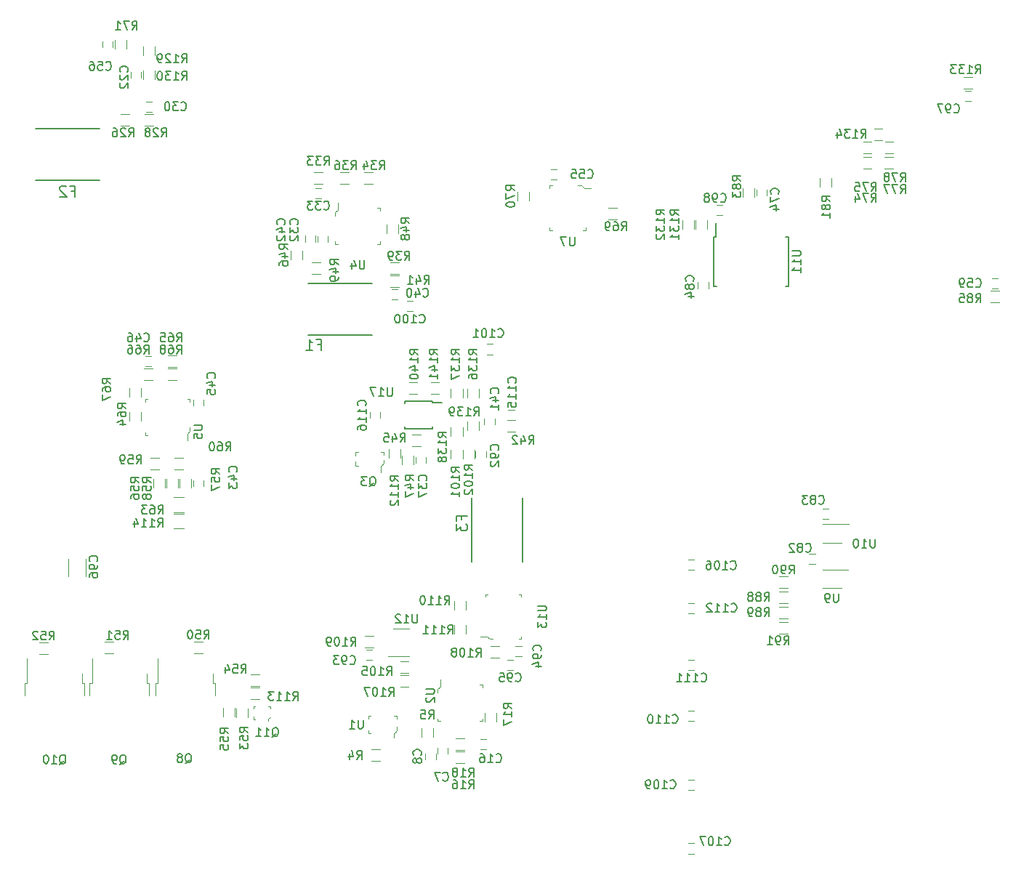
<source format=gbr>
G04 #@! TF.FileFunction,Legend,Bot*
%FSLAX46Y46*%
G04 Gerber Fmt 4.6, Leading zero omitted, Abs format (unit mm)*
G04 Created by KiCad (PCBNEW 4.0.7) date 11/20/18 00:48:14*
%MOMM*%
%LPD*%
G01*
G04 APERTURE LIST*
%ADD10C,0.100000*%
%ADD11C,0.120000*%
%ADD12C,0.203200*%
%ADD13C,0.150000*%
G04 APERTURE END LIST*
D10*
D11*
X80614020Y-68742020D02*
X79914020Y-68742020D01*
X79914020Y-69942020D02*
X80614020Y-69942020D01*
D10*
X50740020Y-79191020D02*
X50740020Y-78791020D01*
X50740020Y-78791020D02*
X51040020Y-78491020D01*
X51040020Y-78491020D02*
X51040020Y-77691020D01*
X55640020Y-78291020D02*
X55940020Y-78291020D01*
X55940020Y-78291020D02*
X55940020Y-78591020D01*
X51040020Y-82491020D02*
X50740020Y-82491020D01*
X50740020Y-82491020D02*
X50740020Y-82191020D01*
X55640020Y-82491020D02*
X55940020Y-82491020D01*
X55940020Y-82491020D02*
X55940020Y-82191020D01*
D11*
X51908020Y-86329020D02*
X51908020Y-85629020D01*
X50708020Y-85629020D02*
X50708020Y-86329020D01*
X50511020Y-86964020D02*
X50511020Y-86264020D01*
X49311020Y-86264020D02*
X49311020Y-86964020D01*
X55669020Y-85817020D02*
X56369020Y-85817020D01*
X56369020Y-84617020D02*
X55669020Y-84617020D01*
X17420968Y-10306658D02*
X16720968Y-10306658D01*
X16720968Y-11506658D02*
X17420968Y-11506658D01*
X36751830Y-25998682D02*
X36751830Y-26698682D01*
X37951830Y-26698682D02*
X37951830Y-25998682D01*
X37193830Y-20414682D02*
X36493830Y-20414682D01*
X36493830Y-21614682D02*
X37193830Y-21614682D01*
X45370020Y-33366020D02*
X46070020Y-33366020D01*
X46070020Y-32166020D02*
X45370020Y-32166020D01*
X57369020Y-47963020D02*
X57369020Y-47263020D01*
X56169020Y-47263020D02*
X56169020Y-47963020D01*
X35321810Y-25965662D02*
X35321810Y-26665662D01*
X36521810Y-26665662D02*
X36521810Y-25965662D01*
X22287770Y-54430938D02*
X22287770Y-55130938D01*
X23487770Y-55130938D02*
X23487770Y-54430938D01*
X23487770Y-45732938D02*
X23487770Y-45032938D01*
X22287770Y-45032938D02*
X22287770Y-45732938D01*
X16695770Y-41156938D02*
X17395770Y-41156938D01*
X17395770Y-39956938D02*
X16695770Y-39956938D01*
X64612020Y-18196020D02*
X63912020Y-18196020D01*
X63912020Y-19396020D02*
X64612020Y-19396020D01*
X12886000Y-4000000D02*
X12886000Y-3300000D01*
X11686000Y-3300000D02*
X11686000Y-4000000D01*
X115314000Y-32143248D02*
X116014000Y-32143248D01*
X116014000Y-30943248D02*
X115314000Y-30943248D01*
X87886000Y-20572000D02*
X87886000Y-21272000D01*
X89086000Y-21272000D02*
X89086000Y-20572000D01*
X94011020Y-64227020D02*
X94711020Y-64227020D01*
X94711020Y-63027020D02*
X94011020Y-63027020D01*
X96286097Y-57720007D02*
X95586097Y-57720007D01*
X95586097Y-58920007D02*
X96286097Y-58920007D01*
X81061020Y-31388020D02*
X81061020Y-32088020D01*
X82261020Y-32088020D02*
X82261020Y-31388020D01*
X55153020Y-51085020D02*
X55153020Y-51785020D01*
X56353020Y-51785020D02*
X56353020Y-51085020D01*
X42416000Y-75370000D02*
X43116000Y-75370000D01*
X43116000Y-74170000D02*
X42416000Y-74170000D01*
X59815000Y-74989000D02*
X60515000Y-74989000D01*
X60515000Y-73789000D02*
X59815000Y-73789000D01*
X59520020Y-75346020D02*
X58820020Y-75346020D01*
X58820020Y-76546020D02*
X59520020Y-76546020D01*
D12*
X43118020Y-31544020D02*
X35618020Y-31544020D01*
X43118020Y-37544020D02*
X35618020Y-37544020D01*
X3870020Y-19510020D02*
X11370020Y-19510020D01*
X3870020Y-13510020D02*
X11370020Y-13510020D01*
D11*
X17886020Y-79548020D02*
X17886020Y-78048020D01*
X17886020Y-78048020D02*
X18156020Y-78048020D01*
X18156020Y-78048020D02*
X18156020Y-75218020D01*
X24786020Y-79548020D02*
X24786020Y-78048020D01*
X24786020Y-78048020D02*
X24516020Y-78048020D01*
X24516020Y-78048020D02*
X24516020Y-76948020D01*
X10200000Y-79548020D02*
X10200000Y-78048020D01*
X10200000Y-78048020D02*
X10470000Y-78048020D01*
X10470000Y-78048020D02*
X10470000Y-75218020D01*
X17100000Y-79548020D02*
X17100000Y-78048020D01*
X17100000Y-78048020D02*
X16830000Y-78048020D01*
X16830000Y-78048020D02*
X16830000Y-76948020D01*
X2646020Y-79548020D02*
X2646020Y-78048020D01*
X2646020Y-78048020D02*
X2916020Y-78048020D01*
X2916020Y-78048020D02*
X2916020Y-75218020D01*
X9546020Y-79548020D02*
X9546020Y-78048020D01*
X9546020Y-78048020D02*
X9276020Y-78048020D01*
X9276020Y-78048020D02*
X9276020Y-76948020D01*
D10*
X31201020Y-80759020D02*
X31001020Y-80759020D01*
X29451020Y-80759020D02*
X29251020Y-80759020D01*
X29451020Y-82309020D02*
X29276020Y-82309020D01*
X29276020Y-82309020D02*
X29276020Y-81959020D01*
X31201020Y-82034020D02*
X31001020Y-82259020D01*
X31001020Y-82259020D02*
X31001020Y-82484020D01*
X31201020Y-80759020D02*
X31201020Y-81009020D01*
X29251020Y-80759020D02*
X29251020Y-81009020D01*
D11*
X44028000Y-85774000D02*
X43028000Y-85774000D01*
X43028000Y-87134000D02*
X44028000Y-87134000D01*
X50210020Y-84320020D02*
X50210020Y-83320020D01*
X48850020Y-83320020D02*
X48850020Y-84320020D01*
X52840020Y-87421020D02*
X53840020Y-87421020D01*
X53840020Y-86061020D02*
X52840020Y-86061020D01*
X56216020Y-81542020D02*
X56216020Y-82542020D01*
X57576020Y-82542020D02*
X57576020Y-81542020D01*
X53840020Y-84537020D02*
X52840020Y-84537020D01*
X52840020Y-85897020D02*
X53840020Y-85897020D01*
X14776968Y-11750658D02*
X13776968Y-11750658D01*
X13776968Y-13110658D02*
X14776968Y-13110658D01*
X17578568Y-11809058D02*
X16578568Y-11809058D01*
X16578568Y-13169058D02*
X17578568Y-13169058D01*
X37343830Y-18556682D02*
X36343830Y-18556682D01*
X36343830Y-19916682D02*
X37343830Y-19916682D01*
X43185830Y-18556682D02*
X42185830Y-18556682D01*
X42185830Y-19916682D02*
X43185830Y-19916682D01*
X40391830Y-18556682D02*
X39391830Y-18556682D01*
X39391830Y-19916682D02*
X40391830Y-19916682D01*
X46220020Y-29038020D02*
X45220020Y-29038020D01*
X45220020Y-30398020D02*
X46220020Y-30398020D01*
X45220020Y-31922020D02*
X46220020Y-31922020D01*
X46220020Y-30562020D02*
X45220020Y-30562020D01*
X58809020Y-48813020D02*
X59809020Y-48813020D01*
X59809020Y-47453020D02*
X58809020Y-47453020D01*
X34970020Y-28694020D02*
X34970020Y-27694020D01*
X33610020Y-27694020D02*
X33610020Y-28694020D01*
X47924020Y-52570020D02*
X47924020Y-51570020D01*
X46564020Y-51570020D02*
X46564020Y-52570020D01*
X44786020Y-24646020D02*
X44786020Y-25646020D01*
X46146020Y-25646020D02*
X46146020Y-24646020D01*
X37076020Y-29038020D02*
X36076020Y-29038020D01*
X36076020Y-30398020D02*
X37076020Y-30398020D01*
X22360020Y-74594020D02*
X23360020Y-74594020D01*
X23360020Y-73234020D02*
X22360020Y-73234020D01*
X11946020Y-74594020D02*
X12946020Y-74594020D01*
X12946020Y-73234020D02*
X11946020Y-73234020D01*
X4326020Y-74721020D02*
X5326020Y-74721020D01*
X5326020Y-73361020D02*
X4326020Y-73361020D01*
X28620020Y-82034020D02*
X28620020Y-81034020D01*
X27260020Y-81034020D02*
X27260020Y-82034020D01*
X29964020Y-77044020D02*
X28964020Y-77044020D01*
X28964020Y-78404020D02*
X29964020Y-78404020D01*
X27063000Y-82001000D02*
X27063000Y-81001000D01*
X25703000Y-81001000D02*
X25703000Y-82001000D01*
X18995770Y-55280938D02*
X18995770Y-54280938D01*
X17635770Y-54280938D02*
X17635770Y-55280938D01*
X20683770Y-54280938D02*
X20683770Y-55280938D01*
X22043770Y-55280938D02*
X22043770Y-54280938D01*
X20519770Y-55280938D02*
X20519770Y-54280938D01*
X19159770Y-54280938D02*
X19159770Y-55280938D01*
X17307770Y-53174938D02*
X18307770Y-53174938D01*
X18307770Y-51814938D02*
X17307770Y-51814938D01*
X20101770Y-53174938D02*
X21101770Y-53174938D01*
X21101770Y-51814938D02*
X20101770Y-51814938D01*
X21201770Y-56440938D02*
X20001770Y-56440938D01*
X20001770Y-58200938D02*
X21201770Y-58200938D01*
X16174020Y-47490020D02*
X16174020Y-46490020D01*
X14814020Y-46490020D02*
X14814020Y-47490020D01*
X20339770Y-39876938D02*
X19339770Y-39876938D01*
X19339770Y-41236938D02*
X20339770Y-41236938D01*
X16545770Y-42760938D02*
X17545770Y-42760938D01*
X17545770Y-41400938D02*
X16545770Y-41400938D01*
X14814020Y-43696020D02*
X14814020Y-44696020D01*
X16174020Y-44696020D02*
X16174020Y-43696020D01*
X19339770Y-42760938D02*
X20339770Y-42760938D01*
X20339770Y-41400938D02*
X19339770Y-41400938D01*
X70620020Y-24048020D02*
X71620020Y-24048020D01*
X71620020Y-22688020D02*
X70620020Y-22688020D01*
X61386000Y-21836020D02*
X61386000Y-20836020D01*
X60026000Y-20836020D02*
X60026000Y-21836020D01*
X14490000Y-4150000D02*
X14490000Y-3150000D01*
X13130000Y-3150000D02*
X13130000Y-4150000D01*
X101287618Y-16796082D02*
X100287618Y-16796082D01*
X100287618Y-18156082D02*
X101287618Y-18156082D01*
X101287618Y-15018082D02*
X100287618Y-15018082D01*
X100287618Y-16378082D02*
X101287618Y-16378082D01*
X103815618Y-16796082D02*
X102815618Y-16796082D01*
X102815618Y-18156082D02*
X103815618Y-18156082D01*
X103827618Y-15018082D02*
X102827618Y-15018082D01*
X102827618Y-16378082D02*
X103827618Y-16378082D01*
X95281618Y-19262082D02*
X95281618Y-20262082D01*
X96641618Y-20262082D02*
X96641618Y-19262082D01*
X87642000Y-21422000D02*
X87642000Y-20422000D01*
X86282000Y-20422000D02*
X86282000Y-21422000D01*
X115164000Y-33747248D02*
X116164000Y-33747248D01*
X116164000Y-32387248D02*
X115164000Y-32387248D01*
X91528513Y-67425849D02*
X90528513Y-67425849D01*
X90528513Y-68785849D02*
X91528513Y-68785849D01*
X91528513Y-69203849D02*
X90528513Y-69203849D01*
X90528513Y-70563849D02*
X91528513Y-70563849D01*
X90528513Y-67007849D02*
X91528513Y-67007849D01*
X91528513Y-65647849D02*
X90528513Y-65647849D01*
X90528513Y-72341849D02*
X91528513Y-72341849D01*
X91528513Y-70981849D02*
X90528513Y-70981849D01*
X53639020Y-51935020D02*
X53639020Y-50935020D01*
X52279020Y-50935020D02*
X52279020Y-51935020D01*
X53676020Y-50935020D02*
X53676020Y-51935020D01*
X55036020Y-51935020D02*
X55036020Y-50935020D01*
X47363020Y-75520020D02*
X46363020Y-75520020D01*
X46363020Y-76880020D02*
X47363020Y-76880020D01*
X47363020Y-77171020D02*
X46363020Y-77171020D01*
X46363020Y-78531020D02*
X47363020Y-78531020D01*
X56892020Y-75102020D02*
X57892020Y-75102020D01*
X57892020Y-73742020D02*
X56892020Y-73742020D01*
X42266000Y-73926000D02*
X43266000Y-73926000D01*
X43266000Y-72566000D02*
X42266000Y-72566000D01*
X52627000Y-68555000D02*
X52627000Y-69555000D01*
X53987000Y-69555000D02*
X53987000Y-68555000D01*
X52627000Y-71349000D02*
X52627000Y-72349000D01*
X53987000Y-72349000D02*
X53987000Y-71349000D01*
D10*
X45615000Y-81898000D02*
X45940000Y-81898000D01*
X45940000Y-81898000D02*
X45940000Y-82198000D01*
X42965000Y-83898000D02*
X42640000Y-83898000D01*
X42640000Y-83898000D02*
X42640000Y-83598000D01*
X42940000Y-81898000D02*
X42640000Y-81898000D01*
X42640000Y-81898000D02*
X42640000Y-82223000D01*
X45940000Y-83573000D02*
X45715000Y-83898000D01*
X45715000Y-83898000D02*
X45615000Y-83898000D01*
X45615000Y-83898000D02*
X45615000Y-84423000D01*
X45940000Y-83573000D02*
X45940000Y-83198000D01*
X38815830Y-23624682D02*
X38815830Y-23224682D01*
X38815830Y-23224682D02*
X39115830Y-22924682D01*
X39115830Y-22924682D02*
X39115830Y-22124682D01*
X43715830Y-22724682D02*
X44015830Y-22724682D01*
X44015830Y-22724682D02*
X44015830Y-23024682D01*
X39115830Y-26924682D02*
X38815830Y-26924682D01*
X38815830Y-26924682D02*
X38815830Y-26624682D01*
X43715830Y-26924682D02*
X44015830Y-26924682D01*
X44015830Y-26924682D02*
X44015830Y-26624682D01*
X21873370Y-48302538D02*
X21873370Y-48702538D01*
X21873370Y-48702538D02*
X21573370Y-49002538D01*
X21573370Y-49002538D02*
X21573370Y-49802538D01*
X16973370Y-49202538D02*
X16673370Y-49202538D01*
X16673370Y-49202538D02*
X16673370Y-48902538D01*
X21573370Y-45002538D02*
X21873370Y-45002538D01*
X21873370Y-45002538D02*
X21873370Y-45302538D01*
X16973370Y-45002538D02*
X16673370Y-45002538D01*
X16673370Y-45002538D02*
X16673370Y-45302538D01*
D11*
X45582000Y-71730000D02*
X47382000Y-71730000D01*
X47382000Y-74950000D02*
X44932000Y-74950000D01*
D10*
X57187000Y-72925000D02*
X56787000Y-72925000D01*
X56787000Y-72925000D02*
X56487000Y-72625000D01*
X56487000Y-72625000D02*
X55687000Y-72625000D01*
X56287000Y-68025000D02*
X56287000Y-67725000D01*
X56287000Y-67725000D02*
X56587000Y-67725000D01*
X60487000Y-72625000D02*
X60487000Y-72925000D01*
X60487000Y-72925000D02*
X60187000Y-72925000D01*
X60487000Y-68025000D02*
X60487000Y-67725000D01*
X60487000Y-67725000D02*
X60187000Y-67725000D01*
X67087600Y-20107600D02*
X67487600Y-20107600D01*
X67487600Y-20107600D02*
X67787600Y-20407600D01*
X67787600Y-20407600D02*
X68587600Y-20407600D01*
X67987600Y-25007600D02*
X67987600Y-25307600D01*
X67987600Y-25307600D02*
X67687600Y-25307600D01*
X63787600Y-20407600D02*
X63787600Y-20107600D01*
X63787600Y-20107600D02*
X64087600Y-20107600D01*
X63787600Y-25007600D02*
X63787600Y-25307600D01*
X63787600Y-25307600D02*
X64087600Y-25307600D01*
D11*
X95590497Y-67032407D02*
X97790497Y-67032407D01*
X95590497Y-64832407D02*
X98590497Y-64832407D01*
X95598097Y-61706007D02*
X97798097Y-61706007D01*
X95598097Y-59506007D02*
X98598097Y-59506007D01*
X46400020Y-51808020D02*
X46400020Y-50808020D01*
X45040020Y-50808020D02*
X45040020Y-51808020D01*
X28964020Y-79928020D02*
X29964020Y-79928020D01*
X29964020Y-78568020D02*
X28964020Y-78568020D01*
X9750000Y-63610000D02*
X9750000Y-65610000D01*
X7710000Y-65610000D02*
X7710000Y-63610000D01*
X17792000Y-4912000D02*
X17792000Y-3912000D01*
X16432000Y-3912000D02*
X16432000Y-4912000D01*
X17792000Y-7706000D02*
X17792000Y-6706000D01*
X16432000Y-6706000D02*
X16432000Y-7706000D01*
X16188000Y-7556000D02*
X16188000Y-6856000D01*
X14988000Y-6856000D02*
X14988000Y-7556000D01*
D13*
X82924020Y-26081020D02*
X83149020Y-26081020D01*
X82924020Y-31831020D02*
X83224020Y-31831020D01*
X91574020Y-31831020D02*
X91274020Y-31831020D01*
X91574020Y-26081020D02*
X91274020Y-26081020D01*
X82924020Y-26081020D02*
X82924020Y-31831020D01*
X91574020Y-26081020D02*
X91574020Y-31831020D01*
X83149020Y-26081020D02*
X83149020Y-24481020D01*
D11*
X82128176Y-25125744D02*
X82128176Y-24125744D01*
X80768176Y-24125744D02*
X80768176Y-25125744D01*
X80604176Y-25125744D02*
X80604176Y-24125744D01*
X79244176Y-24125744D02*
X79244176Y-25125744D01*
X112872020Y-9073024D02*
X112172020Y-9073024D01*
X112172020Y-10273024D02*
X112872020Y-10273024D01*
D12*
X54658020Y-56450020D02*
X54658020Y-63950020D01*
X60658020Y-56450020D02*
X60658020Y-63950020D01*
D11*
X21168750Y-58312918D02*
X19968750Y-58312918D01*
X19968750Y-60072918D02*
X21168750Y-60072918D01*
X113022020Y-7469024D02*
X112022020Y-7469024D01*
X112022020Y-8829024D02*
X113022020Y-8829024D01*
X102557618Y-13494082D02*
X101557618Y-13494082D01*
X101557618Y-14854082D02*
X102557618Y-14854082D01*
X83216020Y-23587020D02*
X83916020Y-23587020D01*
X83916020Y-22387020D02*
X83216020Y-22387020D01*
X47848020Y-33563020D02*
X47148020Y-33563020D01*
X47148020Y-34763020D02*
X47848020Y-34763020D01*
X57182520Y-38579520D02*
X56482520Y-38579520D01*
X56482520Y-39779520D02*
X57182520Y-39779520D01*
X80614020Y-63662020D02*
X79914020Y-63662020D01*
X79914020Y-64862020D02*
X80614020Y-64862020D01*
X80614020Y-96745520D02*
X79914020Y-96745520D01*
X79914020Y-97945520D02*
X80614020Y-97945520D01*
X80614020Y-89316020D02*
X79914020Y-89316020D01*
X79914020Y-90516020D02*
X80614020Y-90516020D01*
X80614020Y-81315020D02*
X79914020Y-81315020D01*
X79914020Y-82515020D02*
X80614020Y-82515020D01*
X80614020Y-75346020D02*
X79914020Y-75346020D01*
X79914020Y-76546020D02*
X80614020Y-76546020D01*
X59659020Y-46263020D02*
X58959020Y-46263020D01*
X58959020Y-47463020D02*
X59659020Y-47463020D01*
X44034020Y-47213020D02*
X44034020Y-46513020D01*
X42834020Y-46513020D02*
X42834020Y-47213020D01*
X55544020Y-44823020D02*
X55544020Y-43823020D01*
X54184020Y-43823020D02*
X54184020Y-44823020D01*
X53639020Y-44823020D02*
X53639020Y-43823020D01*
X52279020Y-43823020D02*
X52279020Y-44823020D01*
X52279020Y-48268020D02*
X52279020Y-49268020D01*
X53639020Y-49268020D02*
X53639020Y-48268020D01*
X55544020Y-48633020D02*
X55544020Y-47633020D01*
X54184020Y-47633020D02*
X54184020Y-48633020D01*
X48379020Y-43008020D02*
X47379020Y-43008020D01*
X47379020Y-44368020D02*
X48379020Y-44368020D01*
X50919020Y-43008020D02*
X49919020Y-43008020D01*
X49919020Y-44368020D02*
X50919020Y-44368020D01*
D13*
X50139020Y-45238020D02*
X50139020Y-45413020D01*
X46889020Y-45238020D02*
X46889020Y-45513020D01*
X46889020Y-48488020D02*
X46889020Y-48213020D01*
X50139020Y-48488020D02*
X50139020Y-48213020D01*
X50139020Y-45238020D02*
X46889020Y-45238020D01*
X50139020Y-48488020D02*
X46889020Y-48488020D01*
X50139020Y-45413020D02*
X51214020Y-45413020D01*
D11*
X49368020Y-52420020D02*
X49368020Y-51720020D01*
X48168020Y-51720020D02*
X48168020Y-52420020D01*
D10*
X44449020Y-52118020D02*
X44449020Y-52393020D01*
X44449020Y-52393020D02*
X44174020Y-52768020D01*
X44174020Y-52768020D02*
X44124020Y-52768020D01*
X44124020Y-52768020D02*
X44124020Y-53543020D01*
X41149020Y-52293020D02*
X41149020Y-52768020D01*
X41149020Y-52768020D02*
X41499020Y-52768020D01*
X41374020Y-51118020D02*
X41499020Y-51118020D01*
X41449020Y-51118020D02*
X41149020Y-51118020D01*
X41149020Y-51118020D02*
X41149020Y-51568020D01*
X44449020Y-51493020D02*
X44449020Y-51118020D01*
X44449020Y-51118020D02*
X44149020Y-51118020D01*
D11*
X48760020Y-49104020D02*
X47760020Y-49104020D01*
X47760020Y-50464020D02*
X48760020Y-50464020D01*
D13*
X84939067Y-69699163D02*
X84986686Y-69746782D01*
X85129543Y-69794401D01*
X85224781Y-69794401D01*
X85367639Y-69746782D01*
X85462877Y-69651544D01*
X85510496Y-69556306D01*
X85558115Y-69365830D01*
X85558115Y-69222972D01*
X85510496Y-69032496D01*
X85462877Y-68937258D01*
X85367639Y-68842020D01*
X85224781Y-68794401D01*
X85129543Y-68794401D01*
X84986686Y-68842020D01*
X84939067Y-68889639D01*
X83986686Y-69794401D02*
X84558115Y-69794401D01*
X84272401Y-69794401D02*
X84272401Y-68794401D01*
X84367639Y-68937258D01*
X84462877Y-69032496D01*
X84558115Y-69080115D01*
X83034305Y-69794401D02*
X83605734Y-69794401D01*
X83320020Y-69794401D02*
X83320020Y-68794401D01*
X83415258Y-68937258D01*
X83510496Y-69032496D01*
X83605734Y-69080115D01*
X82653353Y-68889639D02*
X82605734Y-68842020D01*
X82510496Y-68794401D01*
X82272400Y-68794401D01*
X82177162Y-68842020D01*
X82129543Y-68889639D01*
X82081924Y-68984877D01*
X82081924Y-69080115D01*
X82129543Y-69222972D01*
X82700972Y-69794401D01*
X82081924Y-69794401D01*
X49363401Y-78740115D02*
X50172925Y-78740115D01*
X50268163Y-78787734D01*
X50315782Y-78835353D01*
X50363401Y-78930591D01*
X50363401Y-79121068D01*
X50315782Y-79216306D01*
X50268163Y-79263925D01*
X50172925Y-79311544D01*
X49363401Y-79311544D01*
X49458639Y-79740115D02*
X49411020Y-79787734D01*
X49363401Y-79882972D01*
X49363401Y-80121068D01*
X49411020Y-80216306D01*
X49458639Y-80263925D01*
X49553877Y-80311544D01*
X49649115Y-80311544D01*
X49791972Y-80263925D01*
X50363401Y-79692496D01*
X50363401Y-80311544D01*
X51347686Y-89384163D02*
X51395305Y-89431782D01*
X51538162Y-89479401D01*
X51633400Y-89479401D01*
X51776258Y-89431782D01*
X51871496Y-89336544D01*
X51919115Y-89241306D01*
X51966734Y-89050830D01*
X51966734Y-88907972D01*
X51919115Y-88717496D01*
X51871496Y-88622258D01*
X51776258Y-88527020D01*
X51633400Y-88479401D01*
X51538162Y-88479401D01*
X51395305Y-88527020D01*
X51347686Y-88574639D01*
X51014353Y-88479401D02*
X50347686Y-88479401D01*
X50776258Y-89479401D01*
X48768163Y-86447354D02*
X48815782Y-86399735D01*
X48863401Y-86256878D01*
X48863401Y-86161640D01*
X48815782Y-86018782D01*
X48720544Y-85923544D01*
X48625306Y-85875925D01*
X48434830Y-85828306D01*
X48291972Y-85828306D01*
X48101496Y-85875925D01*
X48006258Y-85923544D01*
X47911020Y-86018782D01*
X47863401Y-86161640D01*
X47863401Y-86256878D01*
X47911020Y-86399735D01*
X47958639Y-86447354D01*
X48291972Y-87018782D02*
X48244353Y-86923544D01*
X48196734Y-86875925D01*
X48101496Y-86828306D01*
X48053877Y-86828306D01*
X47958639Y-86875925D01*
X47911020Y-86923544D01*
X47863401Y-87018782D01*
X47863401Y-87209259D01*
X47911020Y-87304497D01*
X47958639Y-87352116D01*
X48053877Y-87399735D01*
X48101496Y-87399735D01*
X48196734Y-87352116D01*
X48244353Y-87304497D01*
X48291972Y-87209259D01*
X48291972Y-87018782D01*
X48339591Y-86923544D01*
X48387210Y-86875925D01*
X48482449Y-86828306D01*
X48672925Y-86828306D01*
X48768163Y-86875925D01*
X48815782Y-86923544D01*
X48863401Y-87018782D01*
X48863401Y-87209259D01*
X48815782Y-87304497D01*
X48768163Y-87352116D01*
X48672925Y-87399735D01*
X48482449Y-87399735D01*
X48387210Y-87352116D01*
X48339591Y-87304497D01*
X48291972Y-87209259D01*
X57538877Y-87225163D02*
X57586496Y-87272782D01*
X57729353Y-87320401D01*
X57824591Y-87320401D01*
X57967449Y-87272782D01*
X58062687Y-87177544D01*
X58110306Y-87082306D01*
X58157925Y-86891830D01*
X58157925Y-86748972D01*
X58110306Y-86558496D01*
X58062687Y-86463258D01*
X57967449Y-86368020D01*
X57824591Y-86320401D01*
X57729353Y-86320401D01*
X57586496Y-86368020D01*
X57538877Y-86415639D01*
X56586496Y-87320401D02*
X57157925Y-87320401D01*
X56872211Y-87320401D02*
X56872211Y-86320401D01*
X56967449Y-86463258D01*
X57062687Y-86558496D01*
X57157925Y-86606115D01*
X55729353Y-86320401D02*
X55919830Y-86320401D01*
X56015068Y-86368020D01*
X56062687Y-86415639D01*
X56157925Y-86558496D01*
X56205544Y-86748972D01*
X56205544Y-87129925D01*
X56157925Y-87225163D01*
X56110306Y-87272782D01*
X56015068Y-87320401D01*
X55824591Y-87320401D01*
X55729353Y-87272782D01*
X55681734Y-87225163D01*
X55634115Y-87129925D01*
X55634115Y-86891830D01*
X55681734Y-86796591D01*
X55729353Y-86748972D01*
X55824591Y-86701353D01*
X56015068Y-86701353D01*
X56110306Y-86748972D01*
X56157925Y-86796591D01*
X56205544Y-86891830D01*
X20835877Y-11279163D02*
X20883496Y-11326782D01*
X21026353Y-11374401D01*
X21121591Y-11374401D01*
X21264449Y-11326782D01*
X21359687Y-11231544D01*
X21407306Y-11136306D01*
X21454925Y-10945830D01*
X21454925Y-10802972D01*
X21407306Y-10612496D01*
X21359687Y-10517258D01*
X21264449Y-10422020D01*
X21121591Y-10374401D01*
X21026353Y-10374401D01*
X20883496Y-10422020D01*
X20835877Y-10469639D01*
X20502544Y-10374401D02*
X19883496Y-10374401D01*
X20216830Y-10755353D01*
X20073972Y-10755353D01*
X19978734Y-10802972D01*
X19931115Y-10850591D01*
X19883496Y-10945830D01*
X19883496Y-11183925D01*
X19931115Y-11279163D01*
X19978734Y-11326782D01*
X20073972Y-11374401D01*
X20359687Y-11374401D01*
X20454925Y-11326782D01*
X20502544Y-11279163D01*
X19264449Y-10374401D02*
X19169210Y-10374401D01*
X19073972Y-10422020D01*
X19026353Y-10469639D01*
X18978734Y-10564877D01*
X18931115Y-10755353D01*
X18931115Y-10993449D01*
X18978734Y-11183925D01*
X19026353Y-11279163D01*
X19073972Y-11326782D01*
X19169210Y-11374401D01*
X19264449Y-11374401D01*
X19359687Y-11326782D01*
X19407306Y-11279163D01*
X19454925Y-11183925D01*
X19502544Y-10993449D01*
X19502544Y-10755353D01*
X19454925Y-10564877D01*
X19407306Y-10469639D01*
X19359687Y-10422020D01*
X19264449Y-10374401D01*
X34393163Y-24630163D02*
X34440782Y-24582544D01*
X34488401Y-24439687D01*
X34488401Y-24344449D01*
X34440782Y-24201591D01*
X34345544Y-24106353D01*
X34250306Y-24058734D01*
X34059830Y-24011115D01*
X33916972Y-24011115D01*
X33726496Y-24058734D01*
X33631258Y-24106353D01*
X33536020Y-24201591D01*
X33488401Y-24344449D01*
X33488401Y-24439687D01*
X33536020Y-24582544D01*
X33583639Y-24630163D01*
X33488401Y-24963496D02*
X33488401Y-25582544D01*
X33869353Y-25249210D01*
X33869353Y-25392068D01*
X33916972Y-25487306D01*
X33964591Y-25534925D01*
X34059830Y-25582544D01*
X34297925Y-25582544D01*
X34393163Y-25534925D01*
X34440782Y-25487306D01*
X34488401Y-25392068D01*
X34488401Y-25106353D01*
X34440782Y-25011115D01*
X34393163Y-24963496D01*
X33583639Y-25963496D02*
X33536020Y-26011115D01*
X33488401Y-26106353D01*
X33488401Y-26344449D01*
X33536020Y-26439687D01*
X33583639Y-26487306D01*
X33678877Y-26534925D01*
X33774115Y-26534925D01*
X33916972Y-26487306D01*
X34488401Y-25915877D01*
X34488401Y-26534925D01*
X37472877Y-22836163D02*
X37520496Y-22883782D01*
X37663353Y-22931401D01*
X37758591Y-22931401D01*
X37901449Y-22883782D01*
X37996687Y-22788544D01*
X38044306Y-22693306D01*
X38091925Y-22502830D01*
X38091925Y-22359972D01*
X38044306Y-22169496D01*
X37996687Y-22074258D01*
X37901449Y-21979020D01*
X37758591Y-21931401D01*
X37663353Y-21931401D01*
X37520496Y-21979020D01*
X37472877Y-22026639D01*
X37139544Y-21931401D02*
X36520496Y-21931401D01*
X36853830Y-22312353D01*
X36710972Y-22312353D01*
X36615734Y-22359972D01*
X36568115Y-22407591D01*
X36520496Y-22502830D01*
X36520496Y-22740925D01*
X36568115Y-22836163D01*
X36615734Y-22883782D01*
X36710972Y-22931401D01*
X36996687Y-22931401D01*
X37091925Y-22883782D01*
X37139544Y-22836163D01*
X36187163Y-21931401D02*
X35568115Y-21931401D01*
X35901449Y-22312353D01*
X35758591Y-22312353D01*
X35663353Y-22359972D01*
X35615734Y-22407591D01*
X35568115Y-22502830D01*
X35568115Y-22740925D01*
X35615734Y-22836163D01*
X35663353Y-22883782D01*
X35758591Y-22931401D01*
X36044306Y-22931401D01*
X36139544Y-22883782D01*
X36187163Y-22836163D01*
X49029877Y-32996163D02*
X49077496Y-33043782D01*
X49220353Y-33091401D01*
X49315591Y-33091401D01*
X49458449Y-33043782D01*
X49553687Y-32948544D01*
X49601306Y-32853306D01*
X49648925Y-32662830D01*
X49648925Y-32519972D01*
X49601306Y-32329496D01*
X49553687Y-32234258D01*
X49458449Y-32139020D01*
X49315591Y-32091401D01*
X49220353Y-32091401D01*
X49077496Y-32139020D01*
X49029877Y-32186639D01*
X48172734Y-32424734D02*
X48172734Y-33091401D01*
X48410830Y-32043782D02*
X48648925Y-32758068D01*
X48029877Y-32758068D01*
X47458449Y-32091401D02*
X47363210Y-32091401D01*
X47267972Y-32139020D01*
X47220353Y-32186639D01*
X47172734Y-32281877D01*
X47125115Y-32472353D01*
X47125115Y-32710449D01*
X47172734Y-32900925D01*
X47220353Y-32996163D01*
X47267972Y-33043782D01*
X47363210Y-33091401D01*
X47458449Y-33091401D01*
X47553687Y-33043782D01*
X47601306Y-32996163D01*
X47648925Y-32900925D01*
X47696544Y-32710449D01*
X47696544Y-32472353D01*
X47648925Y-32281877D01*
X47601306Y-32186639D01*
X47553687Y-32139020D01*
X47458449Y-32091401D01*
X57761163Y-44315163D02*
X57808782Y-44267544D01*
X57856401Y-44124687D01*
X57856401Y-44029449D01*
X57808782Y-43886591D01*
X57713544Y-43791353D01*
X57618306Y-43743734D01*
X57427830Y-43696115D01*
X57284972Y-43696115D01*
X57094496Y-43743734D01*
X56999258Y-43791353D01*
X56904020Y-43886591D01*
X56856401Y-44029449D01*
X56856401Y-44124687D01*
X56904020Y-44267544D01*
X56951639Y-44315163D01*
X57189734Y-45172306D02*
X57856401Y-45172306D01*
X56808782Y-44934210D02*
X57523068Y-44696115D01*
X57523068Y-45315163D01*
X57856401Y-46219925D02*
X57856401Y-45648496D01*
X57856401Y-45934210D02*
X56856401Y-45934210D01*
X56999258Y-45838972D01*
X57094496Y-45743734D01*
X57142115Y-45648496D01*
X32869163Y-24630163D02*
X32916782Y-24582544D01*
X32964401Y-24439687D01*
X32964401Y-24344449D01*
X32916782Y-24201591D01*
X32821544Y-24106353D01*
X32726306Y-24058734D01*
X32535830Y-24011115D01*
X32392972Y-24011115D01*
X32202496Y-24058734D01*
X32107258Y-24106353D01*
X32012020Y-24201591D01*
X31964401Y-24344449D01*
X31964401Y-24439687D01*
X32012020Y-24582544D01*
X32059639Y-24630163D01*
X32297734Y-25487306D02*
X32964401Y-25487306D01*
X31916782Y-25249210D02*
X32631068Y-25011115D01*
X32631068Y-25630163D01*
X32059639Y-25963496D02*
X32012020Y-26011115D01*
X31964401Y-26106353D01*
X31964401Y-26344449D01*
X32012020Y-26439687D01*
X32059639Y-26487306D01*
X32154877Y-26534925D01*
X32250115Y-26534925D01*
X32392972Y-26487306D01*
X32964401Y-25915877D01*
X32964401Y-26534925D01*
X27281163Y-53459163D02*
X27328782Y-53411544D01*
X27376401Y-53268687D01*
X27376401Y-53173449D01*
X27328782Y-53030591D01*
X27233544Y-52935353D01*
X27138306Y-52887734D01*
X26947830Y-52840115D01*
X26804972Y-52840115D01*
X26614496Y-52887734D01*
X26519258Y-52935353D01*
X26424020Y-53030591D01*
X26376401Y-53173449D01*
X26376401Y-53268687D01*
X26424020Y-53411544D01*
X26471639Y-53459163D01*
X26709734Y-54316306D02*
X27376401Y-54316306D01*
X26328782Y-54078210D02*
X27043068Y-53840115D01*
X27043068Y-54459163D01*
X26376401Y-54744877D02*
X26376401Y-55363925D01*
X26757353Y-55030591D01*
X26757353Y-55173449D01*
X26804972Y-55268687D01*
X26852591Y-55316306D01*
X26947830Y-55363925D01*
X27185925Y-55363925D01*
X27281163Y-55316306D01*
X27328782Y-55268687D01*
X27376401Y-55173449D01*
X27376401Y-54887734D01*
X27328782Y-54792496D01*
X27281163Y-54744877D01*
X24741163Y-42537163D02*
X24788782Y-42489544D01*
X24836401Y-42346687D01*
X24836401Y-42251449D01*
X24788782Y-42108591D01*
X24693544Y-42013353D01*
X24598306Y-41965734D01*
X24407830Y-41918115D01*
X24264972Y-41918115D01*
X24074496Y-41965734D01*
X23979258Y-42013353D01*
X23884020Y-42108591D01*
X23836401Y-42251449D01*
X23836401Y-42346687D01*
X23884020Y-42489544D01*
X23931639Y-42537163D01*
X24169734Y-43394306D02*
X24836401Y-43394306D01*
X23788782Y-43156210D02*
X24503068Y-42918115D01*
X24503068Y-43537163D01*
X23836401Y-44394306D02*
X23836401Y-43918115D01*
X24312591Y-43870496D01*
X24264972Y-43918115D01*
X24217353Y-44013353D01*
X24217353Y-44251449D01*
X24264972Y-44346687D01*
X24312591Y-44394306D01*
X24407830Y-44441925D01*
X24645925Y-44441925D01*
X24741163Y-44394306D01*
X24788782Y-44346687D01*
X24836401Y-44251449D01*
X24836401Y-44013353D01*
X24788782Y-43918115D01*
X24741163Y-43870496D01*
X16517877Y-38203163D02*
X16565496Y-38250782D01*
X16708353Y-38298401D01*
X16803591Y-38298401D01*
X16946449Y-38250782D01*
X17041687Y-38155544D01*
X17089306Y-38060306D01*
X17136925Y-37869830D01*
X17136925Y-37726972D01*
X17089306Y-37536496D01*
X17041687Y-37441258D01*
X16946449Y-37346020D01*
X16803591Y-37298401D01*
X16708353Y-37298401D01*
X16565496Y-37346020D01*
X16517877Y-37393639D01*
X15660734Y-37631734D02*
X15660734Y-38298401D01*
X15898830Y-37250782D02*
X16136925Y-37965068D01*
X15517877Y-37965068D01*
X14708353Y-37298401D02*
X14898830Y-37298401D01*
X14994068Y-37346020D01*
X15041687Y-37393639D01*
X15136925Y-37536496D01*
X15184544Y-37726972D01*
X15184544Y-38107925D01*
X15136925Y-38203163D01*
X15089306Y-38250782D01*
X14994068Y-38298401D01*
X14803591Y-38298401D01*
X14708353Y-38250782D01*
X14660734Y-38203163D01*
X14613115Y-38107925D01*
X14613115Y-37869830D01*
X14660734Y-37774591D01*
X14708353Y-37726972D01*
X14803591Y-37679353D01*
X14994068Y-37679353D01*
X15089306Y-37726972D01*
X15136925Y-37774591D01*
X15184544Y-37869830D01*
X68206877Y-19153163D02*
X68254496Y-19200782D01*
X68397353Y-19248401D01*
X68492591Y-19248401D01*
X68635449Y-19200782D01*
X68730687Y-19105544D01*
X68778306Y-19010306D01*
X68825925Y-18819830D01*
X68825925Y-18676972D01*
X68778306Y-18486496D01*
X68730687Y-18391258D01*
X68635449Y-18296020D01*
X68492591Y-18248401D01*
X68397353Y-18248401D01*
X68254496Y-18296020D01*
X68206877Y-18343639D01*
X67302115Y-18248401D02*
X67778306Y-18248401D01*
X67825925Y-18724591D01*
X67778306Y-18676972D01*
X67683068Y-18629353D01*
X67444972Y-18629353D01*
X67349734Y-18676972D01*
X67302115Y-18724591D01*
X67254496Y-18819830D01*
X67254496Y-19057925D01*
X67302115Y-19153163D01*
X67349734Y-19200782D01*
X67444972Y-19248401D01*
X67683068Y-19248401D01*
X67778306Y-19200782D01*
X67825925Y-19153163D01*
X66349734Y-18248401D02*
X66825925Y-18248401D01*
X66873544Y-18724591D01*
X66825925Y-18676972D01*
X66730687Y-18629353D01*
X66492591Y-18629353D01*
X66397353Y-18676972D01*
X66349734Y-18724591D01*
X66302115Y-18819830D01*
X66302115Y-19057925D01*
X66349734Y-19153163D01*
X66397353Y-19200782D01*
X66492591Y-19248401D01*
X66730687Y-19248401D01*
X66825925Y-19200782D01*
X66873544Y-19153163D01*
X12072877Y-6580163D02*
X12120496Y-6627782D01*
X12263353Y-6675401D01*
X12358591Y-6675401D01*
X12501449Y-6627782D01*
X12596687Y-6532544D01*
X12644306Y-6437306D01*
X12691925Y-6246830D01*
X12691925Y-6103972D01*
X12644306Y-5913496D01*
X12596687Y-5818258D01*
X12501449Y-5723020D01*
X12358591Y-5675401D01*
X12263353Y-5675401D01*
X12120496Y-5723020D01*
X12072877Y-5770639D01*
X11168115Y-5675401D02*
X11644306Y-5675401D01*
X11691925Y-6151591D01*
X11644306Y-6103972D01*
X11549068Y-6056353D01*
X11310972Y-6056353D01*
X11215734Y-6103972D01*
X11168115Y-6151591D01*
X11120496Y-6246830D01*
X11120496Y-6484925D01*
X11168115Y-6580163D01*
X11215734Y-6627782D01*
X11310972Y-6675401D01*
X11549068Y-6675401D01*
X11644306Y-6627782D01*
X11691925Y-6580163D01*
X10263353Y-5675401D02*
X10453830Y-5675401D01*
X10549068Y-5723020D01*
X10596687Y-5770639D01*
X10691925Y-5913496D01*
X10739544Y-6103972D01*
X10739544Y-6484925D01*
X10691925Y-6580163D01*
X10644306Y-6627782D01*
X10549068Y-6675401D01*
X10358591Y-6675401D01*
X10263353Y-6627782D01*
X10215734Y-6580163D01*
X10168115Y-6484925D01*
X10168115Y-6246830D01*
X10215734Y-6151591D01*
X10263353Y-6103972D01*
X10358591Y-6056353D01*
X10549068Y-6056353D01*
X10644306Y-6103972D01*
X10691925Y-6151591D01*
X10739544Y-6246830D01*
X113418877Y-31853163D02*
X113466496Y-31900782D01*
X113609353Y-31948401D01*
X113704591Y-31948401D01*
X113847449Y-31900782D01*
X113942687Y-31805544D01*
X113990306Y-31710306D01*
X114037925Y-31519830D01*
X114037925Y-31376972D01*
X113990306Y-31186496D01*
X113942687Y-31091258D01*
X113847449Y-30996020D01*
X113704591Y-30948401D01*
X113609353Y-30948401D01*
X113466496Y-30996020D01*
X113418877Y-31043639D01*
X112514115Y-30948401D02*
X112990306Y-30948401D01*
X113037925Y-31424591D01*
X112990306Y-31376972D01*
X112895068Y-31329353D01*
X112656972Y-31329353D01*
X112561734Y-31376972D01*
X112514115Y-31424591D01*
X112466496Y-31519830D01*
X112466496Y-31757925D01*
X112514115Y-31853163D01*
X112561734Y-31900782D01*
X112656972Y-31948401D01*
X112895068Y-31948401D01*
X112990306Y-31900782D01*
X113037925Y-31853163D01*
X111990306Y-31948401D02*
X111799830Y-31948401D01*
X111704591Y-31900782D01*
X111656972Y-31853163D01*
X111561734Y-31710306D01*
X111514115Y-31519830D01*
X111514115Y-31138877D01*
X111561734Y-31043639D01*
X111609353Y-30996020D01*
X111704591Y-30948401D01*
X111895068Y-30948401D01*
X111990306Y-30996020D01*
X112037925Y-31043639D01*
X112085544Y-31138877D01*
X112085544Y-31376972D01*
X112037925Y-31472210D01*
X111990306Y-31519830D01*
X111895068Y-31567449D01*
X111704591Y-31567449D01*
X111609353Y-31519830D01*
X111561734Y-31472210D01*
X111514115Y-31376972D01*
X90400163Y-21074163D02*
X90447782Y-21026544D01*
X90495401Y-20883687D01*
X90495401Y-20788449D01*
X90447782Y-20645591D01*
X90352544Y-20550353D01*
X90257306Y-20502734D01*
X90066830Y-20455115D01*
X89923972Y-20455115D01*
X89733496Y-20502734D01*
X89638258Y-20550353D01*
X89543020Y-20645591D01*
X89495401Y-20788449D01*
X89495401Y-20883687D01*
X89543020Y-21026544D01*
X89590639Y-21074163D01*
X89495401Y-21407496D02*
X89495401Y-22074163D01*
X90495401Y-21645591D01*
X89828734Y-22883687D02*
X90495401Y-22883687D01*
X89447782Y-22645591D02*
X90162068Y-22407496D01*
X90162068Y-23026544D01*
X93606877Y-62714163D02*
X93654496Y-62761782D01*
X93797353Y-62809401D01*
X93892591Y-62809401D01*
X94035449Y-62761782D01*
X94130687Y-62666544D01*
X94178306Y-62571306D01*
X94225925Y-62380830D01*
X94225925Y-62237972D01*
X94178306Y-62047496D01*
X94130687Y-61952258D01*
X94035449Y-61857020D01*
X93892591Y-61809401D01*
X93797353Y-61809401D01*
X93654496Y-61857020D01*
X93606877Y-61904639D01*
X93035449Y-62237972D02*
X93130687Y-62190353D01*
X93178306Y-62142734D01*
X93225925Y-62047496D01*
X93225925Y-61999877D01*
X93178306Y-61904639D01*
X93130687Y-61857020D01*
X93035449Y-61809401D01*
X92844972Y-61809401D01*
X92749734Y-61857020D01*
X92702115Y-61904639D01*
X92654496Y-61999877D01*
X92654496Y-62047496D01*
X92702115Y-62142734D01*
X92749734Y-62190353D01*
X92844972Y-62237972D01*
X93035449Y-62237972D01*
X93130687Y-62285591D01*
X93178306Y-62333210D01*
X93225925Y-62428449D01*
X93225925Y-62618925D01*
X93178306Y-62714163D01*
X93130687Y-62761782D01*
X93035449Y-62809401D01*
X92844972Y-62809401D01*
X92749734Y-62761782D01*
X92702115Y-62714163D01*
X92654496Y-62618925D01*
X92654496Y-62428449D01*
X92702115Y-62333210D01*
X92749734Y-62285591D01*
X92844972Y-62237972D01*
X92273544Y-61904639D02*
X92225925Y-61857020D01*
X92130687Y-61809401D01*
X91892591Y-61809401D01*
X91797353Y-61857020D01*
X91749734Y-61904639D01*
X91702115Y-61999877D01*
X91702115Y-62095115D01*
X91749734Y-62237972D01*
X92321163Y-62809401D01*
X91702115Y-62809401D01*
X95130877Y-57126163D02*
X95178496Y-57173782D01*
X95321353Y-57221401D01*
X95416591Y-57221401D01*
X95559449Y-57173782D01*
X95654687Y-57078544D01*
X95702306Y-56983306D01*
X95749925Y-56792830D01*
X95749925Y-56649972D01*
X95702306Y-56459496D01*
X95654687Y-56364258D01*
X95559449Y-56269020D01*
X95416591Y-56221401D01*
X95321353Y-56221401D01*
X95178496Y-56269020D01*
X95130877Y-56316639D01*
X94559449Y-56649972D02*
X94654687Y-56602353D01*
X94702306Y-56554734D01*
X94749925Y-56459496D01*
X94749925Y-56411877D01*
X94702306Y-56316639D01*
X94654687Y-56269020D01*
X94559449Y-56221401D01*
X94368972Y-56221401D01*
X94273734Y-56269020D01*
X94226115Y-56316639D01*
X94178496Y-56411877D01*
X94178496Y-56459496D01*
X94226115Y-56554734D01*
X94273734Y-56602353D01*
X94368972Y-56649972D01*
X94559449Y-56649972D01*
X94654687Y-56697591D01*
X94702306Y-56745210D01*
X94749925Y-56840449D01*
X94749925Y-57030925D01*
X94702306Y-57126163D01*
X94654687Y-57173782D01*
X94559449Y-57221401D01*
X94368972Y-57221401D01*
X94273734Y-57173782D01*
X94226115Y-57126163D01*
X94178496Y-57030925D01*
X94178496Y-56840449D01*
X94226115Y-56745210D01*
X94273734Y-56697591D01*
X94368972Y-56649972D01*
X93845163Y-56221401D02*
X93226115Y-56221401D01*
X93559449Y-56602353D01*
X93416591Y-56602353D01*
X93321353Y-56649972D01*
X93273734Y-56697591D01*
X93226115Y-56792830D01*
X93226115Y-57030925D01*
X93273734Y-57126163D01*
X93321353Y-57173782D01*
X93416591Y-57221401D01*
X93702306Y-57221401D01*
X93797544Y-57173782D01*
X93845163Y-57126163D01*
X80494163Y-31234163D02*
X80541782Y-31186544D01*
X80589401Y-31043687D01*
X80589401Y-30948449D01*
X80541782Y-30805591D01*
X80446544Y-30710353D01*
X80351306Y-30662734D01*
X80160830Y-30615115D01*
X80017972Y-30615115D01*
X79827496Y-30662734D01*
X79732258Y-30710353D01*
X79637020Y-30805591D01*
X79589401Y-30948449D01*
X79589401Y-31043687D01*
X79637020Y-31186544D01*
X79684639Y-31234163D01*
X80017972Y-31805591D02*
X79970353Y-31710353D01*
X79922734Y-31662734D01*
X79827496Y-31615115D01*
X79779877Y-31615115D01*
X79684639Y-31662734D01*
X79637020Y-31710353D01*
X79589401Y-31805591D01*
X79589401Y-31996068D01*
X79637020Y-32091306D01*
X79684639Y-32138925D01*
X79779877Y-32186544D01*
X79827496Y-32186544D01*
X79922734Y-32138925D01*
X79970353Y-32091306D01*
X80017972Y-31996068D01*
X80017972Y-31805591D01*
X80065591Y-31710353D01*
X80113210Y-31662734D01*
X80208449Y-31615115D01*
X80398925Y-31615115D01*
X80494163Y-31662734D01*
X80541782Y-31710353D01*
X80589401Y-31805591D01*
X80589401Y-31996068D01*
X80541782Y-32091306D01*
X80494163Y-32138925D01*
X80398925Y-32186544D01*
X80208449Y-32186544D01*
X80113210Y-32138925D01*
X80065591Y-32091306D01*
X80017972Y-31996068D01*
X79922734Y-33043687D02*
X80589401Y-33043687D01*
X79541782Y-32805591D02*
X80256068Y-32567496D01*
X80256068Y-33186544D01*
X57761163Y-50919163D02*
X57808782Y-50871544D01*
X57856401Y-50728687D01*
X57856401Y-50633449D01*
X57808782Y-50490591D01*
X57713544Y-50395353D01*
X57618306Y-50347734D01*
X57427830Y-50300115D01*
X57284972Y-50300115D01*
X57094496Y-50347734D01*
X56999258Y-50395353D01*
X56904020Y-50490591D01*
X56856401Y-50633449D01*
X56856401Y-50728687D01*
X56904020Y-50871544D01*
X56951639Y-50919163D01*
X57856401Y-51395353D02*
X57856401Y-51585829D01*
X57808782Y-51681068D01*
X57761163Y-51728687D01*
X57618306Y-51823925D01*
X57427830Y-51871544D01*
X57046877Y-51871544D01*
X56951639Y-51823925D01*
X56904020Y-51776306D01*
X56856401Y-51681068D01*
X56856401Y-51490591D01*
X56904020Y-51395353D01*
X56951639Y-51347734D01*
X57046877Y-51300115D01*
X57284972Y-51300115D01*
X57380210Y-51347734D01*
X57427830Y-51395353D01*
X57475449Y-51490591D01*
X57475449Y-51681068D01*
X57427830Y-51776306D01*
X57380210Y-51823925D01*
X57284972Y-51871544D01*
X56951639Y-52252496D02*
X56904020Y-52300115D01*
X56856401Y-52395353D01*
X56856401Y-52633449D01*
X56904020Y-52728687D01*
X56951639Y-52776306D01*
X57046877Y-52823925D01*
X57142115Y-52823925D01*
X57284972Y-52776306D01*
X57856401Y-52204877D01*
X57856401Y-52823925D01*
X40520877Y-75795163D02*
X40568496Y-75842782D01*
X40711353Y-75890401D01*
X40806591Y-75890401D01*
X40949449Y-75842782D01*
X41044687Y-75747544D01*
X41092306Y-75652306D01*
X41139925Y-75461830D01*
X41139925Y-75318972D01*
X41092306Y-75128496D01*
X41044687Y-75033258D01*
X40949449Y-74938020D01*
X40806591Y-74890401D01*
X40711353Y-74890401D01*
X40568496Y-74938020D01*
X40520877Y-74985639D01*
X40044687Y-75890401D02*
X39854211Y-75890401D01*
X39758972Y-75842782D01*
X39711353Y-75795163D01*
X39616115Y-75652306D01*
X39568496Y-75461830D01*
X39568496Y-75080877D01*
X39616115Y-74985639D01*
X39663734Y-74938020D01*
X39758972Y-74890401D01*
X39949449Y-74890401D01*
X40044687Y-74938020D01*
X40092306Y-74985639D01*
X40139925Y-75080877D01*
X40139925Y-75318972D01*
X40092306Y-75414210D01*
X40044687Y-75461830D01*
X39949449Y-75509449D01*
X39758972Y-75509449D01*
X39663734Y-75461830D01*
X39616115Y-75414210D01*
X39568496Y-75318972D01*
X39235163Y-74890401D02*
X38616115Y-74890401D01*
X38949449Y-75271353D01*
X38806591Y-75271353D01*
X38711353Y-75318972D01*
X38663734Y-75366591D01*
X38616115Y-75461830D01*
X38616115Y-75699925D01*
X38663734Y-75795163D01*
X38711353Y-75842782D01*
X38806591Y-75890401D01*
X39092306Y-75890401D01*
X39187544Y-75842782D01*
X39235163Y-75795163D01*
X62714163Y-74287163D02*
X62761782Y-74239544D01*
X62809401Y-74096687D01*
X62809401Y-74001449D01*
X62761782Y-73858591D01*
X62666544Y-73763353D01*
X62571306Y-73715734D01*
X62380830Y-73668115D01*
X62237972Y-73668115D01*
X62047496Y-73715734D01*
X61952258Y-73763353D01*
X61857020Y-73858591D01*
X61809401Y-74001449D01*
X61809401Y-74096687D01*
X61857020Y-74239544D01*
X61904639Y-74287163D01*
X62809401Y-74763353D02*
X62809401Y-74953829D01*
X62761782Y-75049068D01*
X62714163Y-75096687D01*
X62571306Y-75191925D01*
X62380830Y-75239544D01*
X61999877Y-75239544D01*
X61904639Y-75191925D01*
X61857020Y-75144306D01*
X61809401Y-75049068D01*
X61809401Y-74858591D01*
X61857020Y-74763353D01*
X61904639Y-74715734D01*
X61999877Y-74668115D01*
X62237972Y-74668115D01*
X62333210Y-74715734D01*
X62380830Y-74763353D01*
X62428449Y-74858591D01*
X62428449Y-75049068D01*
X62380830Y-75144306D01*
X62333210Y-75191925D01*
X62237972Y-75239544D01*
X62142734Y-76096687D02*
X62809401Y-76096687D01*
X61761782Y-75858591D02*
X62476068Y-75620496D01*
X62476068Y-76239544D01*
X59812877Y-77803163D02*
X59860496Y-77850782D01*
X60003353Y-77898401D01*
X60098591Y-77898401D01*
X60241449Y-77850782D01*
X60336687Y-77755544D01*
X60384306Y-77660306D01*
X60431925Y-77469830D01*
X60431925Y-77326972D01*
X60384306Y-77136496D01*
X60336687Y-77041258D01*
X60241449Y-76946020D01*
X60098591Y-76898401D01*
X60003353Y-76898401D01*
X59860496Y-76946020D01*
X59812877Y-76993639D01*
X59336687Y-77898401D02*
X59146211Y-77898401D01*
X59050972Y-77850782D01*
X59003353Y-77803163D01*
X58908115Y-77660306D01*
X58860496Y-77469830D01*
X58860496Y-77088877D01*
X58908115Y-76993639D01*
X58955734Y-76946020D01*
X59050972Y-76898401D01*
X59241449Y-76898401D01*
X59336687Y-76946020D01*
X59384306Y-76993639D01*
X59431925Y-77088877D01*
X59431925Y-77326972D01*
X59384306Y-77422210D01*
X59336687Y-77469830D01*
X59241449Y-77517449D01*
X59050972Y-77517449D01*
X58955734Y-77469830D01*
X58908115Y-77422210D01*
X58860496Y-77326972D01*
X57955734Y-76898401D02*
X58431925Y-76898401D01*
X58479544Y-77374591D01*
X58431925Y-77326972D01*
X58336687Y-77279353D01*
X58098591Y-77279353D01*
X58003353Y-77326972D01*
X57955734Y-77374591D01*
X57908115Y-77469830D01*
X57908115Y-77707925D01*
X57955734Y-77803163D01*
X58003353Y-77850782D01*
X58098591Y-77898401D01*
X58336687Y-77898401D01*
X58431925Y-77850782D01*
X58479544Y-77803163D01*
X36743783Y-38644642D02*
X37165546Y-38644642D01*
X37165546Y-39307413D02*
X37165546Y-38042123D01*
X36563027Y-38042123D01*
X35418242Y-39307413D02*
X36141264Y-39307413D01*
X35779753Y-39307413D02*
X35779753Y-38042123D01*
X35900257Y-38222879D01*
X36020761Y-38343383D01*
X36141264Y-38403635D01*
X8041783Y-20737642D02*
X8463546Y-20737642D01*
X8463546Y-21400413D02*
X8463546Y-20135123D01*
X7861027Y-20135123D01*
X7439264Y-20255627D02*
X7379012Y-20195375D01*
X7258509Y-20135123D01*
X6957249Y-20135123D01*
X6836745Y-20195375D01*
X6776493Y-20255627D01*
X6716242Y-20376131D01*
X6716242Y-20496635D01*
X6776493Y-20677390D01*
X7499516Y-21400413D01*
X6716242Y-21400413D01*
X21304258Y-87415639D02*
X21399496Y-87368020D01*
X21494734Y-87272782D01*
X21637591Y-87129925D01*
X21732830Y-87082306D01*
X21828068Y-87082306D01*
X21780449Y-87320401D02*
X21875687Y-87272782D01*
X21970925Y-87177544D01*
X22018544Y-86987068D01*
X22018544Y-86653734D01*
X21970925Y-86463258D01*
X21875687Y-86368020D01*
X21780449Y-86320401D01*
X21589972Y-86320401D01*
X21494734Y-86368020D01*
X21399496Y-86463258D01*
X21351877Y-86653734D01*
X21351877Y-86987068D01*
X21399496Y-87177544D01*
X21494734Y-87272782D01*
X21589972Y-87320401D01*
X21780449Y-87320401D01*
X20780449Y-86748972D02*
X20875687Y-86701353D01*
X20923306Y-86653734D01*
X20970925Y-86558496D01*
X20970925Y-86510877D01*
X20923306Y-86415639D01*
X20875687Y-86368020D01*
X20780449Y-86320401D01*
X20589972Y-86320401D01*
X20494734Y-86368020D01*
X20447115Y-86415639D01*
X20399496Y-86510877D01*
X20399496Y-86558496D01*
X20447115Y-86653734D01*
X20494734Y-86701353D01*
X20589972Y-86748972D01*
X20780449Y-86748972D01*
X20875687Y-86796591D01*
X20923306Y-86844210D01*
X20970925Y-86939449D01*
X20970925Y-87129925D01*
X20923306Y-87225163D01*
X20875687Y-87272782D01*
X20780449Y-87320401D01*
X20589972Y-87320401D01*
X20494734Y-87272782D01*
X20447115Y-87225163D01*
X20399496Y-87129925D01*
X20399496Y-86939449D01*
X20447115Y-86844210D01*
X20494734Y-86796591D01*
X20589972Y-86748972D01*
X13684258Y-87542639D02*
X13779496Y-87495020D01*
X13874734Y-87399782D01*
X14017591Y-87256925D01*
X14112830Y-87209306D01*
X14208068Y-87209306D01*
X14160449Y-87447401D02*
X14255687Y-87399782D01*
X14350925Y-87304544D01*
X14398544Y-87114068D01*
X14398544Y-86780734D01*
X14350925Y-86590258D01*
X14255687Y-86495020D01*
X14160449Y-86447401D01*
X13969972Y-86447401D01*
X13874734Y-86495020D01*
X13779496Y-86590258D01*
X13731877Y-86780734D01*
X13731877Y-87114068D01*
X13779496Y-87304544D01*
X13874734Y-87399782D01*
X13969972Y-87447401D01*
X14160449Y-87447401D01*
X13255687Y-87447401D02*
X13065211Y-87447401D01*
X12969972Y-87399782D01*
X12922353Y-87352163D01*
X12827115Y-87209306D01*
X12779496Y-87018830D01*
X12779496Y-86637877D01*
X12827115Y-86542639D01*
X12874734Y-86495020D01*
X12969972Y-86447401D01*
X13160449Y-86447401D01*
X13255687Y-86495020D01*
X13303306Y-86542639D01*
X13350925Y-86637877D01*
X13350925Y-86875972D01*
X13303306Y-86971210D01*
X13255687Y-87018830D01*
X13160449Y-87066449D01*
X12969972Y-87066449D01*
X12874734Y-87018830D01*
X12827115Y-86971210D01*
X12779496Y-86875972D01*
X6667448Y-87542639D02*
X6762686Y-87495020D01*
X6857924Y-87399782D01*
X7000781Y-87256925D01*
X7096020Y-87209306D01*
X7191258Y-87209306D01*
X7143639Y-87447401D02*
X7238877Y-87399782D01*
X7334115Y-87304544D01*
X7381734Y-87114068D01*
X7381734Y-86780734D01*
X7334115Y-86590258D01*
X7238877Y-86495020D01*
X7143639Y-86447401D01*
X6953162Y-86447401D01*
X6857924Y-86495020D01*
X6762686Y-86590258D01*
X6715067Y-86780734D01*
X6715067Y-87114068D01*
X6762686Y-87304544D01*
X6857924Y-87399782D01*
X6953162Y-87447401D01*
X7143639Y-87447401D01*
X5762686Y-87447401D02*
X6334115Y-87447401D01*
X6048401Y-87447401D02*
X6048401Y-86447401D01*
X6143639Y-86590258D01*
X6238877Y-86685496D01*
X6334115Y-86733115D01*
X5143639Y-86447401D02*
X5048400Y-86447401D01*
X4953162Y-86495020D01*
X4905543Y-86542639D01*
X4857924Y-86637877D01*
X4810305Y-86828353D01*
X4810305Y-87066449D01*
X4857924Y-87256925D01*
X4905543Y-87352163D01*
X4953162Y-87399782D01*
X5048400Y-87447401D01*
X5143639Y-87447401D01*
X5238877Y-87399782D01*
X5286496Y-87352163D01*
X5334115Y-87256925D01*
X5381734Y-87066449D01*
X5381734Y-86828353D01*
X5334115Y-86637877D01*
X5286496Y-86542639D01*
X5238877Y-86495020D01*
X5143639Y-86447401D01*
X31432448Y-84367639D02*
X31527686Y-84320020D01*
X31622924Y-84224782D01*
X31765781Y-84081925D01*
X31861020Y-84034306D01*
X31956258Y-84034306D01*
X31908639Y-84272401D02*
X32003877Y-84224782D01*
X32099115Y-84129544D01*
X32146734Y-83939068D01*
X32146734Y-83605734D01*
X32099115Y-83415258D01*
X32003877Y-83320020D01*
X31908639Y-83272401D01*
X31718162Y-83272401D01*
X31622924Y-83320020D01*
X31527686Y-83415258D01*
X31480067Y-83605734D01*
X31480067Y-83939068D01*
X31527686Y-84129544D01*
X31622924Y-84224782D01*
X31718162Y-84272401D01*
X31908639Y-84272401D01*
X30527686Y-84272401D02*
X31099115Y-84272401D01*
X30813401Y-84272401D02*
X30813401Y-83272401D01*
X30908639Y-83415258D01*
X31003877Y-83510496D01*
X31099115Y-83558115D01*
X29575305Y-84272401D02*
X30146734Y-84272401D01*
X29861020Y-84272401D02*
X29861020Y-83272401D01*
X29956258Y-83415258D01*
X30051496Y-83510496D01*
X30146734Y-83558115D01*
X41314686Y-86939401D02*
X41648020Y-86463210D01*
X41886115Y-86939401D02*
X41886115Y-85939401D01*
X41505162Y-85939401D01*
X41409924Y-85987020D01*
X41362305Y-86034639D01*
X41314686Y-86129877D01*
X41314686Y-86272734D01*
X41362305Y-86367972D01*
X41409924Y-86415591D01*
X41505162Y-86463210D01*
X41886115Y-86463210D01*
X40457543Y-86272734D02*
X40457543Y-86939401D01*
X40695639Y-85891782D02*
X40933734Y-86606068D01*
X40314686Y-86606068D01*
X49696686Y-82240401D02*
X50030020Y-81764210D01*
X50268115Y-82240401D02*
X50268115Y-81240401D01*
X49887162Y-81240401D01*
X49791924Y-81288020D01*
X49744305Y-81335639D01*
X49696686Y-81430877D01*
X49696686Y-81573734D01*
X49744305Y-81668972D01*
X49791924Y-81716591D01*
X49887162Y-81764210D01*
X50268115Y-81764210D01*
X48791924Y-81240401D02*
X49268115Y-81240401D01*
X49315734Y-81716591D01*
X49268115Y-81668972D01*
X49172877Y-81621353D01*
X48934781Y-81621353D01*
X48839543Y-81668972D01*
X48791924Y-81716591D01*
X48744305Y-81811830D01*
X48744305Y-82049925D01*
X48791924Y-82145163D01*
X48839543Y-82192782D01*
X48934781Y-82240401D01*
X49172877Y-82240401D01*
X49268115Y-82192782D01*
X49315734Y-82145163D01*
X54363877Y-90368401D02*
X54697211Y-89892210D01*
X54935306Y-90368401D02*
X54935306Y-89368401D01*
X54554353Y-89368401D01*
X54459115Y-89416020D01*
X54411496Y-89463639D01*
X54363877Y-89558877D01*
X54363877Y-89701734D01*
X54411496Y-89796972D01*
X54459115Y-89844591D01*
X54554353Y-89892210D01*
X54935306Y-89892210D01*
X53411496Y-90368401D02*
X53982925Y-90368401D01*
X53697211Y-90368401D02*
X53697211Y-89368401D01*
X53792449Y-89511258D01*
X53887687Y-89606496D01*
X53982925Y-89654115D01*
X52554353Y-89368401D02*
X52744830Y-89368401D01*
X52840068Y-89416020D01*
X52887687Y-89463639D01*
X52982925Y-89606496D01*
X53030544Y-89796972D01*
X53030544Y-90177925D01*
X52982925Y-90273163D01*
X52935306Y-90320782D01*
X52840068Y-90368401D01*
X52649591Y-90368401D01*
X52554353Y-90320782D01*
X52506734Y-90273163D01*
X52459115Y-90177925D01*
X52459115Y-89939830D01*
X52506734Y-89844591D01*
X52554353Y-89796972D01*
X52649591Y-89749353D01*
X52840068Y-89749353D01*
X52935306Y-89796972D01*
X52982925Y-89844591D01*
X53030544Y-89939830D01*
X59380401Y-81018163D02*
X58904210Y-80684829D01*
X59380401Y-80446734D02*
X58380401Y-80446734D01*
X58380401Y-80827687D01*
X58428020Y-80922925D01*
X58475639Y-80970544D01*
X58570877Y-81018163D01*
X58713734Y-81018163D01*
X58808972Y-80970544D01*
X58856591Y-80922925D01*
X58904210Y-80827687D01*
X58904210Y-80446734D01*
X59380401Y-81970544D02*
X59380401Y-81399115D01*
X59380401Y-81684829D02*
X58380401Y-81684829D01*
X58523258Y-81589591D01*
X58618496Y-81494353D01*
X58666115Y-81399115D01*
X58380401Y-82303877D02*
X58380401Y-82970544D01*
X59380401Y-82541972D01*
X54363877Y-88971401D02*
X54697211Y-88495210D01*
X54935306Y-88971401D02*
X54935306Y-87971401D01*
X54554353Y-87971401D01*
X54459115Y-88019020D01*
X54411496Y-88066639D01*
X54363877Y-88161877D01*
X54363877Y-88304734D01*
X54411496Y-88399972D01*
X54459115Y-88447591D01*
X54554353Y-88495210D01*
X54935306Y-88495210D01*
X53411496Y-88971401D02*
X53982925Y-88971401D01*
X53697211Y-88971401D02*
X53697211Y-87971401D01*
X53792449Y-88114258D01*
X53887687Y-88209496D01*
X53982925Y-88257115D01*
X52840068Y-88399972D02*
X52935306Y-88352353D01*
X52982925Y-88304734D01*
X53030544Y-88209496D01*
X53030544Y-88161877D01*
X52982925Y-88066639D01*
X52935306Y-88019020D01*
X52840068Y-87971401D01*
X52649591Y-87971401D01*
X52554353Y-88019020D01*
X52506734Y-88066639D01*
X52459115Y-88161877D01*
X52459115Y-88209496D01*
X52506734Y-88304734D01*
X52554353Y-88352353D01*
X52649591Y-88399972D01*
X52840068Y-88399972D01*
X52935306Y-88447591D01*
X52982925Y-88495210D01*
X53030544Y-88590449D01*
X53030544Y-88780925D01*
X52982925Y-88876163D01*
X52935306Y-88923782D01*
X52840068Y-88971401D01*
X52649591Y-88971401D01*
X52554353Y-88923782D01*
X52506734Y-88876163D01*
X52459115Y-88780925D01*
X52459115Y-88590449D01*
X52506734Y-88495210D01*
X52554353Y-88447591D01*
X52649591Y-88399972D01*
X14739877Y-14422401D02*
X15073211Y-13946210D01*
X15311306Y-14422401D02*
X15311306Y-13422401D01*
X14930353Y-13422401D01*
X14835115Y-13470020D01*
X14787496Y-13517639D01*
X14739877Y-13612877D01*
X14739877Y-13755734D01*
X14787496Y-13850972D01*
X14835115Y-13898591D01*
X14930353Y-13946210D01*
X15311306Y-13946210D01*
X14358925Y-13517639D02*
X14311306Y-13470020D01*
X14216068Y-13422401D01*
X13977972Y-13422401D01*
X13882734Y-13470020D01*
X13835115Y-13517639D01*
X13787496Y-13612877D01*
X13787496Y-13708115D01*
X13835115Y-13850972D01*
X14406544Y-14422401D01*
X13787496Y-14422401D01*
X12930353Y-13422401D02*
X13120830Y-13422401D01*
X13216068Y-13470020D01*
X13263687Y-13517639D01*
X13358925Y-13660496D01*
X13406544Y-13850972D01*
X13406544Y-14231925D01*
X13358925Y-14327163D01*
X13311306Y-14374782D01*
X13216068Y-14422401D01*
X13025591Y-14422401D01*
X12930353Y-14374782D01*
X12882734Y-14327163D01*
X12835115Y-14231925D01*
X12835115Y-13993830D01*
X12882734Y-13898591D01*
X12930353Y-13850972D01*
X13025591Y-13803353D01*
X13216068Y-13803353D01*
X13311306Y-13850972D01*
X13358925Y-13898591D01*
X13406544Y-13993830D01*
X18549877Y-14391439D02*
X18883211Y-13915248D01*
X19121306Y-14391439D02*
X19121306Y-13391439D01*
X18740353Y-13391439D01*
X18645115Y-13439058D01*
X18597496Y-13486677D01*
X18549877Y-13581915D01*
X18549877Y-13724772D01*
X18597496Y-13820010D01*
X18645115Y-13867629D01*
X18740353Y-13915248D01*
X19121306Y-13915248D01*
X18168925Y-13486677D02*
X18121306Y-13439058D01*
X18026068Y-13391439D01*
X17787972Y-13391439D01*
X17692734Y-13439058D01*
X17645115Y-13486677D01*
X17597496Y-13581915D01*
X17597496Y-13677153D01*
X17645115Y-13820010D01*
X18216544Y-14391439D01*
X17597496Y-14391439D01*
X17026068Y-13820010D02*
X17121306Y-13772391D01*
X17168925Y-13724772D01*
X17216544Y-13629534D01*
X17216544Y-13581915D01*
X17168925Y-13486677D01*
X17121306Y-13439058D01*
X17026068Y-13391439D01*
X16835591Y-13391439D01*
X16740353Y-13439058D01*
X16692734Y-13486677D01*
X16645115Y-13581915D01*
X16645115Y-13629534D01*
X16692734Y-13724772D01*
X16740353Y-13772391D01*
X16835591Y-13820010D01*
X17026068Y-13820010D01*
X17121306Y-13867629D01*
X17168925Y-13915248D01*
X17216544Y-14010487D01*
X17216544Y-14200963D01*
X17168925Y-14296201D01*
X17121306Y-14343820D01*
X17026068Y-14391439D01*
X16835591Y-14391439D01*
X16740353Y-14343820D01*
X16692734Y-14296201D01*
X16645115Y-14200963D01*
X16645115Y-14010487D01*
X16692734Y-13915248D01*
X16740353Y-13867629D01*
X16835591Y-13820010D01*
X37486687Y-17724401D02*
X37820021Y-17248210D01*
X38058116Y-17724401D02*
X38058116Y-16724401D01*
X37677163Y-16724401D01*
X37581925Y-16772020D01*
X37534306Y-16819639D01*
X37486687Y-16914877D01*
X37486687Y-17057734D01*
X37534306Y-17152972D01*
X37581925Y-17200591D01*
X37677163Y-17248210D01*
X38058116Y-17248210D01*
X37153354Y-16724401D02*
X36534306Y-16724401D01*
X36867640Y-17105353D01*
X36724782Y-17105353D01*
X36629544Y-17152972D01*
X36581925Y-17200591D01*
X36534306Y-17295830D01*
X36534306Y-17533925D01*
X36581925Y-17629163D01*
X36629544Y-17676782D01*
X36724782Y-17724401D01*
X37010497Y-17724401D01*
X37105735Y-17676782D01*
X37153354Y-17629163D01*
X36200973Y-16724401D02*
X35581925Y-16724401D01*
X35915259Y-17105353D01*
X35772401Y-17105353D01*
X35677163Y-17152972D01*
X35629544Y-17200591D01*
X35581925Y-17295830D01*
X35581925Y-17533925D01*
X35629544Y-17629163D01*
X35677163Y-17676782D01*
X35772401Y-17724401D01*
X36058116Y-17724401D01*
X36153354Y-17676782D01*
X36200973Y-17629163D01*
X43949877Y-18232401D02*
X44283211Y-17756210D01*
X44521306Y-18232401D02*
X44521306Y-17232401D01*
X44140353Y-17232401D01*
X44045115Y-17280020D01*
X43997496Y-17327639D01*
X43949877Y-17422877D01*
X43949877Y-17565734D01*
X43997496Y-17660972D01*
X44045115Y-17708591D01*
X44140353Y-17756210D01*
X44521306Y-17756210D01*
X43616544Y-17232401D02*
X42997496Y-17232401D01*
X43330830Y-17613353D01*
X43187972Y-17613353D01*
X43092734Y-17660972D01*
X43045115Y-17708591D01*
X42997496Y-17803830D01*
X42997496Y-18041925D01*
X43045115Y-18137163D01*
X43092734Y-18184782D01*
X43187972Y-18232401D01*
X43473687Y-18232401D01*
X43568925Y-18184782D01*
X43616544Y-18137163D01*
X42140353Y-17565734D02*
X42140353Y-18232401D01*
X42378449Y-17184782D02*
X42616544Y-17899068D01*
X41997496Y-17899068D01*
X40647877Y-18232401D02*
X40981211Y-17756210D01*
X41219306Y-18232401D02*
X41219306Y-17232401D01*
X40838353Y-17232401D01*
X40743115Y-17280020D01*
X40695496Y-17327639D01*
X40647877Y-17422877D01*
X40647877Y-17565734D01*
X40695496Y-17660972D01*
X40743115Y-17708591D01*
X40838353Y-17756210D01*
X41219306Y-17756210D01*
X40314544Y-17232401D02*
X39695496Y-17232401D01*
X40028830Y-17613353D01*
X39885972Y-17613353D01*
X39790734Y-17660972D01*
X39743115Y-17708591D01*
X39695496Y-17803830D01*
X39695496Y-18041925D01*
X39743115Y-18137163D01*
X39790734Y-18184782D01*
X39885972Y-18232401D01*
X40171687Y-18232401D01*
X40266925Y-18184782D01*
X40314544Y-18137163D01*
X38838353Y-17232401D02*
X39028830Y-17232401D01*
X39124068Y-17280020D01*
X39171687Y-17327639D01*
X39266925Y-17470496D01*
X39314544Y-17660972D01*
X39314544Y-18041925D01*
X39266925Y-18137163D01*
X39219306Y-18184782D01*
X39124068Y-18232401D01*
X38933591Y-18232401D01*
X38838353Y-18184782D01*
X38790734Y-18137163D01*
X38743115Y-18041925D01*
X38743115Y-17803830D01*
X38790734Y-17708591D01*
X38838353Y-17660972D01*
X38933591Y-17613353D01*
X39124068Y-17613353D01*
X39219306Y-17660972D01*
X39266925Y-17708591D01*
X39314544Y-17803830D01*
X46870877Y-28773401D02*
X47204211Y-28297210D01*
X47442306Y-28773401D02*
X47442306Y-27773401D01*
X47061353Y-27773401D01*
X46966115Y-27821020D01*
X46918496Y-27868639D01*
X46870877Y-27963877D01*
X46870877Y-28106734D01*
X46918496Y-28201972D01*
X46966115Y-28249591D01*
X47061353Y-28297210D01*
X47442306Y-28297210D01*
X46537544Y-27773401D02*
X45918496Y-27773401D01*
X46251830Y-28154353D01*
X46108972Y-28154353D01*
X46013734Y-28201972D01*
X45966115Y-28249591D01*
X45918496Y-28344830D01*
X45918496Y-28582925D01*
X45966115Y-28678163D01*
X46013734Y-28725782D01*
X46108972Y-28773401D01*
X46394687Y-28773401D01*
X46489925Y-28725782D01*
X46537544Y-28678163D01*
X45442306Y-28773401D02*
X45251830Y-28773401D01*
X45156591Y-28725782D01*
X45108972Y-28678163D01*
X45013734Y-28535306D01*
X44966115Y-28344830D01*
X44966115Y-27963877D01*
X45013734Y-27868639D01*
X45061353Y-27821020D01*
X45156591Y-27773401D01*
X45347068Y-27773401D01*
X45442306Y-27821020D01*
X45489925Y-27868639D01*
X45537544Y-27963877D01*
X45537544Y-28201972D01*
X45489925Y-28297210D01*
X45442306Y-28344830D01*
X45347068Y-28392449D01*
X45156591Y-28392449D01*
X45061353Y-28344830D01*
X45013734Y-28297210D01*
X44966115Y-28201972D01*
X49156877Y-31567401D02*
X49490211Y-31091210D01*
X49728306Y-31567401D02*
X49728306Y-30567401D01*
X49347353Y-30567401D01*
X49252115Y-30615020D01*
X49204496Y-30662639D01*
X49156877Y-30757877D01*
X49156877Y-30900734D01*
X49204496Y-30995972D01*
X49252115Y-31043591D01*
X49347353Y-31091210D01*
X49728306Y-31091210D01*
X48299734Y-30900734D02*
X48299734Y-31567401D01*
X48537830Y-30519782D02*
X48775925Y-31234068D01*
X48156877Y-31234068D01*
X47252115Y-31567401D02*
X47823544Y-31567401D01*
X47537830Y-31567401D02*
X47537830Y-30567401D01*
X47633068Y-30710258D01*
X47728306Y-30805496D01*
X47823544Y-30853115D01*
X61348877Y-50236401D02*
X61682211Y-49760210D01*
X61920306Y-50236401D02*
X61920306Y-49236401D01*
X61539353Y-49236401D01*
X61444115Y-49284020D01*
X61396496Y-49331639D01*
X61348877Y-49426877D01*
X61348877Y-49569734D01*
X61396496Y-49664972D01*
X61444115Y-49712591D01*
X61539353Y-49760210D01*
X61920306Y-49760210D01*
X60491734Y-49569734D02*
X60491734Y-50236401D01*
X60729830Y-49188782D02*
X60967925Y-49903068D01*
X60348877Y-49903068D01*
X60015544Y-49331639D02*
X59967925Y-49284020D01*
X59872687Y-49236401D01*
X59634591Y-49236401D01*
X59539353Y-49284020D01*
X59491734Y-49331639D01*
X59444115Y-49426877D01*
X59444115Y-49522115D01*
X59491734Y-49664972D01*
X60063163Y-50236401D01*
X59444115Y-50236401D01*
X33292401Y-27551163D02*
X32816210Y-27217829D01*
X33292401Y-26979734D02*
X32292401Y-26979734D01*
X32292401Y-27360687D01*
X32340020Y-27455925D01*
X32387639Y-27503544D01*
X32482877Y-27551163D01*
X32625734Y-27551163D01*
X32720972Y-27503544D01*
X32768591Y-27455925D01*
X32816210Y-27360687D01*
X32816210Y-26979734D01*
X32625734Y-28408306D02*
X33292401Y-28408306D01*
X32244782Y-28170210D02*
X32959068Y-27932115D01*
X32959068Y-28551163D01*
X32292401Y-29360687D02*
X32292401Y-29170210D01*
X32340020Y-29074972D01*
X32387639Y-29027353D01*
X32530496Y-28932115D01*
X32720972Y-28884496D01*
X33101925Y-28884496D01*
X33197163Y-28932115D01*
X33244782Y-28979734D01*
X33292401Y-29074972D01*
X33292401Y-29265449D01*
X33244782Y-29360687D01*
X33197163Y-29408306D01*
X33101925Y-29455925D01*
X32863830Y-29455925D01*
X32768591Y-29408306D01*
X32720972Y-29360687D01*
X32673353Y-29265449D01*
X32673353Y-29074972D01*
X32720972Y-28979734D01*
X32768591Y-28932115D01*
X32863830Y-28884496D01*
X47950401Y-54475163D02*
X47474210Y-54141829D01*
X47950401Y-53903734D02*
X46950401Y-53903734D01*
X46950401Y-54284687D01*
X46998020Y-54379925D01*
X47045639Y-54427544D01*
X47140877Y-54475163D01*
X47283734Y-54475163D01*
X47378972Y-54427544D01*
X47426591Y-54379925D01*
X47474210Y-54284687D01*
X47474210Y-53903734D01*
X47283734Y-55332306D02*
X47950401Y-55332306D01*
X46902782Y-55094210D02*
X47617068Y-54856115D01*
X47617068Y-55475163D01*
X46950401Y-55760877D02*
X46950401Y-56427544D01*
X47950401Y-55998972D01*
X47442401Y-24503163D02*
X46966210Y-24169829D01*
X47442401Y-23931734D02*
X46442401Y-23931734D01*
X46442401Y-24312687D01*
X46490020Y-24407925D01*
X46537639Y-24455544D01*
X46632877Y-24503163D01*
X46775734Y-24503163D01*
X46870972Y-24455544D01*
X46918591Y-24407925D01*
X46966210Y-24312687D01*
X46966210Y-23931734D01*
X46775734Y-25360306D02*
X47442401Y-25360306D01*
X46394782Y-25122210D02*
X47109068Y-24884115D01*
X47109068Y-25503163D01*
X46870972Y-26026972D02*
X46823353Y-25931734D01*
X46775734Y-25884115D01*
X46680496Y-25836496D01*
X46632877Y-25836496D01*
X46537639Y-25884115D01*
X46490020Y-25931734D01*
X46442401Y-26026972D01*
X46442401Y-26217449D01*
X46490020Y-26312687D01*
X46537639Y-26360306D01*
X46632877Y-26407925D01*
X46680496Y-26407925D01*
X46775734Y-26360306D01*
X46823353Y-26312687D01*
X46870972Y-26217449D01*
X46870972Y-26026972D01*
X46918591Y-25931734D01*
X46966210Y-25884115D01*
X47061449Y-25836496D01*
X47251925Y-25836496D01*
X47347163Y-25884115D01*
X47394782Y-25931734D01*
X47442401Y-26026972D01*
X47442401Y-26217449D01*
X47394782Y-26312687D01*
X47347163Y-26360306D01*
X47251925Y-26407925D01*
X47061449Y-26407925D01*
X46966210Y-26360306D01*
X46918591Y-26312687D01*
X46870972Y-26217449D01*
X39187401Y-29329163D02*
X38711210Y-28995829D01*
X39187401Y-28757734D02*
X38187401Y-28757734D01*
X38187401Y-29138687D01*
X38235020Y-29233925D01*
X38282639Y-29281544D01*
X38377877Y-29329163D01*
X38520734Y-29329163D01*
X38615972Y-29281544D01*
X38663591Y-29233925D01*
X38711210Y-29138687D01*
X38711210Y-28757734D01*
X38520734Y-30186306D02*
X39187401Y-30186306D01*
X38139782Y-29948210D02*
X38854068Y-29710115D01*
X38854068Y-30329163D01*
X39187401Y-30757734D02*
X39187401Y-30948210D01*
X39139782Y-31043449D01*
X39092163Y-31091068D01*
X38949306Y-31186306D01*
X38758830Y-31233925D01*
X38377877Y-31233925D01*
X38282639Y-31186306D01*
X38235020Y-31138687D01*
X38187401Y-31043449D01*
X38187401Y-30852972D01*
X38235020Y-30757734D01*
X38282639Y-30710115D01*
X38377877Y-30662496D01*
X38615972Y-30662496D01*
X38711210Y-30710115D01*
X38758830Y-30757734D01*
X38806449Y-30852972D01*
X38806449Y-31043449D01*
X38758830Y-31138687D01*
X38711210Y-31186306D01*
X38615972Y-31233925D01*
X23502877Y-72916401D02*
X23836211Y-72440210D01*
X24074306Y-72916401D02*
X24074306Y-71916401D01*
X23693353Y-71916401D01*
X23598115Y-71964020D01*
X23550496Y-72011639D01*
X23502877Y-72106877D01*
X23502877Y-72249734D01*
X23550496Y-72344972D01*
X23598115Y-72392591D01*
X23693353Y-72440210D01*
X24074306Y-72440210D01*
X22598115Y-71916401D02*
X23074306Y-71916401D01*
X23121925Y-72392591D01*
X23074306Y-72344972D01*
X22979068Y-72297353D01*
X22740972Y-72297353D01*
X22645734Y-72344972D01*
X22598115Y-72392591D01*
X22550496Y-72487830D01*
X22550496Y-72725925D01*
X22598115Y-72821163D01*
X22645734Y-72868782D01*
X22740972Y-72916401D01*
X22979068Y-72916401D01*
X23074306Y-72868782D01*
X23121925Y-72821163D01*
X21931449Y-71916401D02*
X21836210Y-71916401D01*
X21740972Y-71964020D01*
X21693353Y-72011639D01*
X21645734Y-72106877D01*
X21598115Y-72297353D01*
X21598115Y-72535449D01*
X21645734Y-72725925D01*
X21693353Y-72821163D01*
X21740972Y-72868782D01*
X21836210Y-72916401D01*
X21931449Y-72916401D01*
X22026687Y-72868782D01*
X22074306Y-72821163D01*
X22121925Y-72725925D01*
X22169544Y-72535449D01*
X22169544Y-72297353D01*
X22121925Y-72106877D01*
X22074306Y-72011639D01*
X22026687Y-71964020D01*
X21931449Y-71916401D01*
X14104877Y-72969401D02*
X14438211Y-72493210D01*
X14676306Y-72969401D02*
X14676306Y-71969401D01*
X14295353Y-71969401D01*
X14200115Y-72017020D01*
X14152496Y-72064639D01*
X14104877Y-72159877D01*
X14104877Y-72302734D01*
X14152496Y-72397972D01*
X14200115Y-72445591D01*
X14295353Y-72493210D01*
X14676306Y-72493210D01*
X13200115Y-71969401D02*
X13676306Y-71969401D01*
X13723925Y-72445591D01*
X13676306Y-72397972D01*
X13581068Y-72350353D01*
X13342972Y-72350353D01*
X13247734Y-72397972D01*
X13200115Y-72445591D01*
X13152496Y-72540830D01*
X13152496Y-72778925D01*
X13200115Y-72874163D01*
X13247734Y-72921782D01*
X13342972Y-72969401D01*
X13581068Y-72969401D01*
X13676306Y-72921782D01*
X13723925Y-72874163D01*
X12200115Y-72969401D02*
X12771544Y-72969401D01*
X12485830Y-72969401D02*
X12485830Y-71969401D01*
X12581068Y-72112258D01*
X12676306Y-72207496D01*
X12771544Y-72255115D01*
X5468877Y-73043401D02*
X5802211Y-72567210D01*
X6040306Y-73043401D02*
X6040306Y-72043401D01*
X5659353Y-72043401D01*
X5564115Y-72091020D01*
X5516496Y-72138639D01*
X5468877Y-72233877D01*
X5468877Y-72376734D01*
X5516496Y-72471972D01*
X5564115Y-72519591D01*
X5659353Y-72567210D01*
X6040306Y-72567210D01*
X4564115Y-72043401D02*
X5040306Y-72043401D01*
X5087925Y-72519591D01*
X5040306Y-72471972D01*
X4945068Y-72424353D01*
X4706972Y-72424353D01*
X4611734Y-72471972D01*
X4564115Y-72519591D01*
X4516496Y-72614830D01*
X4516496Y-72852925D01*
X4564115Y-72948163D01*
X4611734Y-72995782D01*
X4706972Y-73043401D01*
X4945068Y-73043401D01*
X5040306Y-72995782D01*
X5087925Y-72948163D01*
X4135544Y-72138639D02*
X4087925Y-72091020D01*
X3992687Y-72043401D01*
X3754591Y-72043401D01*
X3659353Y-72091020D01*
X3611734Y-72138639D01*
X3564115Y-72233877D01*
X3564115Y-72329115D01*
X3611734Y-72471972D01*
X4183163Y-73043401D01*
X3564115Y-73043401D01*
X28646401Y-83812163D02*
X28170210Y-83478829D01*
X28646401Y-83240734D02*
X27646401Y-83240734D01*
X27646401Y-83621687D01*
X27694020Y-83716925D01*
X27741639Y-83764544D01*
X27836877Y-83812163D01*
X27979734Y-83812163D01*
X28074972Y-83764544D01*
X28122591Y-83716925D01*
X28170210Y-83621687D01*
X28170210Y-83240734D01*
X27646401Y-84716925D02*
X27646401Y-84240734D01*
X28122591Y-84193115D01*
X28074972Y-84240734D01*
X28027353Y-84335972D01*
X28027353Y-84574068D01*
X28074972Y-84669306D01*
X28122591Y-84716925D01*
X28217830Y-84764544D01*
X28455925Y-84764544D01*
X28551163Y-84716925D01*
X28598782Y-84669306D01*
X28646401Y-84574068D01*
X28646401Y-84335972D01*
X28598782Y-84240734D01*
X28551163Y-84193115D01*
X27646401Y-85097877D02*
X27646401Y-85716925D01*
X28027353Y-85383591D01*
X28027353Y-85526449D01*
X28074972Y-85621687D01*
X28122591Y-85669306D01*
X28217830Y-85716925D01*
X28455925Y-85716925D01*
X28551163Y-85669306D01*
X28598782Y-85621687D01*
X28646401Y-85526449D01*
X28646401Y-85240734D01*
X28598782Y-85145496D01*
X28551163Y-85097877D01*
X27820877Y-76906401D02*
X28154211Y-76430210D01*
X28392306Y-76906401D02*
X28392306Y-75906401D01*
X28011353Y-75906401D01*
X27916115Y-75954020D01*
X27868496Y-76001639D01*
X27820877Y-76096877D01*
X27820877Y-76239734D01*
X27868496Y-76334972D01*
X27916115Y-76382591D01*
X28011353Y-76430210D01*
X28392306Y-76430210D01*
X26916115Y-75906401D02*
X27392306Y-75906401D01*
X27439925Y-76382591D01*
X27392306Y-76334972D01*
X27297068Y-76287353D01*
X27058972Y-76287353D01*
X26963734Y-76334972D01*
X26916115Y-76382591D01*
X26868496Y-76477830D01*
X26868496Y-76715925D01*
X26916115Y-76811163D01*
X26963734Y-76858782D01*
X27058972Y-76906401D01*
X27297068Y-76906401D01*
X27392306Y-76858782D01*
X27439925Y-76811163D01*
X26011353Y-76239734D02*
X26011353Y-76906401D01*
X26249449Y-75858782D02*
X26487544Y-76573068D01*
X25868496Y-76573068D01*
X26360401Y-83939163D02*
X25884210Y-83605829D01*
X26360401Y-83367734D02*
X25360401Y-83367734D01*
X25360401Y-83748687D01*
X25408020Y-83843925D01*
X25455639Y-83891544D01*
X25550877Y-83939163D01*
X25693734Y-83939163D01*
X25788972Y-83891544D01*
X25836591Y-83843925D01*
X25884210Y-83748687D01*
X25884210Y-83367734D01*
X25360401Y-84843925D02*
X25360401Y-84367734D01*
X25836591Y-84320115D01*
X25788972Y-84367734D01*
X25741353Y-84462972D01*
X25741353Y-84701068D01*
X25788972Y-84796306D01*
X25836591Y-84843925D01*
X25931830Y-84891544D01*
X26169925Y-84891544D01*
X26265163Y-84843925D01*
X26312782Y-84796306D01*
X26360401Y-84701068D01*
X26360401Y-84462972D01*
X26312782Y-84367734D01*
X26265163Y-84320115D01*
X25360401Y-85796306D02*
X25360401Y-85320115D01*
X25836591Y-85272496D01*
X25788972Y-85320115D01*
X25741353Y-85415353D01*
X25741353Y-85653449D01*
X25788972Y-85748687D01*
X25836591Y-85796306D01*
X25931830Y-85843925D01*
X26169925Y-85843925D01*
X26265163Y-85796306D01*
X26312782Y-85748687D01*
X26360401Y-85653449D01*
X26360401Y-85415353D01*
X26312782Y-85320115D01*
X26265163Y-85272496D01*
X15946401Y-54729163D02*
X15470210Y-54395829D01*
X15946401Y-54157734D02*
X14946401Y-54157734D01*
X14946401Y-54538687D01*
X14994020Y-54633925D01*
X15041639Y-54681544D01*
X15136877Y-54729163D01*
X15279734Y-54729163D01*
X15374972Y-54681544D01*
X15422591Y-54633925D01*
X15470210Y-54538687D01*
X15470210Y-54157734D01*
X14946401Y-55633925D02*
X14946401Y-55157734D01*
X15422591Y-55110115D01*
X15374972Y-55157734D01*
X15327353Y-55252972D01*
X15327353Y-55491068D01*
X15374972Y-55586306D01*
X15422591Y-55633925D01*
X15517830Y-55681544D01*
X15755925Y-55681544D01*
X15851163Y-55633925D01*
X15898782Y-55586306D01*
X15946401Y-55491068D01*
X15946401Y-55252972D01*
X15898782Y-55157734D01*
X15851163Y-55110115D01*
X14946401Y-56538687D02*
X14946401Y-56348210D01*
X14994020Y-56252972D01*
X15041639Y-56205353D01*
X15184496Y-56110115D01*
X15374972Y-56062496D01*
X15755925Y-56062496D01*
X15851163Y-56110115D01*
X15898782Y-56157734D01*
X15946401Y-56252972D01*
X15946401Y-56443449D01*
X15898782Y-56538687D01*
X15851163Y-56586306D01*
X15755925Y-56633925D01*
X15517830Y-56633925D01*
X15422591Y-56586306D01*
X15374972Y-56538687D01*
X15327353Y-56443449D01*
X15327353Y-56252972D01*
X15374972Y-56157734D01*
X15422591Y-56110115D01*
X15517830Y-56062496D01*
X25344401Y-53713163D02*
X24868210Y-53379829D01*
X25344401Y-53141734D02*
X24344401Y-53141734D01*
X24344401Y-53522687D01*
X24392020Y-53617925D01*
X24439639Y-53665544D01*
X24534877Y-53713163D01*
X24677734Y-53713163D01*
X24772972Y-53665544D01*
X24820591Y-53617925D01*
X24868210Y-53522687D01*
X24868210Y-53141734D01*
X24344401Y-54617925D02*
X24344401Y-54141734D01*
X24820591Y-54094115D01*
X24772972Y-54141734D01*
X24725353Y-54236972D01*
X24725353Y-54475068D01*
X24772972Y-54570306D01*
X24820591Y-54617925D01*
X24915830Y-54665544D01*
X25153925Y-54665544D01*
X25249163Y-54617925D01*
X25296782Y-54570306D01*
X25344401Y-54475068D01*
X25344401Y-54236972D01*
X25296782Y-54141734D01*
X25249163Y-54094115D01*
X24344401Y-54998877D02*
X24344401Y-55665544D01*
X25344401Y-55236972D01*
X17343401Y-54729163D02*
X16867210Y-54395829D01*
X17343401Y-54157734D02*
X16343401Y-54157734D01*
X16343401Y-54538687D01*
X16391020Y-54633925D01*
X16438639Y-54681544D01*
X16533877Y-54729163D01*
X16676734Y-54729163D01*
X16771972Y-54681544D01*
X16819591Y-54633925D01*
X16867210Y-54538687D01*
X16867210Y-54157734D01*
X16343401Y-55633925D02*
X16343401Y-55157734D01*
X16819591Y-55110115D01*
X16771972Y-55157734D01*
X16724353Y-55252972D01*
X16724353Y-55491068D01*
X16771972Y-55586306D01*
X16819591Y-55633925D01*
X16914830Y-55681544D01*
X17152925Y-55681544D01*
X17248163Y-55633925D01*
X17295782Y-55586306D01*
X17343401Y-55491068D01*
X17343401Y-55252972D01*
X17295782Y-55157734D01*
X17248163Y-55110115D01*
X16771972Y-56252972D02*
X16724353Y-56157734D01*
X16676734Y-56110115D01*
X16581496Y-56062496D01*
X16533877Y-56062496D01*
X16438639Y-56110115D01*
X16391020Y-56157734D01*
X16343401Y-56252972D01*
X16343401Y-56443449D01*
X16391020Y-56538687D01*
X16438639Y-56586306D01*
X16533877Y-56633925D01*
X16581496Y-56633925D01*
X16676734Y-56586306D01*
X16724353Y-56538687D01*
X16771972Y-56443449D01*
X16771972Y-56252972D01*
X16819591Y-56157734D01*
X16867210Y-56110115D01*
X16962449Y-56062496D01*
X17152925Y-56062496D01*
X17248163Y-56110115D01*
X17295782Y-56157734D01*
X17343401Y-56252972D01*
X17343401Y-56443449D01*
X17295782Y-56538687D01*
X17248163Y-56586306D01*
X17152925Y-56633925D01*
X16962449Y-56633925D01*
X16867210Y-56586306D01*
X16819591Y-56538687D01*
X16771972Y-56443449D01*
X15628877Y-52522401D02*
X15962211Y-52046210D01*
X16200306Y-52522401D02*
X16200306Y-51522401D01*
X15819353Y-51522401D01*
X15724115Y-51570020D01*
X15676496Y-51617639D01*
X15628877Y-51712877D01*
X15628877Y-51855734D01*
X15676496Y-51950972D01*
X15724115Y-51998591D01*
X15819353Y-52046210D01*
X16200306Y-52046210D01*
X14724115Y-51522401D02*
X15200306Y-51522401D01*
X15247925Y-51998591D01*
X15200306Y-51950972D01*
X15105068Y-51903353D01*
X14866972Y-51903353D01*
X14771734Y-51950972D01*
X14724115Y-51998591D01*
X14676496Y-52093830D01*
X14676496Y-52331925D01*
X14724115Y-52427163D01*
X14771734Y-52474782D01*
X14866972Y-52522401D01*
X15105068Y-52522401D01*
X15200306Y-52474782D01*
X15247925Y-52427163D01*
X14200306Y-52522401D02*
X14009830Y-52522401D01*
X13914591Y-52474782D01*
X13866972Y-52427163D01*
X13771734Y-52284306D01*
X13724115Y-52093830D01*
X13724115Y-51712877D01*
X13771734Y-51617639D01*
X13819353Y-51570020D01*
X13914591Y-51522401D01*
X14105068Y-51522401D01*
X14200306Y-51570020D01*
X14247925Y-51617639D01*
X14295544Y-51712877D01*
X14295544Y-51950972D01*
X14247925Y-52046210D01*
X14200306Y-52093830D01*
X14105068Y-52141449D01*
X13914591Y-52141449D01*
X13819353Y-52093830D01*
X13771734Y-52046210D01*
X13724115Y-51950972D01*
X26042877Y-50998401D02*
X26376211Y-50522210D01*
X26614306Y-50998401D02*
X26614306Y-49998401D01*
X26233353Y-49998401D01*
X26138115Y-50046020D01*
X26090496Y-50093639D01*
X26042877Y-50188877D01*
X26042877Y-50331734D01*
X26090496Y-50426972D01*
X26138115Y-50474591D01*
X26233353Y-50522210D01*
X26614306Y-50522210D01*
X25185734Y-49998401D02*
X25376211Y-49998401D01*
X25471449Y-50046020D01*
X25519068Y-50093639D01*
X25614306Y-50236496D01*
X25661925Y-50426972D01*
X25661925Y-50807925D01*
X25614306Y-50903163D01*
X25566687Y-50950782D01*
X25471449Y-50998401D01*
X25280972Y-50998401D01*
X25185734Y-50950782D01*
X25138115Y-50903163D01*
X25090496Y-50807925D01*
X25090496Y-50569830D01*
X25138115Y-50474591D01*
X25185734Y-50426972D01*
X25280972Y-50379353D01*
X25471449Y-50379353D01*
X25566687Y-50426972D01*
X25614306Y-50474591D01*
X25661925Y-50569830D01*
X24471449Y-49998401D02*
X24376210Y-49998401D01*
X24280972Y-50046020D01*
X24233353Y-50093639D01*
X24185734Y-50188877D01*
X24138115Y-50379353D01*
X24138115Y-50617449D01*
X24185734Y-50807925D01*
X24233353Y-50903163D01*
X24280972Y-50950782D01*
X24376210Y-50998401D01*
X24471449Y-50998401D01*
X24566687Y-50950782D01*
X24614306Y-50903163D01*
X24661925Y-50807925D01*
X24709544Y-50617449D01*
X24709544Y-50379353D01*
X24661925Y-50188877D01*
X24614306Y-50093639D01*
X24566687Y-50046020D01*
X24471449Y-49998401D01*
X18168877Y-58364401D02*
X18502211Y-57888210D01*
X18740306Y-58364401D02*
X18740306Y-57364401D01*
X18359353Y-57364401D01*
X18264115Y-57412020D01*
X18216496Y-57459639D01*
X18168877Y-57554877D01*
X18168877Y-57697734D01*
X18216496Y-57792972D01*
X18264115Y-57840591D01*
X18359353Y-57888210D01*
X18740306Y-57888210D01*
X17311734Y-57364401D02*
X17502211Y-57364401D01*
X17597449Y-57412020D01*
X17645068Y-57459639D01*
X17740306Y-57602496D01*
X17787925Y-57792972D01*
X17787925Y-58173925D01*
X17740306Y-58269163D01*
X17692687Y-58316782D01*
X17597449Y-58364401D01*
X17406972Y-58364401D01*
X17311734Y-58316782D01*
X17264115Y-58269163D01*
X17216496Y-58173925D01*
X17216496Y-57935830D01*
X17264115Y-57840591D01*
X17311734Y-57792972D01*
X17406972Y-57745353D01*
X17597449Y-57745353D01*
X17692687Y-57792972D01*
X17740306Y-57840591D01*
X17787925Y-57935830D01*
X16883163Y-57364401D02*
X16264115Y-57364401D01*
X16597449Y-57745353D01*
X16454591Y-57745353D01*
X16359353Y-57792972D01*
X16311734Y-57840591D01*
X16264115Y-57935830D01*
X16264115Y-58173925D01*
X16311734Y-58269163D01*
X16359353Y-58316782D01*
X16454591Y-58364401D01*
X16740306Y-58364401D01*
X16835544Y-58316782D01*
X16883163Y-58269163D01*
X14422401Y-46093163D02*
X13946210Y-45759829D01*
X14422401Y-45521734D02*
X13422401Y-45521734D01*
X13422401Y-45902687D01*
X13470020Y-45997925D01*
X13517639Y-46045544D01*
X13612877Y-46093163D01*
X13755734Y-46093163D01*
X13850972Y-46045544D01*
X13898591Y-45997925D01*
X13946210Y-45902687D01*
X13946210Y-45521734D01*
X13422401Y-46950306D02*
X13422401Y-46759829D01*
X13470020Y-46664591D01*
X13517639Y-46616972D01*
X13660496Y-46521734D01*
X13850972Y-46474115D01*
X14231925Y-46474115D01*
X14327163Y-46521734D01*
X14374782Y-46569353D01*
X14422401Y-46664591D01*
X14422401Y-46855068D01*
X14374782Y-46950306D01*
X14327163Y-46997925D01*
X14231925Y-47045544D01*
X13993830Y-47045544D01*
X13898591Y-46997925D01*
X13850972Y-46950306D01*
X13803353Y-46855068D01*
X13803353Y-46664591D01*
X13850972Y-46569353D01*
X13898591Y-46521734D01*
X13993830Y-46474115D01*
X13755734Y-47902687D02*
X14422401Y-47902687D01*
X13374782Y-47664591D02*
X14089068Y-47426496D01*
X14089068Y-48045544D01*
X20327877Y-38298401D02*
X20661211Y-37822210D01*
X20899306Y-38298401D02*
X20899306Y-37298401D01*
X20518353Y-37298401D01*
X20423115Y-37346020D01*
X20375496Y-37393639D01*
X20327877Y-37488877D01*
X20327877Y-37631734D01*
X20375496Y-37726972D01*
X20423115Y-37774591D01*
X20518353Y-37822210D01*
X20899306Y-37822210D01*
X19470734Y-37298401D02*
X19661211Y-37298401D01*
X19756449Y-37346020D01*
X19804068Y-37393639D01*
X19899306Y-37536496D01*
X19946925Y-37726972D01*
X19946925Y-38107925D01*
X19899306Y-38203163D01*
X19851687Y-38250782D01*
X19756449Y-38298401D01*
X19565972Y-38298401D01*
X19470734Y-38250782D01*
X19423115Y-38203163D01*
X19375496Y-38107925D01*
X19375496Y-37869830D01*
X19423115Y-37774591D01*
X19470734Y-37726972D01*
X19565972Y-37679353D01*
X19756449Y-37679353D01*
X19851687Y-37726972D01*
X19899306Y-37774591D01*
X19946925Y-37869830D01*
X18470734Y-37298401D02*
X18946925Y-37298401D01*
X18994544Y-37774591D01*
X18946925Y-37726972D01*
X18851687Y-37679353D01*
X18613591Y-37679353D01*
X18518353Y-37726972D01*
X18470734Y-37774591D01*
X18423115Y-37869830D01*
X18423115Y-38107925D01*
X18470734Y-38203163D01*
X18518353Y-38250782D01*
X18613591Y-38298401D01*
X18851687Y-38298401D01*
X18946925Y-38250782D01*
X18994544Y-38203163D01*
X16517877Y-39695401D02*
X16851211Y-39219210D01*
X17089306Y-39695401D02*
X17089306Y-38695401D01*
X16708353Y-38695401D01*
X16613115Y-38743020D01*
X16565496Y-38790639D01*
X16517877Y-38885877D01*
X16517877Y-39028734D01*
X16565496Y-39123972D01*
X16613115Y-39171591D01*
X16708353Y-39219210D01*
X17089306Y-39219210D01*
X15660734Y-38695401D02*
X15851211Y-38695401D01*
X15946449Y-38743020D01*
X15994068Y-38790639D01*
X16089306Y-38933496D01*
X16136925Y-39123972D01*
X16136925Y-39504925D01*
X16089306Y-39600163D01*
X16041687Y-39647782D01*
X15946449Y-39695401D01*
X15755972Y-39695401D01*
X15660734Y-39647782D01*
X15613115Y-39600163D01*
X15565496Y-39504925D01*
X15565496Y-39266830D01*
X15613115Y-39171591D01*
X15660734Y-39123972D01*
X15755972Y-39076353D01*
X15946449Y-39076353D01*
X16041687Y-39123972D01*
X16089306Y-39171591D01*
X16136925Y-39266830D01*
X14708353Y-38695401D02*
X14898830Y-38695401D01*
X14994068Y-38743020D01*
X15041687Y-38790639D01*
X15136925Y-38933496D01*
X15184544Y-39123972D01*
X15184544Y-39504925D01*
X15136925Y-39600163D01*
X15089306Y-39647782D01*
X14994068Y-39695401D01*
X14803591Y-39695401D01*
X14708353Y-39647782D01*
X14660734Y-39600163D01*
X14613115Y-39504925D01*
X14613115Y-39266830D01*
X14660734Y-39171591D01*
X14708353Y-39123972D01*
X14803591Y-39076353D01*
X14994068Y-39076353D01*
X15089306Y-39123972D01*
X15136925Y-39171591D01*
X15184544Y-39266830D01*
X12644401Y-43172163D02*
X12168210Y-42838829D01*
X12644401Y-42600734D02*
X11644401Y-42600734D01*
X11644401Y-42981687D01*
X11692020Y-43076925D01*
X11739639Y-43124544D01*
X11834877Y-43172163D01*
X11977734Y-43172163D01*
X12072972Y-43124544D01*
X12120591Y-43076925D01*
X12168210Y-42981687D01*
X12168210Y-42600734D01*
X11644401Y-44029306D02*
X11644401Y-43838829D01*
X11692020Y-43743591D01*
X11739639Y-43695972D01*
X11882496Y-43600734D01*
X12072972Y-43553115D01*
X12453925Y-43553115D01*
X12549163Y-43600734D01*
X12596782Y-43648353D01*
X12644401Y-43743591D01*
X12644401Y-43934068D01*
X12596782Y-44029306D01*
X12549163Y-44076925D01*
X12453925Y-44124544D01*
X12215830Y-44124544D01*
X12120591Y-44076925D01*
X12072972Y-44029306D01*
X12025353Y-43934068D01*
X12025353Y-43743591D01*
X12072972Y-43648353D01*
X12120591Y-43600734D01*
X12215830Y-43553115D01*
X11644401Y-44457877D02*
X11644401Y-45124544D01*
X12644401Y-44695972D01*
X20327877Y-39695401D02*
X20661211Y-39219210D01*
X20899306Y-39695401D02*
X20899306Y-38695401D01*
X20518353Y-38695401D01*
X20423115Y-38743020D01*
X20375496Y-38790639D01*
X20327877Y-38885877D01*
X20327877Y-39028734D01*
X20375496Y-39123972D01*
X20423115Y-39171591D01*
X20518353Y-39219210D01*
X20899306Y-39219210D01*
X19470734Y-38695401D02*
X19661211Y-38695401D01*
X19756449Y-38743020D01*
X19804068Y-38790639D01*
X19899306Y-38933496D01*
X19946925Y-39123972D01*
X19946925Y-39504925D01*
X19899306Y-39600163D01*
X19851687Y-39647782D01*
X19756449Y-39695401D01*
X19565972Y-39695401D01*
X19470734Y-39647782D01*
X19423115Y-39600163D01*
X19375496Y-39504925D01*
X19375496Y-39266830D01*
X19423115Y-39171591D01*
X19470734Y-39123972D01*
X19565972Y-39076353D01*
X19756449Y-39076353D01*
X19851687Y-39123972D01*
X19899306Y-39171591D01*
X19946925Y-39266830D01*
X18804068Y-39123972D02*
X18899306Y-39076353D01*
X18946925Y-39028734D01*
X18994544Y-38933496D01*
X18994544Y-38885877D01*
X18946925Y-38790639D01*
X18899306Y-38743020D01*
X18804068Y-38695401D01*
X18613591Y-38695401D01*
X18518353Y-38743020D01*
X18470734Y-38790639D01*
X18423115Y-38885877D01*
X18423115Y-38933496D01*
X18470734Y-39028734D01*
X18518353Y-39076353D01*
X18613591Y-39123972D01*
X18804068Y-39123972D01*
X18899306Y-39171591D01*
X18946925Y-39219210D01*
X18994544Y-39314449D01*
X18994544Y-39504925D01*
X18946925Y-39600163D01*
X18899306Y-39647782D01*
X18804068Y-39695401D01*
X18613591Y-39695401D01*
X18518353Y-39647782D01*
X18470734Y-39600163D01*
X18423115Y-39504925D01*
X18423115Y-39314449D01*
X18470734Y-39219210D01*
X18518353Y-39171591D01*
X18613591Y-39123972D01*
X72143877Y-25344401D02*
X72477211Y-24868210D01*
X72715306Y-25344401D02*
X72715306Y-24344401D01*
X72334353Y-24344401D01*
X72239115Y-24392020D01*
X72191496Y-24439639D01*
X72143877Y-24534877D01*
X72143877Y-24677734D01*
X72191496Y-24772972D01*
X72239115Y-24820591D01*
X72334353Y-24868210D01*
X72715306Y-24868210D01*
X71286734Y-24344401D02*
X71477211Y-24344401D01*
X71572449Y-24392020D01*
X71620068Y-24439639D01*
X71715306Y-24582496D01*
X71762925Y-24772972D01*
X71762925Y-25153925D01*
X71715306Y-25249163D01*
X71667687Y-25296782D01*
X71572449Y-25344401D01*
X71381972Y-25344401D01*
X71286734Y-25296782D01*
X71239115Y-25249163D01*
X71191496Y-25153925D01*
X71191496Y-24915830D01*
X71239115Y-24820591D01*
X71286734Y-24772972D01*
X71381972Y-24725353D01*
X71572449Y-24725353D01*
X71667687Y-24772972D01*
X71715306Y-24820591D01*
X71762925Y-24915830D01*
X70715306Y-25344401D02*
X70524830Y-25344401D01*
X70429591Y-25296782D01*
X70381972Y-25249163D01*
X70286734Y-25106306D01*
X70239115Y-24915830D01*
X70239115Y-24534877D01*
X70286734Y-24439639D01*
X70334353Y-24392020D01*
X70429591Y-24344401D01*
X70620068Y-24344401D01*
X70715306Y-24392020D01*
X70762925Y-24439639D01*
X70810544Y-24534877D01*
X70810544Y-24772972D01*
X70762925Y-24868210D01*
X70715306Y-24915830D01*
X70620068Y-24963449D01*
X70429591Y-24963449D01*
X70334353Y-24915830D01*
X70286734Y-24868210D01*
X70239115Y-24772972D01*
X59708381Y-20693163D02*
X59232190Y-20359829D01*
X59708381Y-20121734D02*
X58708381Y-20121734D01*
X58708381Y-20502687D01*
X58756000Y-20597925D01*
X58803619Y-20645544D01*
X58898857Y-20693163D01*
X59041714Y-20693163D01*
X59136952Y-20645544D01*
X59184571Y-20597925D01*
X59232190Y-20502687D01*
X59232190Y-20121734D01*
X58708381Y-21026496D02*
X58708381Y-21693163D01*
X59708381Y-21264591D01*
X58708381Y-22264591D02*
X58708381Y-22359830D01*
X58756000Y-22455068D01*
X58803619Y-22502687D01*
X58898857Y-22550306D01*
X59089333Y-22597925D01*
X59327429Y-22597925D01*
X59517905Y-22550306D01*
X59613143Y-22502687D01*
X59660762Y-22455068D01*
X59708381Y-22359830D01*
X59708381Y-22264591D01*
X59660762Y-22169353D01*
X59613143Y-22121734D01*
X59517905Y-22074115D01*
X59327429Y-22026496D01*
X59089333Y-22026496D01*
X58898857Y-22074115D01*
X58803619Y-22121734D01*
X58756000Y-22169353D01*
X58708381Y-22264591D01*
X15120877Y-1976401D02*
X15454211Y-1500210D01*
X15692306Y-1976401D02*
X15692306Y-976401D01*
X15311353Y-976401D01*
X15216115Y-1024020D01*
X15168496Y-1071639D01*
X15120877Y-1166877D01*
X15120877Y-1309734D01*
X15168496Y-1404972D01*
X15216115Y-1452591D01*
X15311353Y-1500210D01*
X15692306Y-1500210D01*
X14787544Y-976401D02*
X14120877Y-976401D01*
X14549449Y-1976401D01*
X13216115Y-1976401D02*
X13787544Y-1976401D01*
X13501830Y-1976401D02*
X13501830Y-976401D01*
X13597068Y-1119258D01*
X13692306Y-1214496D01*
X13787544Y-1262115D01*
X101226877Y-22042401D02*
X101560211Y-21566210D01*
X101798306Y-22042401D02*
X101798306Y-21042401D01*
X101417353Y-21042401D01*
X101322115Y-21090020D01*
X101274496Y-21137639D01*
X101226877Y-21232877D01*
X101226877Y-21375734D01*
X101274496Y-21470972D01*
X101322115Y-21518591D01*
X101417353Y-21566210D01*
X101798306Y-21566210D01*
X100893544Y-21042401D02*
X100226877Y-21042401D01*
X100655449Y-22042401D01*
X99417353Y-21375734D02*
X99417353Y-22042401D01*
X99655449Y-20994782D02*
X99893544Y-21709068D01*
X99274496Y-21709068D01*
X101226877Y-20772401D02*
X101560211Y-20296210D01*
X101798306Y-20772401D02*
X101798306Y-19772401D01*
X101417353Y-19772401D01*
X101322115Y-19820020D01*
X101274496Y-19867639D01*
X101226877Y-19962877D01*
X101226877Y-20105734D01*
X101274496Y-20200972D01*
X101322115Y-20248591D01*
X101417353Y-20296210D01*
X101798306Y-20296210D01*
X100893544Y-19772401D02*
X100226877Y-19772401D01*
X100655449Y-20772401D01*
X99369734Y-19772401D02*
X99845925Y-19772401D01*
X99893544Y-20248591D01*
X99845925Y-20200972D01*
X99750687Y-20153353D01*
X99512591Y-20153353D01*
X99417353Y-20200972D01*
X99369734Y-20248591D01*
X99322115Y-20343830D01*
X99322115Y-20581925D01*
X99369734Y-20677163D01*
X99417353Y-20724782D01*
X99512591Y-20772401D01*
X99750687Y-20772401D01*
X99845925Y-20724782D01*
X99893544Y-20677163D01*
X104655877Y-21026401D02*
X104989211Y-20550210D01*
X105227306Y-21026401D02*
X105227306Y-20026401D01*
X104846353Y-20026401D01*
X104751115Y-20074020D01*
X104703496Y-20121639D01*
X104655877Y-20216877D01*
X104655877Y-20359734D01*
X104703496Y-20454972D01*
X104751115Y-20502591D01*
X104846353Y-20550210D01*
X105227306Y-20550210D01*
X104322544Y-20026401D02*
X103655877Y-20026401D01*
X104084449Y-21026401D01*
X103370163Y-20026401D02*
X102703496Y-20026401D01*
X103132068Y-21026401D01*
X104655877Y-19629401D02*
X104989211Y-19153210D01*
X105227306Y-19629401D02*
X105227306Y-18629401D01*
X104846353Y-18629401D01*
X104751115Y-18677020D01*
X104703496Y-18724639D01*
X104655877Y-18819877D01*
X104655877Y-18962734D01*
X104703496Y-19057972D01*
X104751115Y-19105591D01*
X104846353Y-19153210D01*
X105227306Y-19153210D01*
X104322544Y-18629401D02*
X103655877Y-18629401D01*
X104084449Y-19629401D01*
X103132068Y-19057972D02*
X103227306Y-19010353D01*
X103274925Y-18962734D01*
X103322544Y-18867496D01*
X103322544Y-18819877D01*
X103274925Y-18724639D01*
X103227306Y-18677020D01*
X103132068Y-18629401D01*
X102941591Y-18629401D01*
X102846353Y-18677020D01*
X102798734Y-18724639D01*
X102751115Y-18819877D01*
X102751115Y-18867496D01*
X102798734Y-18962734D01*
X102846353Y-19010353D01*
X102941591Y-19057972D01*
X103132068Y-19057972D01*
X103227306Y-19105591D01*
X103274925Y-19153210D01*
X103322544Y-19248449D01*
X103322544Y-19438925D01*
X103274925Y-19534163D01*
X103227306Y-19581782D01*
X103132068Y-19629401D01*
X102941591Y-19629401D01*
X102846353Y-19581782D01*
X102798734Y-19534163D01*
X102751115Y-19438925D01*
X102751115Y-19248449D01*
X102798734Y-19153210D01*
X102846353Y-19105591D01*
X102941591Y-19057972D01*
X96464401Y-21963163D02*
X95988210Y-21629829D01*
X96464401Y-21391734D02*
X95464401Y-21391734D01*
X95464401Y-21772687D01*
X95512020Y-21867925D01*
X95559639Y-21915544D01*
X95654877Y-21963163D01*
X95797734Y-21963163D01*
X95892972Y-21915544D01*
X95940591Y-21867925D01*
X95988210Y-21772687D01*
X95988210Y-21391734D01*
X95892972Y-22534591D02*
X95845353Y-22439353D01*
X95797734Y-22391734D01*
X95702496Y-22344115D01*
X95654877Y-22344115D01*
X95559639Y-22391734D01*
X95512020Y-22439353D01*
X95464401Y-22534591D01*
X95464401Y-22725068D01*
X95512020Y-22820306D01*
X95559639Y-22867925D01*
X95654877Y-22915544D01*
X95702496Y-22915544D01*
X95797734Y-22867925D01*
X95845353Y-22820306D01*
X95892972Y-22725068D01*
X95892972Y-22534591D01*
X95940591Y-22439353D01*
X95988210Y-22391734D01*
X96083449Y-22344115D01*
X96273925Y-22344115D01*
X96369163Y-22391734D01*
X96416782Y-22439353D01*
X96464401Y-22534591D01*
X96464401Y-22725068D01*
X96416782Y-22820306D01*
X96369163Y-22867925D01*
X96273925Y-22915544D01*
X96083449Y-22915544D01*
X95988210Y-22867925D01*
X95940591Y-22820306D01*
X95892972Y-22725068D01*
X96464401Y-23867925D02*
X96464401Y-23296496D01*
X96464401Y-23582210D02*
X95464401Y-23582210D01*
X95607258Y-23486972D01*
X95702496Y-23391734D01*
X95750115Y-23296496D01*
X86050401Y-19550163D02*
X85574210Y-19216829D01*
X86050401Y-18978734D02*
X85050401Y-18978734D01*
X85050401Y-19359687D01*
X85098020Y-19454925D01*
X85145639Y-19502544D01*
X85240877Y-19550163D01*
X85383734Y-19550163D01*
X85478972Y-19502544D01*
X85526591Y-19454925D01*
X85574210Y-19359687D01*
X85574210Y-18978734D01*
X85478972Y-20121591D02*
X85431353Y-20026353D01*
X85383734Y-19978734D01*
X85288496Y-19931115D01*
X85240877Y-19931115D01*
X85145639Y-19978734D01*
X85098020Y-20026353D01*
X85050401Y-20121591D01*
X85050401Y-20312068D01*
X85098020Y-20407306D01*
X85145639Y-20454925D01*
X85240877Y-20502544D01*
X85288496Y-20502544D01*
X85383734Y-20454925D01*
X85431353Y-20407306D01*
X85478972Y-20312068D01*
X85478972Y-20121591D01*
X85526591Y-20026353D01*
X85574210Y-19978734D01*
X85669449Y-19931115D01*
X85859925Y-19931115D01*
X85955163Y-19978734D01*
X86002782Y-20026353D01*
X86050401Y-20121591D01*
X86050401Y-20312068D01*
X86002782Y-20407306D01*
X85955163Y-20454925D01*
X85859925Y-20502544D01*
X85669449Y-20502544D01*
X85574210Y-20454925D01*
X85526591Y-20407306D01*
X85478972Y-20312068D01*
X85050401Y-20835877D02*
X85050401Y-21454925D01*
X85431353Y-21121591D01*
X85431353Y-21264449D01*
X85478972Y-21359687D01*
X85526591Y-21407306D01*
X85621830Y-21454925D01*
X85859925Y-21454925D01*
X85955163Y-21407306D01*
X86002782Y-21359687D01*
X86050401Y-21264449D01*
X86050401Y-20978734D01*
X86002782Y-20883496D01*
X85955163Y-20835877D01*
X113418877Y-33726401D02*
X113752211Y-33250210D01*
X113990306Y-33726401D02*
X113990306Y-32726401D01*
X113609353Y-32726401D01*
X113514115Y-32774020D01*
X113466496Y-32821639D01*
X113418877Y-32916877D01*
X113418877Y-33059734D01*
X113466496Y-33154972D01*
X113514115Y-33202591D01*
X113609353Y-33250210D01*
X113990306Y-33250210D01*
X112847449Y-33154972D02*
X112942687Y-33107353D01*
X112990306Y-33059734D01*
X113037925Y-32964496D01*
X113037925Y-32916877D01*
X112990306Y-32821639D01*
X112942687Y-32774020D01*
X112847449Y-32726401D01*
X112656972Y-32726401D01*
X112561734Y-32774020D01*
X112514115Y-32821639D01*
X112466496Y-32916877D01*
X112466496Y-32964496D01*
X112514115Y-33059734D01*
X112561734Y-33107353D01*
X112656972Y-33154972D01*
X112847449Y-33154972D01*
X112942687Y-33202591D01*
X112990306Y-33250210D01*
X113037925Y-33345449D01*
X113037925Y-33535925D01*
X112990306Y-33631163D01*
X112942687Y-33678782D01*
X112847449Y-33726401D01*
X112656972Y-33726401D01*
X112561734Y-33678782D01*
X112514115Y-33631163D01*
X112466496Y-33535925D01*
X112466496Y-33345449D01*
X112514115Y-33250210D01*
X112561734Y-33202591D01*
X112656972Y-33154972D01*
X111561734Y-32726401D02*
X112037925Y-32726401D01*
X112085544Y-33202591D01*
X112037925Y-33154972D01*
X111942687Y-33107353D01*
X111704591Y-33107353D01*
X111609353Y-33154972D01*
X111561734Y-33202591D01*
X111514115Y-33297830D01*
X111514115Y-33535925D01*
X111561734Y-33631163D01*
X111609353Y-33678782D01*
X111704591Y-33726401D01*
X111942687Y-33726401D01*
X112037925Y-33678782D01*
X112085544Y-33631163D01*
X88780877Y-68524401D02*
X89114211Y-68048210D01*
X89352306Y-68524401D02*
X89352306Y-67524401D01*
X88971353Y-67524401D01*
X88876115Y-67572020D01*
X88828496Y-67619639D01*
X88780877Y-67714877D01*
X88780877Y-67857734D01*
X88828496Y-67952972D01*
X88876115Y-68000591D01*
X88971353Y-68048210D01*
X89352306Y-68048210D01*
X88209449Y-67952972D02*
X88304687Y-67905353D01*
X88352306Y-67857734D01*
X88399925Y-67762496D01*
X88399925Y-67714877D01*
X88352306Y-67619639D01*
X88304687Y-67572020D01*
X88209449Y-67524401D01*
X88018972Y-67524401D01*
X87923734Y-67572020D01*
X87876115Y-67619639D01*
X87828496Y-67714877D01*
X87828496Y-67762496D01*
X87876115Y-67857734D01*
X87923734Y-67905353D01*
X88018972Y-67952972D01*
X88209449Y-67952972D01*
X88304687Y-68000591D01*
X88352306Y-68048210D01*
X88399925Y-68143449D01*
X88399925Y-68333925D01*
X88352306Y-68429163D01*
X88304687Y-68476782D01*
X88209449Y-68524401D01*
X88018972Y-68524401D01*
X87923734Y-68476782D01*
X87876115Y-68429163D01*
X87828496Y-68333925D01*
X87828496Y-68143449D01*
X87876115Y-68048210D01*
X87923734Y-68000591D01*
X88018972Y-67952972D01*
X87257068Y-67952972D02*
X87352306Y-67905353D01*
X87399925Y-67857734D01*
X87447544Y-67762496D01*
X87447544Y-67714877D01*
X87399925Y-67619639D01*
X87352306Y-67572020D01*
X87257068Y-67524401D01*
X87066591Y-67524401D01*
X86971353Y-67572020D01*
X86923734Y-67619639D01*
X86876115Y-67714877D01*
X86876115Y-67762496D01*
X86923734Y-67857734D01*
X86971353Y-67905353D01*
X87066591Y-67952972D01*
X87257068Y-67952972D01*
X87352306Y-68000591D01*
X87399925Y-68048210D01*
X87447544Y-68143449D01*
X87447544Y-68333925D01*
X87399925Y-68429163D01*
X87352306Y-68476782D01*
X87257068Y-68524401D01*
X87066591Y-68524401D01*
X86971353Y-68476782D01*
X86923734Y-68429163D01*
X86876115Y-68333925D01*
X86876115Y-68143449D01*
X86923734Y-68048210D01*
X86971353Y-68000591D01*
X87066591Y-67952972D01*
X88780877Y-70302401D02*
X89114211Y-69826210D01*
X89352306Y-70302401D02*
X89352306Y-69302401D01*
X88971353Y-69302401D01*
X88876115Y-69350020D01*
X88828496Y-69397639D01*
X88780877Y-69492877D01*
X88780877Y-69635734D01*
X88828496Y-69730972D01*
X88876115Y-69778591D01*
X88971353Y-69826210D01*
X89352306Y-69826210D01*
X88209449Y-69730972D02*
X88304687Y-69683353D01*
X88352306Y-69635734D01*
X88399925Y-69540496D01*
X88399925Y-69492877D01*
X88352306Y-69397639D01*
X88304687Y-69350020D01*
X88209449Y-69302401D01*
X88018972Y-69302401D01*
X87923734Y-69350020D01*
X87876115Y-69397639D01*
X87828496Y-69492877D01*
X87828496Y-69540496D01*
X87876115Y-69635734D01*
X87923734Y-69683353D01*
X88018972Y-69730972D01*
X88209449Y-69730972D01*
X88304687Y-69778591D01*
X88352306Y-69826210D01*
X88399925Y-69921449D01*
X88399925Y-70111925D01*
X88352306Y-70207163D01*
X88304687Y-70254782D01*
X88209449Y-70302401D01*
X88018972Y-70302401D01*
X87923734Y-70254782D01*
X87876115Y-70207163D01*
X87828496Y-70111925D01*
X87828496Y-69921449D01*
X87876115Y-69826210D01*
X87923734Y-69778591D01*
X88018972Y-69730972D01*
X87352306Y-70302401D02*
X87161830Y-70302401D01*
X87066591Y-70254782D01*
X87018972Y-70207163D01*
X86923734Y-70064306D01*
X86876115Y-69873830D01*
X86876115Y-69492877D01*
X86923734Y-69397639D01*
X86971353Y-69350020D01*
X87066591Y-69302401D01*
X87257068Y-69302401D01*
X87352306Y-69350020D01*
X87399925Y-69397639D01*
X87447544Y-69492877D01*
X87447544Y-69730972D01*
X87399925Y-69826210D01*
X87352306Y-69873830D01*
X87257068Y-69921449D01*
X87066591Y-69921449D01*
X86971353Y-69873830D01*
X86923734Y-69826210D01*
X86876115Y-69730972D01*
X91671370Y-65330230D02*
X92004704Y-64854039D01*
X92242799Y-65330230D02*
X92242799Y-64330230D01*
X91861846Y-64330230D01*
X91766608Y-64377849D01*
X91718989Y-64425468D01*
X91671370Y-64520706D01*
X91671370Y-64663563D01*
X91718989Y-64758801D01*
X91766608Y-64806420D01*
X91861846Y-64854039D01*
X92242799Y-64854039D01*
X91195180Y-65330230D02*
X91004704Y-65330230D01*
X90909465Y-65282611D01*
X90861846Y-65234992D01*
X90766608Y-65092135D01*
X90718989Y-64901659D01*
X90718989Y-64520706D01*
X90766608Y-64425468D01*
X90814227Y-64377849D01*
X90909465Y-64330230D01*
X91099942Y-64330230D01*
X91195180Y-64377849D01*
X91242799Y-64425468D01*
X91290418Y-64520706D01*
X91290418Y-64758801D01*
X91242799Y-64854039D01*
X91195180Y-64901659D01*
X91099942Y-64949278D01*
X90909465Y-64949278D01*
X90814227Y-64901659D01*
X90766608Y-64854039D01*
X90718989Y-64758801D01*
X90099942Y-64330230D02*
X90004703Y-64330230D01*
X89909465Y-64377849D01*
X89861846Y-64425468D01*
X89814227Y-64520706D01*
X89766608Y-64711182D01*
X89766608Y-64949278D01*
X89814227Y-65139754D01*
X89861846Y-65234992D01*
X89909465Y-65282611D01*
X90004703Y-65330230D01*
X90099942Y-65330230D01*
X90195180Y-65282611D01*
X90242799Y-65234992D01*
X90290418Y-65139754D01*
X90338037Y-64949278D01*
X90338037Y-64711182D01*
X90290418Y-64520706D01*
X90242799Y-64425468D01*
X90195180Y-64377849D01*
X90099942Y-64330230D01*
X91066877Y-73604401D02*
X91400211Y-73128210D01*
X91638306Y-73604401D02*
X91638306Y-72604401D01*
X91257353Y-72604401D01*
X91162115Y-72652020D01*
X91114496Y-72699639D01*
X91066877Y-72794877D01*
X91066877Y-72937734D01*
X91114496Y-73032972D01*
X91162115Y-73080591D01*
X91257353Y-73128210D01*
X91638306Y-73128210D01*
X90590687Y-73604401D02*
X90400211Y-73604401D01*
X90304972Y-73556782D01*
X90257353Y-73509163D01*
X90162115Y-73366306D01*
X90114496Y-73175830D01*
X90114496Y-72794877D01*
X90162115Y-72699639D01*
X90209734Y-72652020D01*
X90304972Y-72604401D01*
X90495449Y-72604401D01*
X90590687Y-72652020D01*
X90638306Y-72699639D01*
X90685925Y-72794877D01*
X90685925Y-73032972D01*
X90638306Y-73128210D01*
X90590687Y-73175830D01*
X90495449Y-73223449D01*
X90304972Y-73223449D01*
X90209734Y-73175830D01*
X90162115Y-73128210D01*
X90114496Y-73032972D01*
X89162115Y-73604401D02*
X89733544Y-73604401D01*
X89447830Y-73604401D02*
X89447830Y-72604401D01*
X89543068Y-72747258D01*
X89638306Y-72842496D01*
X89733544Y-72890115D01*
X53284401Y-53490973D02*
X52808210Y-53157639D01*
X53284401Y-52919544D02*
X52284401Y-52919544D01*
X52284401Y-53300497D01*
X52332020Y-53395735D01*
X52379639Y-53443354D01*
X52474877Y-53490973D01*
X52617734Y-53490973D01*
X52712972Y-53443354D01*
X52760591Y-53395735D01*
X52808210Y-53300497D01*
X52808210Y-52919544D01*
X53284401Y-54443354D02*
X53284401Y-53871925D01*
X53284401Y-54157639D02*
X52284401Y-54157639D01*
X52427258Y-54062401D01*
X52522496Y-53967163D01*
X52570115Y-53871925D01*
X52284401Y-55062401D02*
X52284401Y-55157640D01*
X52332020Y-55252878D01*
X52379639Y-55300497D01*
X52474877Y-55348116D01*
X52665353Y-55395735D01*
X52903449Y-55395735D01*
X53093925Y-55348116D01*
X53189163Y-55300497D01*
X53236782Y-55252878D01*
X53284401Y-55157640D01*
X53284401Y-55062401D01*
X53236782Y-54967163D01*
X53189163Y-54919544D01*
X53093925Y-54871925D01*
X52903449Y-54824306D01*
X52665353Y-54824306D01*
X52474877Y-54871925D01*
X52379639Y-54919544D01*
X52332020Y-54967163D01*
X52284401Y-55062401D01*
X53284401Y-56348116D02*
X53284401Y-55776687D01*
X53284401Y-56062401D02*
X52284401Y-56062401D01*
X52427258Y-55967163D01*
X52522496Y-55871925D01*
X52570115Y-55776687D01*
X54808401Y-53236973D02*
X54332210Y-52903639D01*
X54808401Y-52665544D02*
X53808401Y-52665544D01*
X53808401Y-53046497D01*
X53856020Y-53141735D01*
X53903639Y-53189354D01*
X53998877Y-53236973D01*
X54141734Y-53236973D01*
X54236972Y-53189354D01*
X54284591Y-53141735D01*
X54332210Y-53046497D01*
X54332210Y-52665544D01*
X54808401Y-54189354D02*
X54808401Y-53617925D01*
X54808401Y-53903639D02*
X53808401Y-53903639D01*
X53951258Y-53808401D01*
X54046496Y-53713163D01*
X54094115Y-53617925D01*
X53808401Y-54808401D02*
X53808401Y-54903640D01*
X53856020Y-54998878D01*
X53903639Y-55046497D01*
X53998877Y-55094116D01*
X54189353Y-55141735D01*
X54427449Y-55141735D01*
X54617925Y-55094116D01*
X54713163Y-55046497D01*
X54760782Y-54998878D01*
X54808401Y-54903640D01*
X54808401Y-54808401D01*
X54760782Y-54713163D01*
X54713163Y-54665544D01*
X54617925Y-54617925D01*
X54427449Y-54570306D01*
X54189353Y-54570306D01*
X53998877Y-54617925D01*
X53903639Y-54665544D01*
X53856020Y-54713163D01*
X53808401Y-54808401D01*
X53903639Y-55522687D02*
X53856020Y-55570306D01*
X53808401Y-55665544D01*
X53808401Y-55903640D01*
X53856020Y-55998878D01*
X53903639Y-56046497D01*
X53998877Y-56094116D01*
X54094115Y-56094116D01*
X54236972Y-56046497D01*
X54808401Y-55475068D01*
X54808401Y-56094116D01*
X44807067Y-77160401D02*
X45140401Y-76684210D01*
X45378496Y-77160401D02*
X45378496Y-76160401D01*
X44997543Y-76160401D01*
X44902305Y-76208020D01*
X44854686Y-76255639D01*
X44807067Y-76350877D01*
X44807067Y-76493734D01*
X44854686Y-76588972D01*
X44902305Y-76636591D01*
X44997543Y-76684210D01*
X45378496Y-76684210D01*
X43854686Y-77160401D02*
X44426115Y-77160401D01*
X44140401Y-77160401D02*
X44140401Y-76160401D01*
X44235639Y-76303258D01*
X44330877Y-76398496D01*
X44426115Y-76446115D01*
X43235639Y-76160401D02*
X43140400Y-76160401D01*
X43045162Y-76208020D01*
X42997543Y-76255639D01*
X42949924Y-76350877D01*
X42902305Y-76541353D01*
X42902305Y-76779449D01*
X42949924Y-76969925D01*
X42997543Y-77065163D01*
X43045162Y-77112782D01*
X43140400Y-77160401D01*
X43235639Y-77160401D01*
X43330877Y-77112782D01*
X43378496Y-77065163D01*
X43426115Y-76969925D01*
X43473734Y-76779449D01*
X43473734Y-76541353D01*
X43426115Y-76350877D01*
X43378496Y-76255639D01*
X43330877Y-76208020D01*
X43235639Y-76160401D01*
X41997543Y-76160401D02*
X42473734Y-76160401D01*
X42521353Y-76636591D01*
X42473734Y-76588972D01*
X42378496Y-76541353D01*
X42140400Y-76541353D01*
X42045162Y-76588972D01*
X41997543Y-76636591D01*
X41949924Y-76731830D01*
X41949924Y-76969925D01*
X41997543Y-77065163D01*
X42045162Y-77112782D01*
X42140400Y-77160401D01*
X42378496Y-77160401D01*
X42473734Y-77112782D01*
X42521353Y-77065163D01*
X45061067Y-79573401D02*
X45394401Y-79097210D01*
X45632496Y-79573401D02*
X45632496Y-78573401D01*
X45251543Y-78573401D01*
X45156305Y-78621020D01*
X45108686Y-78668639D01*
X45061067Y-78763877D01*
X45061067Y-78906734D01*
X45108686Y-79001972D01*
X45156305Y-79049591D01*
X45251543Y-79097210D01*
X45632496Y-79097210D01*
X44108686Y-79573401D02*
X44680115Y-79573401D01*
X44394401Y-79573401D02*
X44394401Y-78573401D01*
X44489639Y-78716258D01*
X44584877Y-78811496D01*
X44680115Y-78859115D01*
X43489639Y-78573401D02*
X43394400Y-78573401D01*
X43299162Y-78621020D01*
X43251543Y-78668639D01*
X43203924Y-78763877D01*
X43156305Y-78954353D01*
X43156305Y-79192449D01*
X43203924Y-79382925D01*
X43251543Y-79478163D01*
X43299162Y-79525782D01*
X43394400Y-79573401D01*
X43489639Y-79573401D01*
X43584877Y-79525782D01*
X43632496Y-79478163D01*
X43680115Y-79382925D01*
X43727734Y-79192449D01*
X43727734Y-78954353D01*
X43680115Y-78763877D01*
X43632496Y-78668639D01*
X43584877Y-78621020D01*
X43489639Y-78573401D01*
X42822972Y-78573401D02*
X42156305Y-78573401D01*
X42584877Y-79573401D01*
X55221067Y-75001401D02*
X55554401Y-74525210D01*
X55792496Y-75001401D02*
X55792496Y-74001401D01*
X55411543Y-74001401D01*
X55316305Y-74049020D01*
X55268686Y-74096639D01*
X55221067Y-74191877D01*
X55221067Y-74334734D01*
X55268686Y-74429972D01*
X55316305Y-74477591D01*
X55411543Y-74525210D01*
X55792496Y-74525210D01*
X54268686Y-75001401D02*
X54840115Y-75001401D01*
X54554401Y-75001401D02*
X54554401Y-74001401D01*
X54649639Y-74144258D01*
X54744877Y-74239496D01*
X54840115Y-74287115D01*
X53649639Y-74001401D02*
X53554400Y-74001401D01*
X53459162Y-74049020D01*
X53411543Y-74096639D01*
X53363924Y-74191877D01*
X53316305Y-74382353D01*
X53316305Y-74620449D01*
X53363924Y-74810925D01*
X53411543Y-74906163D01*
X53459162Y-74953782D01*
X53554400Y-75001401D01*
X53649639Y-75001401D01*
X53744877Y-74953782D01*
X53792496Y-74906163D01*
X53840115Y-74810925D01*
X53887734Y-74620449D01*
X53887734Y-74382353D01*
X53840115Y-74191877D01*
X53792496Y-74096639D01*
X53744877Y-74049020D01*
X53649639Y-74001401D01*
X52744877Y-74429972D02*
X52840115Y-74382353D01*
X52887734Y-74334734D01*
X52935353Y-74239496D01*
X52935353Y-74191877D01*
X52887734Y-74096639D01*
X52840115Y-74049020D01*
X52744877Y-74001401D01*
X52554400Y-74001401D01*
X52459162Y-74049020D01*
X52411543Y-74096639D01*
X52363924Y-74191877D01*
X52363924Y-74239496D01*
X52411543Y-74334734D01*
X52459162Y-74382353D01*
X52554400Y-74429972D01*
X52744877Y-74429972D01*
X52840115Y-74477591D01*
X52887734Y-74525210D01*
X52935353Y-74620449D01*
X52935353Y-74810925D01*
X52887734Y-74906163D01*
X52840115Y-74953782D01*
X52744877Y-75001401D01*
X52554400Y-75001401D01*
X52459162Y-74953782D01*
X52411543Y-74906163D01*
X52363924Y-74810925D01*
X52363924Y-74620449D01*
X52411543Y-74525210D01*
X52459162Y-74477591D01*
X52554400Y-74429972D01*
X40616067Y-73731401D02*
X40949401Y-73255210D01*
X41187496Y-73731401D02*
X41187496Y-72731401D01*
X40806543Y-72731401D01*
X40711305Y-72779020D01*
X40663686Y-72826639D01*
X40616067Y-72921877D01*
X40616067Y-73064734D01*
X40663686Y-73159972D01*
X40711305Y-73207591D01*
X40806543Y-73255210D01*
X41187496Y-73255210D01*
X39663686Y-73731401D02*
X40235115Y-73731401D01*
X39949401Y-73731401D02*
X39949401Y-72731401D01*
X40044639Y-72874258D01*
X40139877Y-72969496D01*
X40235115Y-73017115D01*
X39044639Y-72731401D02*
X38949400Y-72731401D01*
X38854162Y-72779020D01*
X38806543Y-72826639D01*
X38758924Y-72921877D01*
X38711305Y-73112353D01*
X38711305Y-73350449D01*
X38758924Y-73540925D01*
X38806543Y-73636163D01*
X38854162Y-73683782D01*
X38949400Y-73731401D01*
X39044639Y-73731401D01*
X39139877Y-73683782D01*
X39187496Y-73636163D01*
X39235115Y-73540925D01*
X39282734Y-73350449D01*
X39282734Y-73112353D01*
X39235115Y-72921877D01*
X39187496Y-72826639D01*
X39139877Y-72779020D01*
X39044639Y-72731401D01*
X38235115Y-73731401D02*
X38044639Y-73731401D01*
X37949400Y-73683782D01*
X37901781Y-73636163D01*
X37806543Y-73493306D01*
X37758924Y-73302830D01*
X37758924Y-72921877D01*
X37806543Y-72826639D01*
X37854162Y-72779020D01*
X37949400Y-72731401D01*
X38139877Y-72731401D01*
X38235115Y-72779020D01*
X38282734Y-72826639D01*
X38330353Y-72921877D01*
X38330353Y-73159972D01*
X38282734Y-73255210D01*
X38235115Y-73302830D01*
X38139877Y-73350449D01*
X37949400Y-73350449D01*
X37854162Y-73302830D01*
X37806543Y-73255210D01*
X37758924Y-73159972D01*
X51538067Y-68905401D02*
X51871401Y-68429210D01*
X52109496Y-68905401D02*
X52109496Y-67905401D01*
X51728543Y-67905401D01*
X51633305Y-67953020D01*
X51585686Y-68000639D01*
X51538067Y-68095877D01*
X51538067Y-68238734D01*
X51585686Y-68333972D01*
X51633305Y-68381591D01*
X51728543Y-68429210D01*
X52109496Y-68429210D01*
X50585686Y-68905401D02*
X51157115Y-68905401D01*
X50871401Y-68905401D02*
X50871401Y-67905401D01*
X50966639Y-68048258D01*
X51061877Y-68143496D01*
X51157115Y-68191115D01*
X49633305Y-68905401D02*
X50204734Y-68905401D01*
X49919020Y-68905401D02*
X49919020Y-67905401D01*
X50014258Y-68048258D01*
X50109496Y-68143496D01*
X50204734Y-68191115D01*
X49014258Y-67905401D02*
X48919019Y-67905401D01*
X48823781Y-67953020D01*
X48776162Y-68000639D01*
X48728543Y-68095877D01*
X48680924Y-68286353D01*
X48680924Y-68524449D01*
X48728543Y-68714925D01*
X48776162Y-68810163D01*
X48823781Y-68857782D01*
X48919019Y-68905401D01*
X49014258Y-68905401D01*
X49109496Y-68857782D01*
X49157115Y-68810163D01*
X49204734Y-68714925D01*
X49252353Y-68524449D01*
X49252353Y-68286353D01*
X49204734Y-68095877D01*
X49157115Y-68000639D01*
X49109496Y-67953020D01*
X49014258Y-67905401D01*
X51919067Y-72334401D02*
X52252401Y-71858210D01*
X52490496Y-72334401D02*
X52490496Y-71334401D01*
X52109543Y-71334401D01*
X52014305Y-71382020D01*
X51966686Y-71429639D01*
X51919067Y-71524877D01*
X51919067Y-71667734D01*
X51966686Y-71762972D01*
X52014305Y-71810591D01*
X52109543Y-71858210D01*
X52490496Y-71858210D01*
X50966686Y-72334401D02*
X51538115Y-72334401D01*
X51252401Y-72334401D02*
X51252401Y-71334401D01*
X51347639Y-71477258D01*
X51442877Y-71572496D01*
X51538115Y-71620115D01*
X50014305Y-72334401D02*
X50585734Y-72334401D01*
X50300020Y-72334401D02*
X50300020Y-71334401D01*
X50395258Y-71477258D01*
X50490496Y-71572496D01*
X50585734Y-71620115D01*
X49061924Y-72334401D02*
X49633353Y-72334401D01*
X49347639Y-72334401D02*
X49347639Y-71334401D01*
X49442877Y-71477258D01*
X49538115Y-71572496D01*
X49633353Y-71620115D01*
X42036925Y-82383401D02*
X42036925Y-83192925D01*
X41989306Y-83288163D01*
X41941687Y-83335782D01*
X41846449Y-83383401D01*
X41655972Y-83383401D01*
X41560734Y-83335782D01*
X41513115Y-83288163D01*
X41465496Y-83192925D01*
X41465496Y-82383401D01*
X40465496Y-83383401D02*
X41036925Y-83383401D01*
X40751211Y-83383401D02*
X40751211Y-82383401D01*
X40846449Y-82526258D01*
X40941687Y-82621496D01*
X41036925Y-82669115D01*
X42195515Y-28846523D02*
X42195515Y-29656047D01*
X42147896Y-29751285D01*
X42100277Y-29798904D01*
X42005039Y-29846523D01*
X41814562Y-29846523D01*
X41719324Y-29798904D01*
X41671705Y-29751285D01*
X41624086Y-29656047D01*
X41624086Y-28846523D01*
X40719324Y-29179856D02*
X40719324Y-29846523D01*
X40957420Y-28798904D02*
X41195515Y-29513190D01*
X40576467Y-29513190D01*
X22312401Y-48006115D02*
X23121925Y-48006115D01*
X23217163Y-48053734D01*
X23264782Y-48101353D01*
X23312401Y-48196591D01*
X23312401Y-48387068D01*
X23264782Y-48482306D01*
X23217163Y-48529925D01*
X23121925Y-48577544D01*
X22312401Y-48577544D01*
X22312401Y-49529925D02*
X22312401Y-49053734D01*
X22788591Y-49006115D01*
X22740972Y-49053734D01*
X22693353Y-49148972D01*
X22693353Y-49387068D01*
X22740972Y-49482306D01*
X22788591Y-49529925D01*
X22883830Y-49577544D01*
X23121925Y-49577544D01*
X23217163Y-49529925D01*
X23264782Y-49482306D01*
X23312401Y-49387068D01*
X23312401Y-49148972D01*
X23264782Y-49053734D01*
X23217163Y-49006115D01*
X48355115Y-70064401D02*
X48355115Y-70873925D01*
X48307496Y-70969163D01*
X48259877Y-71016782D01*
X48164639Y-71064401D01*
X47974162Y-71064401D01*
X47878924Y-71016782D01*
X47831305Y-70969163D01*
X47783686Y-70873925D01*
X47783686Y-70064401D01*
X46783686Y-71064401D02*
X47355115Y-71064401D01*
X47069401Y-71064401D02*
X47069401Y-70064401D01*
X47164639Y-70207258D01*
X47259877Y-70302496D01*
X47355115Y-70350115D01*
X46402734Y-70159639D02*
X46355115Y-70112020D01*
X46259877Y-70064401D01*
X46021781Y-70064401D01*
X45926543Y-70112020D01*
X45878924Y-70159639D01*
X45831305Y-70254877D01*
X45831305Y-70350115D01*
X45878924Y-70492972D01*
X46450353Y-71064401D01*
X45831305Y-71064401D01*
X62408841Y-69069125D02*
X63218365Y-69069125D01*
X63313603Y-69116744D01*
X63361222Y-69164363D01*
X63408841Y-69259601D01*
X63408841Y-69450078D01*
X63361222Y-69545316D01*
X63313603Y-69592935D01*
X63218365Y-69640554D01*
X62408841Y-69640554D01*
X63408841Y-70640554D02*
X63408841Y-70069125D01*
X63408841Y-70354839D02*
X62408841Y-70354839D01*
X62551698Y-70259601D01*
X62646936Y-70164363D01*
X62694555Y-70069125D01*
X62408841Y-70973887D02*
X62408841Y-71592935D01*
X62789793Y-71259601D01*
X62789793Y-71402459D01*
X62837412Y-71497697D01*
X62885031Y-71545316D01*
X62980270Y-71592935D01*
X63218365Y-71592935D01*
X63313603Y-71545316D01*
X63361222Y-71497697D01*
X63408841Y-71402459D01*
X63408841Y-71116744D01*
X63361222Y-71021506D01*
X63313603Y-70973887D01*
X66674925Y-26122401D02*
X66674925Y-26931925D01*
X66627306Y-27027163D01*
X66579687Y-27074782D01*
X66484449Y-27122401D01*
X66293972Y-27122401D01*
X66198734Y-27074782D01*
X66151115Y-27027163D01*
X66103496Y-26931925D01*
X66103496Y-26122401D01*
X65722544Y-26122401D02*
X65055877Y-26122401D01*
X65484449Y-27122401D01*
X97408925Y-67651401D02*
X97408925Y-68460925D01*
X97361306Y-68556163D01*
X97313687Y-68603782D01*
X97218449Y-68651401D01*
X97027972Y-68651401D01*
X96932734Y-68603782D01*
X96885115Y-68556163D01*
X96837496Y-68460925D01*
X96837496Y-67651401D01*
X96313687Y-68651401D02*
X96123211Y-68651401D01*
X96027972Y-68603782D01*
X95980353Y-68556163D01*
X95885115Y-68413306D01*
X95837496Y-68222830D01*
X95837496Y-67841877D01*
X95885115Y-67746639D01*
X95932734Y-67699020D01*
X96027972Y-67651401D01*
X96218449Y-67651401D01*
X96313687Y-67699020D01*
X96361306Y-67746639D01*
X96408925Y-67841877D01*
X96408925Y-68079972D01*
X96361306Y-68175210D01*
X96313687Y-68222830D01*
X96218449Y-68270449D01*
X96027972Y-68270449D01*
X95932734Y-68222830D01*
X95885115Y-68175210D01*
X95837496Y-68079972D01*
X101695115Y-61301401D02*
X101695115Y-62110925D01*
X101647496Y-62206163D01*
X101599877Y-62253782D01*
X101504639Y-62301401D01*
X101314162Y-62301401D01*
X101218924Y-62253782D01*
X101171305Y-62206163D01*
X101123686Y-62110925D01*
X101123686Y-61301401D01*
X100123686Y-62301401D02*
X100695115Y-62301401D01*
X100409401Y-62301401D02*
X100409401Y-61301401D01*
X100504639Y-61444258D01*
X100599877Y-61539496D01*
X100695115Y-61587115D01*
X99504639Y-61301401D02*
X99409400Y-61301401D01*
X99314162Y-61349020D01*
X99266543Y-61396639D01*
X99218924Y-61491877D01*
X99171305Y-61682353D01*
X99171305Y-61920449D01*
X99218924Y-62110925D01*
X99266543Y-62206163D01*
X99314162Y-62253782D01*
X99409400Y-62301401D01*
X99504639Y-62301401D01*
X99599877Y-62253782D01*
X99647496Y-62206163D01*
X99695115Y-62110925D01*
X99742734Y-61920449D01*
X99742734Y-61682353D01*
X99695115Y-61491877D01*
X99647496Y-61396639D01*
X99599877Y-61349020D01*
X99504639Y-61301401D01*
X46172401Y-54506973D02*
X45696210Y-54173639D01*
X46172401Y-53935544D02*
X45172401Y-53935544D01*
X45172401Y-54316497D01*
X45220020Y-54411735D01*
X45267639Y-54459354D01*
X45362877Y-54506973D01*
X45505734Y-54506973D01*
X45600972Y-54459354D01*
X45648591Y-54411735D01*
X45696210Y-54316497D01*
X45696210Y-53935544D01*
X46172401Y-55459354D02*
X46172401Y-54887925D01*
X46172401Y-55173639D02*
X45172401Y-55173639D01*
X45315258Y-55078401D01*
X45410496Y-54983163D01*
X45458115Y-54887925D01*
X46172401Y-56411735D02*
X46172401Y-55840306D01*
X46172401Y-56126020D02*
X45172401Y-56126020D01*
X45315258Y-56030782D01*
X45410496Y-55935544D01*
X45458115Y-55840306D01*
X45267639Y-56792687D02*
X45220020Y-56840306D01*
X45172401Y-56935544D01*
X45172401Y-57173640D01*
X45220020Y-57268878D01*
X45267639Y-57316497D01*
X45362877Y-57364116D01*
X45458115Y-57364116D01*
X45600972Y-57316497D01*
X46172401Y-56745068D01*
X46172401Y-57364116D01*
X33885067Y-80081401D02*
X34218401Y-79605210D01*
X34456496Y-80081401D02*
X34456496Y-79081401D01*
X34075543Y-79081401D01*
X33980305Y-79129020D01*
X33932686Y-79176639D01*
X33885067Y-79271877D01*
X33885067Y-79414734D01*
X33932686Y-79509972D01*
X33980305Y-79557591D01*
X34075543Y-79605210D01*
X34456496Y-79605210D01*
X32932686Y-80081401D02*
X33504115Y-80081401D01*
X33218401Y-80081401D02*
X33218401Y-79081401D01*
X33313639Y-79224258D01*
X33408877Y-79319496D01*
X33504115Y-79367115D01*
X31980305Y-80081401D02*
X32551734Y-80081401D01*
X32266020Y-80081401D02*
X32266020Y-79081401D01*
X32361258Y-79224258D01*
X32456496Y-79319496D01*
X32551734Y-79367115D01*
X31646972Y-79081401D02*
X31027924Y-79081401D01*
X31361258Y-79462353D01*
X31218400Y-79462353D01*
X31123162Y-79509972D01*
X31075543Y-79557591D01*
X31027924Y-79652830D01*
X31027924Y-79890925D01*
X31075543Y-79986163D01*
X31123162Y-80033782D01*
X31218400Y-80081401D01*
X31504115Y-80081401D01*
X31599353Y-80033782D01*
X31646972Y-79986163D01*
X11025163Y-63873163D02*
X11072782Y-63825544D01*
X11120401Y-63682687D01*
X11120401Y-63587449D01*
X11072782Y-63444591D01*
X10977544Y-63349353D01*
X10882306Y-63301734D01*
X10691830Y-63254115D01*
X10548972Y-63254115D01*
X10358496Y-63301734D01*
X10263258Y-63349353D01*
X10168020Y-63444591D01*
X10120401Y-63587449D01*
X10120401Y-63682687D01*
X10168020Y-63825544D01*
X10215639Y-63873163D01*
X11120401Y-64349353D02*
X11120401Y-64539829D01*
X11072782Y-64635068D01*
X11025163Y-64682687D01*
X10882306Y-64777925D01*
X10691830Y-64825544D01*
X10310877Y-64825544D01*
X10215639Y-64777925D01*
X10168020Y-64730306D01*
X10120401Y-64635068D01*
X10120401Y-64444591D01*
X10168020Y-64349353D01*
X10215639Y-64301734D01*
X10310877Y-64254115D01*
X10548972Y-64254115D01*
X10644210Y-64301734D01*
X10691830Y-64349353D01*
X10739449Y-64444591D01*
X10739449Y-64635068D01*
X10691830Y-64730306D01*
X10644210Y-64777925D01*
X10548972Y-64825544D01*
X10120401Y-65682687D02*
X10120401Y-65492210D01*
X10168020Y-65396972D01*
X10215639Y-65349353D01*
X10358496Y-65254115D01*
X10548972Y-65206496D01*
X10929925Y-65206496D01*
X11025163Y-65254115D01*
X11072782Y-65301734D01*
X11120401Y-65396972D01*
X11120401Y-65587449D01*
X11072782Y-65682687D01*
X11025163Y-65730306D01*
X10929925Y-65777925D01*
X10691830Y-65777925D01*
X10596591Y-65730306D01*
X10548972Y-65682687D01*
X10501353Y-65587449D01*
X10501353Y-65396972D01*
X10548972Y-65301734D01*
X10596591Y-65254115D01*
X10691830Y-65206496D01*
X20931067Y-5786401D02*
X21264401Y-5310210D01*
X21502496Y-5786401D02*
X21502496Y-4786401D01*
X21121543Y-4786401D01*
X21026305Y-4834020D01*
X20978686Y-4881639D01*
X20931067Y-4976877D01*
X20931067Y-5119734D01*
X20978686Y-5214972D01*
X21026305Y-5262591D01*
X21121543Y-5310210D01*
X21502496Y-5310210D01*
X19978686Y-5786401D02*
X20550115Y-5786401D01*
X20264401Y-5786401D02*
X20264401Y-4786401D01*
X20359639Y-4929258D01*
X20454877Y-5024496D01*
X20550115Y-5072115D01*
X19597734Y-4881639D02*
X19550115Y-4834020D01*
X19454877Y-4786401D01*
X19216781Y-4786401D01*
X19121543Y-4834020D01*
X19073924Y-4881639D01*
X19026305Y-4976877D01*
X19026305Y-5072115D01*
X19073924Y-5214972D01*
X19645353Y-5786401D01*
X19026305Y-5786401D01*
X18550115Y-5786401D02*
X18359639Y-5786401D01*
X18264400Y-5738782D01*
X18216781Y-5691163D01*
X18121543Y-5548306D01*
X18073924Y-5357830D01*
X18073924Y-4976877D01*
X18121543Y-4881639D01*
X18169162Y-4834020D01*
X18264400Y-4786401D01*
X18454877Y-4786401D01*
X18550115Y-4834020D01*
X18597734Y-4881639D01*
X18645353Y-4976877D01*
X18645353Y-5214972D01*
X18597734Y-5310210D01*
X18550115Y-5357830D01*
X18454877Y-5405449D01*
X18264400Y-5405449D01*
X18169162Y-5357830D01*
X18121543Y-5310210D01*
X18073924Y-5214972D01*
X20931067Y-7818401D02*
X21264401Y-7342210D01*
X21502496Y-7818401D02*
X21502496Y-6818401D01*
X21121543Y-6818401D01*
X21026305Y-6866020D01*
X20978686Y-6913639D01*
X20931067Y-7008877D01*
X20931067Y-7151734D01*
X20978686Y-7246972D01*
X21026305Y-7294591D01*
X21121543Y-7342210D01*
X21502496Y-7342210D01*
X19978686Y-7818401D02*
X20550115Y-7818401D01*
X20264401Y-7818401D02*
X20264401Y-6818401D01*
X20359639Y-6961258D01*
X20454877Y-7056496D01*
X20550115Y-7104115D01*
X19645353Y-6818401D02*
X19026305Y-6818401D01*
X19359639Y-7199353D01*
X19216781Y-7199353D01*
X19121543Y-7246972D01*
X19073924Y-7294591D01*
X19026305Y-7389830D01*
X19026305Y-7627925D01*
X19073924Y-7723163D01*
X19121543Y-7770782D01*
X19216781Y-7818401D01*
X19502496Y-7818401D01*
X19597734Y-7770782D01*
X19645353Y-7723163D01*
X18407258Y-6818401D02*
X18312019Y-6818401D01*
X18216781Y-6866020D01*
X18169162Y-6913639D01*
X18121543Y-7008877D01*
X18073924Y-7199353D01*
X18073924Y-7437449D01*
X18121543Y-7627925D01*
X18169162Y-7723163D01*
X18216781Y-7770782D01*
X18312019Y-7818401D01*
X18407258Y-7818401D01*
X18502496Y-7770782D01*
X18550115Y-7723163D01*
X18597734Y-7627925D01*
X18645353Y-7437449D01*
X18645353Y-7199353D01*
X18597734Y-7008877D01*
X18550115Y-6913639D01*
X18502496Y-6866020D01*
X18407258Y-6818401D01*
X14581163Y-6850163D02*
X14628782Y-6802544D01*
X14676401Y-6659687D01*
X14676401Y-6564449D01*
X14628782Y-6421591D01*
X14533544Y-6326353D01*
X14438306Y-6278734D01*
X14247830Y-6231115D01*
X14104972Y-6231115D01*
X13914496Y-6278734D01*
X13819258Y-6326353D01*
X13724020Y-6421591D01*
X13676401Y-6564449D01*
X13676401Y-6659687D01*
X13724020Y-6802544D01*
X13771639Y-6850163D01*
X13771639Y-7231115D02*
X13724020Y-7278734D01*
X13676401Y-7373972D01*
X13676401Y-7612068D01*
X13724020Y-7707306D01*
X13771639Y-7754925D01*
X13866877Y-7802544D01*
X13962115Y-7802544D01*
X14104972Y-7754925D01*
X14676401Y-7183496D01*
X14676401Y-7802544D01*
X13771639Y-8183496D02*
X13724020Y-8231115D01*
X13676401Y-8326353D01*
X13676401Y-8564449D01*
X13724020Y-8659687D01*
X13771639Y-8707306D01*
X13866877Y-8754925D01*
X13962115Y-8754925D01*
X14104972Y-8707306D01*
X14676401Y-8135877D01*
X14676401Y-8754925D01*
X92035401Y-27717925D02*
X92844925Y-27717925D01*
X92940163Y-27765544D01*
X92987782Y-27813163D01*
X93035401Y-27908401D01*
X93035401Y-28098878D01*
X92987782Y-28194116D01*
X92940163Y-28241735D01*
X92844925Y-28289354D01*
X92035401Y-28289354D01*
X93035401Y-29289354D02*
X93035401Y-28717925D01*
X93035401Y-29003639D02*
X92035401Y-29003639D01*
X92178258Y-28908401D01*
X92273496Y-28813163D01*
X92321115Y-28717925D01*
X93035401Y-30241735D02*
X93035401Y-29670306D01*
X93035401Y-29956020D02*
X92035401Y-29956020D01*
X92178258Y-29860782D01*
X92273496Y-29765544D01*
X92321115Y-29670306D01*
X78811401Y-23518973D02*
X78335210Y-23185639D01*
X78811401Y-22947544D02*
X77811401Y-22947544D01*
X77811401Y-23328497D01*
X77859020Y-23423735D01*
X77906639Y-23471354D01*
X78001877Y-23518973D01*
X78144734Y-23518973D01*
X78239972Y-23471354D01*
X78287591Y-23423735D01*
X78335210Y-23328497D01*
X78335210Y-22947544D01*
X78811401Y-24471354D02*
X78811401Y-23899925D01*
X78811401Y-24185639D02*
X77811401Y-24185639D01*
X77954258Y-24090401D01*
X78049496Y-23995163D01*
X78097115Y-23899925D01*
X77811401Y-24804687D02*
X77811401Y-25423735D01*
X78192353Y-25090401D01*
X78192353Y-25233259D01*
X78239972Y-25328497D01*
X78287591Y-25376116D01*
X78382830Y-25423735D01*
X78620925Y-25423735D01*
X78716163Y-25376116D01*
X78763782Y-25328497D01*
X78811401Y-25233259D01*
X78811401Y-24947544D01*
X78763782Y-24852306D01*
X78716163Y-24804687D01*
X78811401Y-26376116D02*
X78811401Y-25804687D01*
X78811401Y-26090401D02*
X77811401Y-26090401D01*
X77954258Y-25995163D01*
X78049496Y-25899925D01*
X78097115Y-25804687D01*
X77160401Y-23506697D02*
X76684210Y-23173363D01*
X77160401Y-22935268D02*
X76160401Y-22935268D01*
X76160401Y-23316221D01*
X76208020Y-23411459D01*
X76255639Y-23459078D01*
X76350877Y-23506697D01*
X76493734Y-23506697D01*
X76588972Y-23459078D01*
X76636591Y-23411459D01*
X76684210Y-23316221D01*
X76684210Y-22935268D01*
X77160401Y-24459078D02*
X77160401Y-23887649D01*
X77160401Y-24173363D02*
X76160401Y-24173363D01*
X76303258Y-24078125D01*
X76398496Y-23982887D01*
X76446115Y-23887649D01*
X76160401Y-24792411D02*
X76160401Y-25411459D01*
X76541353Y-25078125D01*
X76541353Y-25220983D01*
X76588972Y-25316221D01*
X76636591Y-25363840D01*
X76731830Y-25411459D01*
X76969925Y-25411459D01*
X77065163Y-25363840D01*
X77112782Y-25316221D01*
X77160401Y-25220983D01*
X77160401Y-24935268D01*
X77112782Y-24840030D01*
X77065163Y-24792411D01*
X76255639Y-25792411D02*
X76208020Y-25840030D01*
X76160401Y-25935268D01*
X76160401Y-26173364D01*
X76208020Y-26268602D01*
X76255639Y-26316221D01*
X76350877Y-26363840D01*
X76446115Y-26363840D01*
X76588972Y-26316221D01*
X77160401Y-25744792D01*
X77160401Y-26363840D01*
X110878877Y-11533163D02*
X110926496Y-11580782D01*
X111069353Y-11628401D01*
X111164591Y-11628401D01*
X111307449Y-11580782D01*
X111402687Y-11485544D01*
X111450306Y-11390306D01*
X111497925Y-11199830D01*
X111497925Y-11056972D01*
X111450306Y-10866496D01*
X111402687Y-10771258D01*
X111307449Y-10676020D01*
X111164591Y-10628401D01*
X111069353Y-10628401D01*
X110926496Y-10676020D01*
X110878877Y-10723639D01*
X110402687Y-11628401D02*
X110212211Y-11628401D01*
X110116972Y-11580782D01*
X110069353Y-11533163D01*
X109974115Y-11390306D01*
X109926496Y-11199830D01*
X109926496Y-10818877D01*
X109974115Y-10723639D01*
X110021734Y-10676020D01*
X110116972Y-10628401D01*
X110307449Y-10628401D01*
X110402687Y-10676020D01*
X110450306Y-10723639D01*
X110497925Y-10818877D01*
X110497925Y-11056972D01*
X110450306Y-11152210D01*
X110402687Y-11199830D01*
X110307449Y-11247449D01*
X110116972Y-11247449D01*
X110021734Y-11199830D01*
X109974115Y-11152210D01*
X109926496Y-11056972D01*
X109593163Y-10628401D02*
X108926496Y-10628401D01*
X109355068Y-11628401D01*
X53503642Y-59014257D02*
X53503642Y-58592494D01*
X54166413Y-58592494D02*
X52901123Y-58592494D01*
X52901123Y-59195013D01*
X52901123Y-59556524D02*
X52901123Y-60339798D01*
X53383138Y-59918035D01*
X53383138Y-60098791D01*
X53443390Y-60219295D01*
X53503642Y-60279547D01*
X53624146Y-60339798D01*
X53925405Y-60339798D01*
X54045909Y-60279547D01*
X54106161Y-60219295D01*
X54166413Y-60098791D01*
X54166413Y-59737279D01*
X54106161Y-59616776D01*
X54045909Y-59556524D01*
X18137067Y-59888401D02*
X18470401Y-59412210D01*
X18708496Y-59888401D02*
X18708496Y-58888401D01*
X18327543Y-58888401D01*
X18232305Y-58936020D01*
X18184686Y-58983639D01*
X18137067Y-59078877D01*
X18137067Y-59221734D01*
X18184686Y-59316972D01*
X18232305Y-59364591D01*
X18327543Y-59412210D01*
X18708496Y-59412210D01*
X17184686Y-59888401D02*
X17756115Y-59888401D01*
X17470401Y-59888401D02*
X17470401Y-58888401D01*
X17565639Y-59031258D01*
X17660877Y-59126496D01*
X17756115Y-59174115D01*
X16232305Y-59888401D02*
X16803734Y-59888401D01*
X16518020Y-59888401D02*
X16518020Y-58888401D01*
X16613258Y-59031258D01*
X16708496Y-59126496D01*
X16803734Y-59174115D01*
X15375162Y-59221734D02*
X15375162Y-59888401D01*
X15613258Y-58840782D02*
X15851353Y-59555068D01*
X15232305Y-59555068D01*
X113387067Y-7056401D02*
X113720401Y-6580210D01*
X113958496Y-7056401D02*
X113958496Y-6056401D01*
X113577543Y-6056401D01*
X113482305Y-6104020D01*
X113434686Y-6151639D01*
X113387067Y-6246877D01*
X113387067Y-6389734D01*
X113434686Y-6484972D01*
X113482305Y-6532591D01*
X113577543Y-6580210D01*
X113958496Y-6580210D01*
X112434686Y-7056401D02*
X113006115Y-7056401D01*
X112720401Y-7056401D02*
X112720401Y-6056401D01*
X112815639Y-6199258D01*
X112910877Y-6294496D01*
X113006115Y-6342115D01*
X112101353Y-6056401D02*
X111482305Y-6056401D01*
X111815639Y-6437353D01*
X111672781Y-6437353D01*
X111577543Y-6484972D01*
X111529924Y-6532591D01*
X111482305Y-6627830D01*
X111482305Y-6865925D01*
X111529924Y-6961163D01*
X111577543Y-7008782D01*
X111672781Y-7056401D01*
X111958496Y-7056401D01*
X112053734Y-7008782D01*
X112101353Y-6961163D01*
X111148972Y-6056401D02*
X110529924Y-6056401D01*
X110863258Y-6437353D01*
X110720400Y-6437353D01*
X110625162Y-6484972D01*
X110577543Y-6532591D01*
X110529924Y-6627830D01*
X110529924Y-6865925D01*
X110577543Y-6961163D01*
X110625162Y-7008782D01*
X110720400Y-7056401D01*
X111006115Y-7056401D01*
X111101353Y-7008782D01*
X111148972Y-6961163D01*
X100052067Y-14549401D02*
X100385401Y-14073210D01*
X100623496Y-14549401D02*
X100623496Y-13549401D01*
X100242543Y-13549401D01*
X100147305Y-13597020D01*
X100099686Y-13644639D01*
X100052067Y-13739877D01*
X100052067Y-13882734D01*
X100099686Y-13977972D01*
X100147305Y-14025591D01*
X100242543Y-14073210D01*
X100623496Y-14073210D01*
X99099686Y-14549401D02*
X99671115Y-14549401D01*
X99385401Y-14549401D02*
X99385401Y-13549401D01*
X99480639Y-13692258D01*
X99575877Y-13787496D01*
X99671115Y-13835115D01*
X98766353Y-13549401D02*
X98147305Y-13549401D01*
X98480639Y-13930353D01*
X98337781Y-13930353D01*
X98242543Y-13977972D01*
X98194924Y-14025591D01*
X98147305Y-14120830D01*
X98147305Y-14358925D01*
X98194924Y-14454163D01*
X98242543Y-14501782D01*
X98337781Y-14549401D01*
X98623496Y-14549401D01*
X98718734Y-14501782D01*
X98766353Y-14454163D01*
X97290162Y-13882734D02*
X97290162Y-14549401D01*
X97528258Y-13501782D02*
X97766353Y-14216068D01*
X97147305Y-14216068D01*
X83700877Y-21947163D02*
X83748496Y-21994782D01*
X83891353Y-22042401D01*
X83986591Y-22042401D01*
X84129449Y-21994782D01*
X84224687Y-21899544D01*
X84272306Y-21804306D01*
X84319925Y-21613830D01*
X84319925Y-21470972D01*
X84272306Y-21280496D01*
X84224687Y-21185258D01*
X84129449Y-21090020D01*
X83986591Y-21042401D01*
X83891353Y-21042401D01*
X83748496Y-21090020D01*
X83700877Y-21137639D01*
X83224687Y-22042401D02*
X83034211Y-22042401D01*
X82938972Y-21994782D01*
X82891353Y-21947163D01*
X82796115Y-21804306D01*
X82748496Y-21613830D01*
X82748496Y-21232877D01*
X82796115Y-21137639D01*
X82843734Y-21090020D01*
X82938972Y-21042401D01*
X83129449Y-21042401D01*
X83224687Y-21090020D01*
X83272306Y-21137639D01*
X83319925Y-21232877D01*
X83319925Y-21470972D01*
X83272306Y-21566210D01*
X83224687Y-21613830D01*
X83129449Y-21661449D01*
X82938972Y-21661449D01*
X82843734Y-21613830D01*
X82796115Y-21566210D01*
X82748496Y-21470972D01*
X82177068Y-21470972D02*
X82272306Y-21423353D01*
X82319925Y-21375734D01*
X82367544Y-21280496D01*
X82367544Y-21232877D01*
X82319925Y-21137639D01*
X82272306Y-21090020D01*
X82177068Y-21042401D01*
X81986591Y-21042401D01*
X81891353Y-21090020D01*
X81843734Y-21137639D01*
X81796115Y-21232877D01*
X81796115Y-21280496D01*
X81843734Y-21375734D01*
X81891353Y-21423353D01*
X81986591Y-21470972D01*
X82177068Y-21470972D01*
X82272306Y-21518591D01*
X82319925Y-21566210D01*
X82367544Y-21661449D01*
X82367544Y-21851925D01*
X82319925Y-21947163D01*
X82272306Y-21994782D01*
X82177068Y-22042401D01*
X81986591Y-22042401D01*
X81891353Y-21994782D01*
X81843734Y-21947163D01*
X81796115Y-21851925D01*
X81796115Y-21661449D01*
X81843734Y-21566210D01*
X81891353Y-21518591D01*
X81986591Y-21470972D01*
X48617067Y-36020163D02*
X48664686Y-36067782D01*
X48807543Y-36115401D01*
X48902781Y-36115401D01*
X49045639Y-36067782D01*
X49140877Y-35972544D01*
X49188496Y-35877306D01*
X49236115Y-35686830D01*
X49236115Y-35543972D01*
X49188496Y-35353496D01*
X49140877Y-35258258D01*
X49045639Y-35163020D01*
X48902781Y-35115401D01*
X48807543Y-35115401D01*
X48664686Y-35163020D01*
X48617067Y-35210639D01*
X47664686Y-36115401D02*
X48236115Y-36115401D01*
X47950401Y-36115401D02*
X47950401Y-35115401D01*
X48045639Y-35258258D01*
X48140877Y-35353496D01*
X48236115Y-35401115D01*
X47045639Y-35115401D02*
X46950400Y-35115401D01*
X46855162Y-35163020D01*
X46807543Y-35210639D01*
X46759924Y-35305877D01*
X46712305Y-35496353D01*
X46712305Y-35734449D01*
X46759924Y-35924925D01*
X46807543Y-36020163D01*
X46855162Y-36067782D01*
X46950400Y-36115401D01*
X47045639Y-36115401D01*
X47140877Y-36067782D01*
X47188496Y-36020163D01*
X47236115Y-35924925D01*
X47283734Y-35734449D01*
X47283734Y-35496353D01*
X47236115Y-35305877D01*
X47188496Y-35210639D01*
X47140877Y-35163020D01*
X47045639Y-35115401D01*
X46093258Y-35115401D02*
X45998019Y-35115401D01*
X45902781Y-35163020D01*
X45855162Y-35210639D01*
X45807543Y-35305877D01*
X45759924Y-35496353D01*
X45759924Y-35734449D01*
X45807543Y-35924925D01*
X45855162Y-36020163D01*
X45902781Y-36067782D01*
X45998019Y-36115401D01*
X46093258Y-36115401D01*
X46188496Y-36067782D01*
X46236115Y-36020163D01*
X46283734Y-35924925D01*
X46331353Y-35734449D01*
X46331353Y-35496353D01*
X46283734Y-35305877D01*
X46236115Y-35210639D01*
X46188496Y-35163020D01*
X46093258Y-35115401D01*
X57761067Y-37695163D02*
X57808686Y-37742782D01*
X57951543Y-37790401D01*
X58046781Y-37790401D01*
X58189639Y-37742782D01*
X58284877Y-37647544D01*
X58332496Y-37552306D01*
X58380115Y-37361830D01*
X58380115Y-37218972D01*
X58332496Y-37028496D01*
X58284877Y-36933258D01*
X58189639Y-36838020D01*
X58046781Y-36790401D01*
X57951543Y-36790401D01*
X57808686Y-36838020D01*
X57761067Y-36885639D01*
X56808686Y-37790401D02*
X57380115Y-37790401D01*
X57094401Y-37790401D02*
X57094401Y-36790401D01*
X57189639Y-36933258D01*
X57284877Y-37028496D01*
X57380115Y-37076115D01*
X56189639Y-36790401D02*
X56094400Y-36790401D01*
X55999162Y-36838020D01*
X55951543Y-36885639D01*
X55903924Y-36980877D01*
X55856305Y-37171353D01*
X55856305Y-37409449D01*
X55903924Y-37599925D01*
X55951543Y-37695163D01*
X55999162Y-37742782D01*
X56094400Y-37790401D01*
X56189639Y-37790401D01*
X56284877Y-37742782D01*
X56332496Y-37695163D01*
X56380115Y-37599925D01*
X56427734Y-37409449D01*
X56427734Y-37171353D01*
X56380115Y-36980877D01*
X56332496Y-36885639D01*
X56284877Y-36838020D01*
X56189639Y-36790401D01*
X54903924Y-37790401D02*
X55475353Y-37790401D01*
X55189639Y-37790401D02*
X55189639Y-36790401D01*
X55284877Y-36933258D01*
X55380115Y-37028496D01*
X55475353Y-37076115D01*
X84875567Y-64746163D02*
X84923186Y-64793782D01*
X85066043Y-64841401D01*
X85161281Y-64841401D01*
X85304139Y-64793782D01*
X85399377Y-64698544D01*
X85446996Y-64603306D01*
X85494615Y-64412830D01*
X85494615Y-64269972D01*
X85446996Y-64079496D01*
X85399377Y-63984258D01*
X85304139Y-63889020D01*
X85161281Y-63841401D01*
X85066043Y-63841401D01*
X84923186Y-63889020D01*
X84875567Y-63936639D01*
X83923186Y-64841401D02*
X84494615Y-64841401D01*
X84208901Y-64841401D02*
X84208901Y-63841401D01*
X84304139Y-63984258D01*
X84399377Y-64079496D01*
X84494615Y-64127115D01*
X83304139Y-63841401D02*
X83208900Y-63841401D01*
X83113662Y-63889020D01*
X83066043Y-63936639D01*
X83018424Y-64031877D01*
X82970805Y-64222353D01*
X82970805Y-64460449D01*
X83018424Y-64650925D01*
X83066043Y-64746163D01*
X83113662Y-64793782D01*
X83208900Y-64841401D01*
X83304139Y-64841401D01*
X83399377Y-64793782D01*
X83446996Y-64746163D01*
X83494615Y-64650925D01*
X83542234Y-64460449D01*
X83542234Y-64222353D01*
X83494615Y-64031877D01*
X83446996Y-63936639D01*
X83399377Y-63889020D01*
X83304139Y-63841401D01*
X82113662Y-63841401D02*
X82304139Y-63841401D01*
X82399377Y-63889020D01*
X82446996Y-63936639D01*
X82542234Y-64079496D01*
X82589853Y-64269972D01*
X82589853Y-64650925D01*
X82542234Y-64746163D01*
X82494615Y-64793782D01*
X82399377Y-64841401D01*
X82208900Y-64841401D01*
X82113662Y-64793782D01*
X82066043Y-64746163D01*
X82018424Y-64650925D01*
X82018424Y-64412830D01*
X82066043Y-64317591D01*
X82113662Y-64269972D01*
X82208900Y-64222353D01*
X82399377Y-64222353D01*
X82494615Y-64269972D01*
X82542234Y-64317591D01*
X82589853Y-64412830D01*
X84177067Y-96877163D02*
X84224686Y-96924782D01*
X84367543Y-96972401D01*
X84462781Y-96972401D01*
X84605639Y-96924782D01*
X84700877Y-96829544D01*
X84748496Y-96734306D01*
X84796115Y-96543830D01*
X84796115Y-96400972D01*
X84748496Y-96210496D01*
X84700877Y-96115258D01*
X84605639Y-96020020D01*
X84462781Y-95972401D01*
X84367543Y-95972401D01*
X84224686Y-96020020D01*
X84177067Y-96067639D01*
X83224686Y-96972401D02*
X83796115Y-96972401D01*
X83510401Y-96972401D02*
X83510401Y-95972401D01*
X83605639Y-96115258D01*
X83700877Y-96210496D01*
X83796115Y-96258115D01*
X82605639Y-95972401D02*
X82510400Y-95972401D01*
X82415162Y-96020020D01*
X82367543Y-96067639D01*
X82319924Y-96162877D01*
X82272305Y-96353353D01*
X82272305Y-96591449D01*
X82319924Y-96781925D01*
X82367543Y-96877163D01*
X82415162Y-96924782D01*
X82510400Y-96972401D01*
X82605639Y-96972401D01*
X82700877Y-96924782D01*
X82748496Y-96877163D01*
X82796115Y-96781925D01*
X82843734Y-96591449D01*
X82843734Y-96353353D01*
X82796115Y-96162877D01*
X82748496Y-96067639D01*
X82700877Y-96020020D01*
X82605639Y-95972401D01*
X81938972Y-95972401D02*
X81272305Y-95972401D01*
X81700877Y-96972401D01*
X77827067Y-90273163D02*
X77874686Y-90320782D01*
X78017543Y-90368401D01*
X78112781Y-90368401D01*
X78255639Y-90320782D01*
X78350877Y-90225544D01*
X78398496Y-90130306D01*
X78446115Y-89939830D01*
X78446115Y-89796972D01*
X78398496Y-89606496D01*
X78350877Y-89511258D01*
X78255639Y-89416020D01*
X78112781Y-89368401D01*
X78017543Y-89368401D01*
X77874686Y-89416020D01*
X77827067Y-89463639D01*
X76874686Y-90368401D02*
X77446115Y-90368401D01*
X77160401Y-90368401D02*
X77160401Y-89368401D01*
X77255639Y-89511258D01*
X77350877Y-89606496D01*
X77446115Y-89654115D01*
X76255639Y-89368401D02*
X76160400Y-89368401D01*
X76065162Y-89416020D01*
X76017543Y-89463639D01*
X75969924Y-89558877D01*
X75922305Y-89749353D01*
X75922305Y-89987449D01*
X75969924Y-90177925D01*
X76017543Y-90273163D01*
X76065162Y-90320782D01*
X76160400Y-90368401D01*
X76255639Y-90368401D01*
X76350877Y-90320782D01*
X76398496Y-90273163D01*
X76446115Y-90177925D01*
X76493734Y-89987449D01*
X76493734Y-89749353D01*
X76446115Y-89558877D01*
X76398496Y-89463639D01*
X76350877Y-89416020D01*
X76255639Y-89368401D01*
X75446115Y-90368401D02*
X75255639Y-90368401D01*
X75160400Y-90320782D01*
X75112781Y-90273163D01*
X75017543Y-90130306D01*
X74969924Y-89939830D01*
X74969924Y-89558877D01*
X75017543Y-89463639D01*
X75065162Y-89416020D01*
X75160400Y-89368401D01*
X75350877Y-89368401D01*
X75446115Y-89416020D01*
X75493734Y-89463639D01*
X75541353Y-89558877D01*
X75541353Y-89796972D01*
X75493734Y-89892210D01*
X75446115Y-89939830D01*
X75350877Y-89987449D01*
X75160400Y-89987449D01*
X75065162Y-89939830D01*
X75017543Y-89892210D01*
X74969924Y-89796972D01*
X78081067Y-82653163D02*
X78128686Y-82700782D01*
X78271543Y-82748401D01*
X78366781Y-82748401D01*
X78509639Y-82700782D01*
X78604877Y-82605544D01*
X78652496Y-82510306D01*
X78700115Y-82319830D01*
X78700115Y-82176972D01*
X78652496Y-81986496D01*
X78604877Y-81891258D01*
X78509639Y-81796020D01*
X78366781Y-81748401D01*
X78271543Y-81748401D01*
X78128686Y-81796020D01*
X78081067Y-81843639D01*
X77128686Y-82748401D02*
X77700115Y-82748401D01*
X77414401Y-82748401D02*
X77414401Y-81748401D01*
X77509639Y-81891258D01*
X77604877Y-81986496D01*
X77700115Y-82034115D01*
X76176305Y-82748401D02*
X76747734Y-82748401D01*
X76462020Y-82748401D02*
X76462020Y-81748401D01*
X76557258Y-81891258D01*
X76652496Y-81986496D01*
X76747734Y-82034115D01*
X75557258Y-81748401D02*
X75462019Y-81748401D01*
X75366781Y-81796020D01*
X75319162Y-81843639D01*
X75271543Y-81938877D01*
X75223924Y-82129353D01*
X75223924Y-82367449D01*
X75271543Y-82557925D01*
X75319162Y-82653163D01*
X75366781Y-82700782D01*
X75462019Y-82748401D01*
X75557258Y-82748401D01*
X75652496Y-82700782D01*
X75700115Y-82653163D01*
X75747734Y-82557925D01*
X75795353Y-82367449D01*
X75795353Y-82129353D01*
X75747734Y-81938877D01*
X75700115Y-81843639D01*
X75652496Y-81796020D01*
X75557258Y-81748401D01*
X81446567Y-77827163D02*
X81494186Y-77874782D01*
X81637043Y-77922401D01*
X81732281Y-77922401D01*
X81875139Y-77874782D01*
X81970377Y-77779544D01*
X82017996Y-77684306D01*
X82065615Y-77493830D01*
X82065615Y-77350972D01*
X82017996Y-77160496D01*
X81970377Y-77065258D01*
X81875139Y-76970020D01*
X81732281Y-76922401D01*
X81637043Y-76922401D01*
X81494186Y-76970020D01*
X81446567Y-77017639D01*
X80494186Y-77922401D02*
X81065615Y-77922401D01*
X80779901Y-77922401D02*
X80779901Y-76922401D01*
X80875139Y-77065258D01*
X80970377Y-77160496D01*
X81065615Y-77208115D01*
X79541805Y-77922401D02*
X80113234Y-77922401D01*
X79827520Y-77922401D02*
X79827520Y-76922401D01*
X79922758Y-77065258D01*
X80017996Y-77160496D01*
X80113234Y-77208115D01*
X78589424Y-77922401D02*
X79160853Y-77922401D01*
X78875139Y-77922401D02*
X78875139Y-76922401D01*
X78970377Y-77065258D01*
X79065615Y-77160496D01*
X79160853Y-77208115D01*
X59793163Y-43076973D02*
X59840782Y-43029354D01*
X59888401Y-42886497D01*
X59888401Y-42791259D01*
X59840782Y-42648401D01*
X59745544Y-42553163D01*
X59650306Y-42505544D01*
X59459830Y-42457925D01*
X59316972Y-42457925D01*
X59126496Y-42505544D01*
X59031258Y-42553163D01*
X58936020Y-42648401D01*
X58888401Y-42791259D01*
X58888401Y-42886497D01*
X58936020Y-43029354D01*
X58983639Y-43076973D01*
X59888401Y-44029354D02*
X59888401Y-43457925D01*
X59888401Y-43743639D02*
X58888401Y-43743639D01*
X59031258Y-43648401D01*
X59126496Y-43553163D01*
X59174115Y-43457925D01*
X59888401Y-44981735D02*
X59888401Y-44410306D01*
X59888401Y-44696020D02*
X58888401Y-44696020D01*
X59031258Y-44600782D01*
X59126496Y-44505544D01*
X59174115Y-44410306D01*
X58888401Y-45886497D02*
X58888401Y-45410306D01*
X59364591Y-45362687D01*
X59316972Y-45410306D01*
X59269353Y-45505544D01*
X59269353Y-45743640D01*
X59316972Y-45838878D01*
X59364591Y-45886497D01*
X59459830Y-45934116D01*
X59697925Y-45934116D01*
X59793163Y-45886497D01*
X59840782Y-45838878D01*
X59888401Y-45743640D01*
X59888401Y-45505544D01*
X59840782Y-45410306D01*
X59793163Y-45362687D01*
X42291163Y-45743973D02*
X42338782Y-45696354D01*
X42386401Y-45553497D01*
X42386401Y-45458259D01*
X42338782Y-45315401D01*
X42243544Y-45220163D01*
X42148306Y-45172544D01*
X41957830Y-45124925D01*
X41814972Y-45124925D01*
X41624496Y-45172544D01*
X41529258Y-45220163D01*
X41434020Y-45315401D01*
X41386401Y-45458259D01*
X41386401Y-45553497D01*
X41434020Y-45696354D01*
X41481639Y-45743973D01*
X42386401Y-46696354D02*
X42386401Y-46124925D01*
X42386401Y-46410639D02*
X41386401Y-46410639D01*
X41529258Y-46315401D01*
X41624496Y-46220163D01*
X41672115Y-46124925D01*
X42386401Y-47648735D02*
X42386401Y-47077306D01*
X42386401Y-47363020D02*
X41386401Y-47363020D01*
X41529258Y-47267782D01*
X41624496Y-47172544D01*
X41672115Y-47077306D01*
X41386401Y-48505878D02*
X41386401Y-48315401D01*
X41434020Y-48220163D01*
X41481639Y-48172544D01*
X41624496Y-48077306D01*
X41814972Y-48029687D01*
X42195925Y-48029687D01*
X42291163Y-48077306D01*
X42338782Y-48124925D01*
X42386401Y-48220163D01*
X42386401Y-48410640D01*
X42338782Y-48505878D01*
X42291163Y-48553497D01*
X42195925Y-48601116D01*
X41957830Y-48601116D01*
X41862591Y-48553497D01*
X41814972Y-48505878D01*
X41767353Y-48410640D01*
X41767353Y-48220163D01*
X41814972Y-48124925D01*
X41862591Y-48077306D01*
X41957830Y-48029687D01*
X55316401Y-39774973D02*
X54840210Y-39441639D01*
X55316401Y-39203544D02*
X54316401Y-39203544D01*
X54316401Y-39584497D01*
X54364020Y-39679735D01*
X54411639Y-39727354D01*
X54506877Y-39774973D01*
X54649734Y-39774973D01*
X54744972Y-39727354D01*
X54792591Y-39679735D01*
X54840210Y-39584497D01*
X54840210Y-39203544D01*
X55316401Y-40727354D02*
X55316401Y-40155925D01*
X55316401Y-40441639D02*
X54316401Y-40441639D01*
X54459258Y-40346401D01*
X54554496Y-40251163D01*
X54602115Y-40155925D01*
X54316401Y-41060687D02*
X54316401Y-41679735D01*
X54697353Y-41346401D01*
X54697353Y-41489259D01*
X54744972Y-41584497D01*
X54792591Y-41632116D01*
X54887830Y-41679735D01*
X55125925Y-41679735D01*
X55221163Y-41632116D01*
X55268782Y-41584497D01*
X55316401Y-41489259D01*
X55316401Y-41203544D01*
X55268782Y-41108306D01*
X55221163Y-41060687D01*
X54316401Y-42536878D02*
X54316401Y-42346401D01*
X54364020Y-42251163D01*
X54411639Y-42203544D01*
X54554496Y-42108306D01*
X54744972Y-42060687D01*
X55125925Y-42060687D01*
X55221163Y-42108306D01*
X55268782Y-42155925D01*
X55316401Y-42251163D01*
X55316401Y-42441640D01*
X55268782Y-42536878D01*
X55221163Y-42584497D01*
X55125925Y-42632116D01*
X54887830Y-42632116D01*
X54792591Y-42584497D01*
X54744972Y-42536878D01*
X54697353Y-42441640D01*
X54697353Y-42251163D01*
X54744972Y-42155925D01*
X54792591Y-42108306D01*
X54887830Y-42060687D01*
X53284401Y-39774973D02*
X52808210Y-39441639D01*
X53284401Y-39203544D02*
X52284401Y-39203544D01*
X52284401Y-39584497D01*
X52332020Y-39679735D01*
X52379639Y-39727354D01*
X52474877Y-39774973D01*
X52617734Y-39774973D01*
X52712972Y-39727354D01*
X52760591Y-39679735D01*
X52808210Y-39584497D01*
X52808210Y-39203544D01*
X53284401Y-40727354D02*
X53284401Y-40155925D01*
X53284401Y-40441639D02*
X52284401Y-40441639D01*
X52427258Y-40346401D01*
X52522496Y-40251163D01*
X52570115Y-40155925D01*
X52284401Y-41060687D02*
X52284401Y-41679735D01*
X52665353Y-41346401D01*
X52665353Y-41489259D01*
X52712972Y-41584497D01*
X52760591Y-41632116D01*
X52855830Y-41679735D01*
X53093925Y-41679735D01*
X53189163Y-41632116D01*
X53236782Y-41584497D01*
X53284401Y-41489259D01*
X53284401Y-41203544D01*
X53236782Y-41108306D01*
X53189163Y-41060687D01*
X52284401Y-42013068D02*
X52284401Y-42679735D01*
X53284401Y-42251163D01*
X51760401Y-49426973D02*
X51284210Y-49093639D01*
X51760401Y-48855544D02*
X50760401Y-48855544D01*
X50760401Y-49236497D01*
X50808020Y-49331735D01*
X50855639Y-49379354D01*
X50950877Y-49426973D01*
X51093734Y-49426973D01*
X51188972Y-49379354D01*
X51236591Y-49331735D01*
X51284210Y-49236497D01*
X51284210Y-48855544D01*
X51760401Y-50379354D02*
X51760401Y-49807925D01*
X51760401Y-50093639D02*
X50760401Y-50093639D01*
X50903258Y-49998401D01*
X50998496Y-49903163D01*
X51046115Y-49807925D01*
X50760401Y-50712687D02*
X50760401Y-51331735D01*
X51141353Y-50998401D01*
X51141353Y-51141259D01*
X51188972Y-51236497D01*
X51236591Y-51284116D01*
X51331830Y-51331735D01*
X51569925Y-51331735D01*
X51665163Y-51284116D01*
X51712782Y-51236497D01*
X51760401Y-51141259D01*
X51760401Y-50855544D01*
X51712782Y-50760306D01*
X51665163Y-50712687D01*
X51188972Y-51903163D02*
X51141353Y-51807925D01*
X51093734Y-51760306D01*
X50998496Y-51712687D01*
X50950877Y-51712687D01*
X50855639Y-51760306D01*
X50808020Y-51807925D01*
X50760401Y-51903163D01*
X50760401Y-52093640D01*
X50808020Y-52188878D01*
X50855639Y-52236497D01*
X50950877Y-52284116D01*
X50998496Y-52284116D01*
X51093734Y-52236497D01*
X51141353Y-52188878D01*
X51188972Y-52093640D01*
X51188972Y-51903163D01*
X51236591Y-51807925D01*
X51284210Y-51760306D01*
X51379449Y-51712687D01*
X51569925Y-51712687D01*
X51665163Y-51760306D01*
X51712782Y-51807925D01*
X51760401Y-51903163D01*
X51760401Y-52093640D01*
X51712782Y-52188878D01*
X51665163Y-52236497D01*
X51569925Y-52284116D01*
X51379449Y-52284116D01*
X51284210Y-52236497D01*
X51236591Y-52188878D01*
X51188972Y-52093640D01*
X54967067Y-46934401D02*
X55300401Y-46458210D01*
X55538496Y-46934401D02*
X55538496Y-45934401D01*
X55157543Y-45934401D01*
X55062305Y-45982020D01*
X55014686Y-46029639D01*
X54967067Y-46124877D01*
X54967067Y-46267734D01*
X55014686Y-46362972D01*
X55062305Y-46410591D01*
X55157543Y-46458210D01*
X55538496Y-46458210D01*
X54014686Y-46934401D02*
X54586115Y-46934401D01*
X54300401Y-46934401D02*
X54300401Y-45934401D01*
X54395639Y-46077258D01*
X54490877Y-46172496D01*
X54586115Y-46220115D01*
X53681353Y-45934401D02*
X53062305Y-45934401D01*
X53395639Y-46315353D01*
X53252781Y-46315353D01*
X53157543Y-46362972D01*
X53109924Y-46410591D01*
X53062305Y-46505830D01*
X53062305Y-46743925D01*
X53109924Y-46839163D01*
X53157543Y-46886782D01*
X53252781Y-46934401D01*
X53538496Y-46934401D01*
X53633734Y-46886782D01*
X53681353Y-46839163D01*
X52586115Y-46934401D02*
X52395639Y-46934401D01*
X52300400Y-46886782D01*
X52252781Y-46839163D01*
X52157543Y-46696306D01*
X52109924Y-46505830D01*
X52109924Y-46124877D01*
X52157543Y-46029639D01*
X52205162Y-45982020D01*
X52300400Y-45934401D01*
X52490877Y-45934401D01*
X52586115Y-45982020D01*
X52633734Y-46029639D01*
X52681353Y-46124877D01*
X52681353Y-46362972D01*
X52633734Y-46458210D01*
X52586115Y-46505830D01*
X52490877Y-46553449D01*
X52300400Y-46553449D01*
X52205162Y-46505830D01*
X52157543Y-46458210D01*
X52109924Y-46362972D01*
X48458401Y-39774973D02*
X47982210Y-39441639D01*
X48458401Y-39203544D02*
X47458401Y-39203544D01*
X47458401Y-39584497D01*
X47506020Y-39679735D01*
X47553639Y-39727354D01*
X47648877Y-39774973D01*
X47791734Y-39774973D01*
X47886972Y-39727354D01*
X47934591Y-39679735D01*
X47982210Y-39584497D01*
X47982210Y-39203544D01*
X48458401Y-40727354D02*
X48458401Y-40155925D01*
X48458401Y-40441639D02*
X47458401Y-40441639D01*
X47601258Y-40346401D01*
X47696496Y-40251163D01*
X47744115Y-40155925D01*
X47791734Y-41584497D02*
X48458401Y-41584497D01*
X47410782Y-41346401D02*
X48125068Y-41108306D01*
X48125068Y-41727354D01*
X47458401Y-42298782D02*
X47458401Y-42394021D01*
X47506020Y-42489259D01*
X47553639Y-42536878D01*
X47648877Y-42584497D01*
X47839353Y-42632116D01*
X48077449Y-42632116D01*
X48267925Y-42584497D01*
X48363163Y-42536878D01*
X48410782Y-42489259D01*
X48458401Y-42394021D01*
X48458401Y-42298782D01*
X48410782Y-42203544D01*
X48363163Y-42155925D01*
X48267925Y-42108306D01*
X48077449Y-42060687D01*
X47839353Y-42060687D01*
X47648877Y-42108306D01*
X47553639Y-42155925D01*
X47506020Y-42203544D01*
X47458401Y-42298782D01*
X50744401Y-39774973D02*
X50268210Y-39441639D01*
X50744401Y-39203544D02*
X49744401Y-39203544D01*
X49744401Y-39584497D01*
X49792020Y-39679735D01*
X49839639Y-39727354D01*
X49934877Y-39774973D01*
X50077734Y-39774973D01*
X50172972Y-39727354D01*
X50220591Y-39679735D01*
X50268210Y-39584497D01*
X50268210Y-39203544D01*
X50744401Y-40727354D02*
X50744401Y-40155925D01*
X50744401Y-40441639D02*
X49744401Y-40441639D01*
X49887258Y-40346401D01*
X49982496Y-40251163D01*
X50030115Y-40155925D01*
X50077734Y-41584497D02*
X50744401Y-41584497D01*
X49696782Y-41346401D02*
X50411068Y-41108306D01*
X50411068Y-41727354D01*
X50744401Y-42632116D02*
X50744401Y-42060687D01*
X50744401Y-42346401D02*
X49744401Y-42346401D01*
X49887258Y-42251163D01*
X49982496Y-42155925D01*
X50030115Y-42060687D01*
X45434115Y-43648401D02*
X45434115Y-44457925D01*
X45386496Y-44553163D01*
X45338877Y-44600782D01*
X45243639Y-44648401D01*
X45053162Y-44648401D01*
X44957924Y-44600782D01*
X44910305Y-44553163D01*
X44862686Y-44457925D01*
X44862686Y-43648401D01*
X43862686Y-44648401D02*
X44434115Y-44648401D01*
X44148401Y-44648401D02*
X44148401Y-43648401D01*
X44243639Y-43791258D01*
X44338877Y-43886496D01*
X44434115Y-43934115D01*
X43529353Y-43648401D02*
X42862686Y-43648401D01*
X43291258Y-44648401D01*
X49379163Y-54475163D02*
X49426782Y-54427544D01*
X49474401Y-54284687D01*
X49474401Y-54189449D01*
X49426782Y-54046591D01*
X49331544Y-53951353D01*
X49236306Y-53903734D01*
X49045830Y-53856115D01*
X48902972Y-53856115D01*
X48712496Y-53903734D01*
X48617258Y-53951353D01*
X48522020Y-54046591D01*
X48474401Y-54189449D01*
X48474401Y-54284687D01*
X48522020Y-54427544D01*
X48569639Y-54475163D01*
X48474401Y-54808496D02*
X48474401Y-55427544D01*
X48855353Y-55094210D01*
X48855353Y-55237068D01*
X48902972Y-55332306D01*
X48950591Y-55379925D01*
X49045830Y-55427544D01*
X49283925Y-55427544D01*
X49379163Y-55379925D01*
X49426782Y-55332306D01*
X49474401Y-55237068D01*
X49474401Y-54951353D01*
X49426782Y-54856115D01*
X49379163Y-54808496D01*
X48474401Y-55760877D02*
X48474401Y-56427544D01*
X49474401Y-55998972D01*
X42767258Y-55157639D02*
X42862496Y-55110020D01*
X42957734Y-55014782D01*
X43100591Y-54871925D01*
X43195830Y-54824306D01*
X43291068Y-54824306D01*
X43243449Y-55062401D02*
X43338687Y-55014782D01*
X43433925Y-54919544D01*
X43481544Y-54729068D01*
X43481544Y-54395734D01*
X43433925Y-54205258D01*
X43338687Y-54110020D01*
X43243449Y-54062401D01*
X43052972Y-54062401D01*
X42957734Y-54110020D01*
X42862496Y-54205258D01*
X42814877Y-54395734D01*
X42814877Y-54729068D01*
X42862496Y-54919544D01*
X42957734Y-55014782D01*
X43052972Y-55062401D01*
X43243449Y-55062401D01*
X42481544Y-54062401D02*
X41862496Y-54062401D01*
X42195830Y-54443353D01*
X42052972Y-54443353D01*
X41957734Y-54490972D01*
X41910115Y-54538591D01*
X41862496Y-54633830D01*
X41862496Y-54871925D01*
X41910115Y-54967163D01*
X41957734Y-55014782D01*
X42052972Y-55062401D01*
X42338687Y-55062401D01*
X42433925Y-55014782D01*
X42481544Y-54967163D01*
X46362877Y-49982401D02*
X46696211Y-49506210D01*
X46934306Y-49982401D02*
X46934306Y-48982401D01*
X46553353Y-48982401D01*
X46458115Y-49030020D01*
X46410496Y-49077639D01*
X46362877Y-49172877D01*
X46362877Y-49315734D01*
X46410496Y-49410972D01*
X46458115Y-49458591D01*
X46553353Y-49506210D01*
X46934306Y-49506210D01*
X45505734Y-49315734D02*
X45505734Y-49982401D01*
X45743830Y-48934782D02*
X45981925Y-49649068D01*
X45362877Y-49649068D01*
X44505734Y-48982401D02*
X44981925Y-48982401D01*
X45029544Y-49458591D01*
X44981925Y-49410972D01*
X44886687Y-49363353D01*
X44648591Y-49363353D01*
X44553353Y-49410972D01*
X44505734Y-49458591D01*
X44458115Y-49553830D01*
X44458115Y-49791925D01*
X44505734Y-49887163D01*
X44553353Y-49934782D01*
X44648591Y-49982401D01*
X44886687Y-49982401D01*
X44981925Y-49934782D01*
X45029544Y-49887163D01*
M02*

</source>
